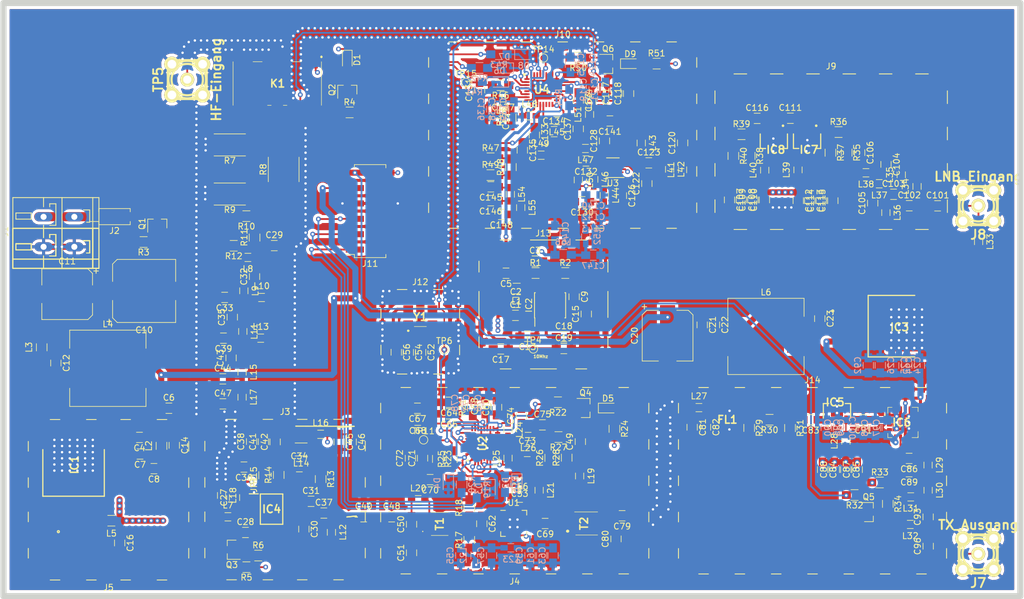
<source format=kicad_pcb>
(kicad_pcb (version 20171130) (host pcbnew "(5.0.2)-1")

  (general
    (thickness 1.6)
    (drawings 11)
    (tracks 1762)
    (zones 0)
    (modules 308)
    (nets 155)
  )

  (page A4)
  (layers
    (0 Kupfer_oben signal)
    (1 GND signal)
    (2 +5VA power)
    (31 Kupfer_unten signal)
    (34 B.Paste user)
    (35 F.Paste user)
    (36 B.SilkS user hide)
    (37 F.SilkS user)
    (38 B.Mask user)
    (39 F.Mask user)
    (44 Edge.Cuts user)
    (45 Margin user)
    (46 B.CrtYd user)
    (47 F.CrtYd user)
    (48 B.Fab user hide)
    (49 F.Fab user hide)
  )

  (setup
    (last_trace_width 0.29337)
    (trace_clearance 0.2)
    (zone_clearance 0.508)
    (zone_45_only no)
    (trace_min 0.28)
    (segment_width 0.2)
    (edge_width 0.15)
    (via_size 0.8)
    (via_drill 0.4)
    (via_min_size 0.4)
    (via_min_drill 0.3)
    (uvia_size 0.3)
    (uvia_drill 0.1)
    (uvias_allowed no)
    (uvia_min_size 0.2)
    (uvia_min_drill 0.1)
    (pcb_text_width 0.3)
    (pcb_text_size 1.5 1.5)
    (mod_edge_width 0.15)
    (mod_text_size 1 1)
    (mod_text_width 0.15)
    (pad_size 3.3 1)
    (pad_drill 0)
    (pad_to_mask_clearance 0.051)
    (solder_mask_min_width 0.25)
    (aux_axis_origin 0 0)
    (visible_elements 7FFFFFFF)
    (pcbplotparams
      (layerselection 0x010cc_ffffffff)
      (usegerberextensions false)
      (usegerberattributes false)
      (usegerberadvancedattributes false)
      (creategerberjobfile false)
      (excludeedgelayer true)
      (linewidth 0.100000)
      (plotframeref false)
      (viasonmask false)
      (mode 1)
      (useauxorigin false)
      (hpglpennumber 1)
      (hpglpenspeed 20)
      (hpglpendiameter 15.000000)
      (psnegative false)
      (psa4output false)
      (plotreference true)
      (plotvalue true)
      (plotinvisibletext false)
      (padsonsilk false)
      (subtractmaskfromsilk false)
      (outputformat 1)
      (mirror false)
      (drillshape 0)
      (scaleselection 1)
      (outputdirectory "gerber/"))
  )

  (net 0 "")
  (net 1 +5VA)
  (net 2 GND)
  (net 3 "Net-(C3-Pad1)")
  (net 4 Versorgung_LNB)
  (net 5 "Net-(C7-Pad1)")
  (net 6 "Net-(C9-Pad1)")
  (net 7 "Net-(C10-Pad1)")
  (net 8 "Net-(C12-Pad1)")
  (net 9 "Net-(C13-Pad1)")
  (net 10 "Net-(C15-Pad1)")
  (net 11 3V3_LO_Frontend)
  (net 12 "Net-(C23-Pad1)")
  (net 13 Vcc_TX)
  (net 14 "Net-(C27-Pad1)")
  (net 15 "Net-(C28-Pad1)")
  (net 16 "Net-(C29-Pad1)")
  (net 17 "Net-(C30-Pad1)")
  (net 18 "Net-(C31-Pad2)")
  (net 19 "Net-(C31-Pad1)")
  (net 20 "Net-(C32-Pad1)")
  (net 21 "Net-(C33-Pad1)")
  (net 22 "Net-(C34-Pad1)")
  (net 23 "Net-(C35-Pad1)")
  (net 24 "Net-(C37-Pad2)")
  (net 25 "Net-(C37-Pad1)")
  (net 26 "Net-(C39-Pad1)")
  (net 27 Frontend_Ausgang)
  (net 28 "Net-(C43-Pad1)")
  (net 29 "Net-(C44-Pad2)")
  (net 30 "Net-(C47-Pad2)")
  (net 31 "Net-(C48-Pad2)")
  (net 32 "Net-(C49-Pad1)")
  (net 33 "Net-(C50-Pad1)")
  (net 34 "Net-(C53-Pad1)")
  (net 35 "Net-(C57-Pad1)")
  (net 36 "Net-(C58-Pad1)")
  (net 37 "Net-(C59-Pad1)")
  (net 38 "Net-(C62-Pad2)")
  (net 39 "Net-(C62-Pad1)")
  (net 40 "Net-(C64-Pad1)")
  (net 41 "Net-(C66-Pad1)")
  (net 42 Frontend_Lokaloszillator)
  (net 43 "Net-(C67-Pad1)")
  (net 44 "Net-(C69-Pad1)")
  (net 45 "Net-(C70-Pad2)")
  (net 46 "Net-(C70-Pad1)")
  (net 47 "Net-(C71-Pad2)")
  (net 48 "Net-(C72-Pad2)")
  (net 49 "Net-(C73-Pad2)")
  (net 50 "Net-(C73-Pad1)")
  (net 51 "Net-(C74-Pad1)")
  (net 52 "Net-(C75-Pad2)")
  (net 53 "Net-(C79-Pad2)")
  (net 54 Sendezweig_Mischer_Ausgang)
  (net 55 "Net-(C80-Pad2)")
  (net 56 "Net-(C82-Pad1)")
  (net 57 "Net-(C83-Pad1)")
  (net 58 "Net-(C83-Pad2)")
  (net 59 "Net-(C86-Pad1)")
  (net 60 "Net-(C89-Pad1)")
  (net 61 "Net-(C91-Pad1)")
  (net 62 "Net-(C91-Pad2)")
  (net 63 "Net-(C93-Pad1)")
  (net 64 "Net-(C93-Pad2)")
  (net 65 "Net-(C96-Pad1)")
  (net 66 "Net-(C101-Pad1)")
  (net 67 "Net-(C101-Pad2)")
  (net 68 "Net-(C102-Pad1)")
  (net 69 "Net-(C103-Pad1)")
  (net 70 "Net-(C105-Pad2)")
  (net 71 "Net-(C106-Pad2)")
  (net 72 "Net-(C106-Pad1)")
  (net 73 "Net-(C111-Pad1)")
  (net 74 "Net-(C111-Pad2)")
  (net 75 "Net-(C116-Pad2)")
  (net 76 "Net-(C116-Pad1)")
  (net 77 "Net-(C117-Pad1)")
  (net 78 "Net-(C119-Pad1)")
  (net 79 RX-Frontend-Mischer)
  (net 80 "Net-(C120-Pad1)")
  (net 81 "Net-(C122-Pad2)")
  (net 82 "Net-(C123-Pad1)")
  (net 83 "Net-(C124-Pad1)")
  (net 84 "Net-(C126-Pad1)")
  (net 85 "Net-(C127-Pad2)")
  (net 86 "Net-(C127-Pad1)")
  (net 87 "Net-(C128-Pad1)")
  (net 88 "Net-(C129-Pad2)")
  (net 89 RX_Lokaloszillator)
  (net 90 "Net-(C130-Pad1)")
  (net 91 "Net-(C131-Pad2)")
  (net 92 "Net-(C132-Pad2)")
  (net 93 "Net-(C132-Pad1)")
  (net 94 "Net-(C133-Pad2)")
  (net 95 "Net-(C133-Pad1)")
  (net 96 "Net-(C134-Pad1)")
  (net 97 "Net-(C135-Pad2)")
  (net 98 "Net-(C137-Pad2)")
  (net 99 "Net-(C140-Pad1)")
  (net 100 "Net-(C144-Pad2)")
  (net 101 "Net-(C145-Pad1)")
  (net 102 "Net-(C146-Pad1)")
  (net 103 "Net-(C147-Pad1)")
  (net 104 "Net-(D1-Pad2)")
  (net 105 "Net-(D2-Pad1)")
  (net 106 "Net-(D3-Pad1)")
  (net 107 "Net-(D4-Pad1)")
  (net 108 "Net-(D5-Pad2)")
  (net 109 "Net-(D5-Pad1)")
  (net 110 "Net-(D6-Pad1)")
  (net 111 "Net-(D7-Pad1)")
  (net 112 "Net-(D8-Pad1)")
  (net 113 "Net-(D9-Pad1)")
  (net 114 "Net-(D9-Pad2)")
  (net 115 "Net-(FL1-Pad3)")
  (net 116 "Net-(IC1-Pad3)")
  (net 117 "Net-(IC2-Pad7)")
  (net 118 "Net-(IC4-Pad2)")
  (net 119 "Net-(IC4-Pad11)")
  (net 120 "Net-(IC4-Pad12)")
  (net 121 "Net-(IC6-Pad6)")
  (net 122 "Net-(IC7-Pad1)")
  (net 123 "Net-(J1-Pad2)")
  (net 124 "Net-(J2-Pad2)")
  (net 125 PA_enable)
  (net 126 Eingangs-Umschalter)
  (net 127 RX_CLK)
  (net 128 Sendezweig_CLK)
  (net 129 RX_DATA)
  (net 130 Sendezweig_DATA)
  (net 131 RX_LE)
  (net 132 Sendezweig_LE)
  (net 133 "Net-(K1-Pad6)")
  (net 134 "Net-(K1-Pad14)")
  (net 135 RX_Teil)
  (net 136 "Net-(L18-Pad2)")
  (net 137 "Net-(L14-Pad1)")
  (net 138 "Net-(L20-Pad2)")
  (net 139 "Net-(L44-Pad1)")
  (net 140 "Net-(Q1-Pad1)")
  (net 141 "Net-(Q2-Pad1)")
  (net 142 "Net-(Q3-Pad1)")
  (net 143 "Net-(Q4-Pad1)")
  (net 144 "Net-(Q5-Pad3)")
  (net 145 "Net-(Q5-Pad1)")
  (net 146 "Net-(Q6-Pad1)")
  (net 147 "Net-(R10-Pad1)")
  (net 148 "Net-(R21-Pad1)")
  (net 149 "Net-(R22-Pad2)")
  (net 150 "Net-(R44-Pad1)")
  (net 151 "Net-(R50-Pad2)")
  (net 152 "Net-(T2-Pad1)")
  (net 153 "Net-(T2-Pad3)")
  (net 154 TCXO)

  (net_class Default "Dies ist die voreingestellte Netzklasse."
    (clearance 0.2)
    (trace_width 0.29337)
    (via_dia 0.8)
    (via_drill 0.4)
    (uvia_dia 0.3)
    (uvia_drill 0.1)
    (add_net +5VA)
    (add_net 3V3_LO_Frontend)
    (add_net Eingangs-Umschalter)
    (add_net Frontend_Ausgang)
    (add_net Frontend_Lokaloszillator)
    (add_net GND)
    (add_net "Net-(C10-Pad1)")
    (add_net "Net-(C101-Pad1)")
    (add_net "Net-(C101-Pad2)")
    (add_net "Net-(C102-Pad1)")
    (add_net "Net-(C103-Pad1)")
    (add_net "Net-(C105-Pad2)")
    (add_net "Net-(C106-Pad1)")
    (add_net "Net-(C106-Pad2)")
    (add_net "Net-(C111-Pad1)")
    (add_net "Net-(C111-Pad2)")
    (add_net "Net-(C116-Pad1)")
    (add_net "Net-(C116-Pad2)")
    (add_net "Net-(C117-Pad1)")
    (add_net "Net-(C119-Pad1)")
    (add_net "Net-(C12-Pad1)")
    (add_net "Net-(C120-Pad1)")
    (add_net "Net-(C122-Pad2)")
    (add_net "Net-(C123-Pad1)")
    (add_net "Net-(C124-Pad1)")
    (add_net "Net-(C126-Pad1)")
    (add_net "Net-(C127-Pad1)")
    (add_net "Net-(C127-Pad2)")
    (add_net "Net-(C128-Pad1)")
    (add_net "Net-(C129-Pad2)")
    (add_net "Net-(C13-Pad1)")
    (add_net "Net-(C130-Pad1)")
    (add_net "Net-(C131-Pad2)")
    (add_net "Net-(C132-Pad1)")
    (add_net "Net-(C132-Pad2)")
    (add_net "Net-(C133-Pad1)")
    (add_net "Net-(C133-Pad2)")
    (add_net "Net-(C134-Pad1)")
    (add_net "Net-(C135-Pad2)")
    (add_net "Net-(C137-Pad2)")
    (add_net "Net-(C140-Pad1)")
    (add_net "Net-(C144-Pad2)")
    (add_net "Net-(C145-Pad1)")
    (add_net "Net-(C146-Pad1)")
    (add_net "Net-(C147-Pad1)")
    (add_net "Net-(C15-Pad1)")
    (add_net "Net-(C23-Pad1)")
    (add_net "Net-(C27-Pad1)")
    (add_net "Net-(C28-Pad1)")
    (add_net "Net-(C29-Pad1)")
    (add_net "Net-(C3-Pad1)")
    (add_net "Net-(C30-Pad1)")
    (add_net "Net-(C31-Pad1)")
    (add_net "Net-(C31-Pad2)")
    (add_net "Net-(C32-Pad1)")
    (add_net "Net-(C33-Pad1)")
    (add_net "Net-(C34-Pad1)")
    (add_net "Net-(C35-Pad1)")
    (add_net "Net-(C37-Pad1)")
    (add_net "Net-(C37-Pad2)")
    (add_net "Net-(C39-Pad1)")
    (add_net "Net-(C43-Pad1)")
    (add_net "Net-(C44-Pad2)")
    (add_net "Net-(C47-Pad2)")
    (add_net "Net-(C48-Pad2)")
    (add_net "Net-(C49-Pad1)")
    (add_net "Net-(C50-Pad1)")
    (add_net "Net-(C53-Pad1)")
    (add_net "Net-(C57-Pad1)")
    (add_net "Net-(C58-Pad1)")
    (add_net "Net-(C59-Pad1)")
    (add_net "Net-(C62-Pad1)")
    (add_net "Net-(C62-Pad2)")
    (add_net "Net-(C64-Pad1)")
    (add_net "Net-(C66-Pad1)")
    (add_net "Net-(C67-Pad1)")
    (add_net "Net-(C69-Pad1)")
    (add_net "Net-(C7-Pad1)")
    (add_net "Net-(C70-Pad1)")
    (add_net "Net-(C70-Pad2)")
    (add_net "Net-(C71-Pad2)")
    (add_net "Net-(C72-Pad2)")
    (add_net "Net-(C73-Pad1)")
    (add_net "Net-(C73-Pad2)")
    (add_net "Net-(C74-Pad1)")
    (add_net "Net-(C75-Pad2)")
    (add_net "Net-(C79-Pad2)")
    (add_net "Net-(C80-Pad2)")
    (add_net "Net-(C82-Pad1)")
    (add_net "Net-(C83-Pad1)")
    (add_net "Net-(C83-Pad2)")
    (add_net "Net-(C86-Pad1)")
    (add_net "Net-(C89-Pad1)")
    (add_net "Net-(C9-Pad1)")
    (add_net "Net-(C91-Pad1)")
    (add_net "Net-(C91-Pad2)")
    (add_net "Net-(C93-Pad1)")
    (add_net "Net-(C93-Pad2)")
    (add_net "Net-(C96-Pad1)")
    (add_net "Net-(D1-Pad2)")
    (add_net "Net-(D2-Pad1)")
    (add_net "Net-(D3-Pad1)")
    (add_net "Net-(D4-Pad1)")
    (add_net "Net-(D5-Pad1)")
    (add_net "Net-(D5-Pad2)")
    (add_net "Net-(D6-Pad1)")
    (add_net "Net-(D7-Pad1)")
    (add_net "Net-(D8-Pad1)")
    (add_net "Net-(D9-Pad1)")
    (add_net "Net-(D9-Pad2)")
    (add_net "Net-(FL1-Pad3)")
    (add_net "Net-(IC1-Pad3)")
    (add_net "Net-(IC2-Pad7)")
    (add_net "Net-(IC4-Pad11)")
    (add_net "Net-(IC4-Pad12)")
    (add_net "Net-(IC4-Pad2)")
    (add_net "Net-(IC6-Pad6)")
    (add_net "Net-(IC7-Pad1)")
    (add_net "Net-(J1-Pad2)")
    (add_net "Net-(J2-Pad2)")
    (add_net "Net-(K1-Pad14)")
    (add_net "Net-(K1-Pad6)")
    (add_net "Net-(L14-Pad1)")
    (add_net "Net-(L18-Pad2)")
    (add_net "Net-(L20-Pad2)")
    (add_net "Net-(L44-Pad1)")
    (add_net "Net-(Q1-Pad1)")
    (add_net "Net-(Q2-Pad1)")
    (add_net "Net-(Q3-Pad1)")
    (add_net "Net-(Q4-Pad1)")
    (add_net "Net-(Q5-Pad1)")
    (add_net "Net-(Q5-Pad3)")
    (add_net "Net-(Q6-Pad1)")
    (add_net "Net-(R10-Pad1)")
    (add_net "Net-(R21-Pad1)")
    (add_net "Net-(R22-Pad2)")
    (add_net "Net-(R44-Pad1)")
    (add_net "Net-(R50-Pad2)")
    (add_net "Net-(T2-Pad1)")
    (add_net "Net-(T2-Pad3)")
    (add_net PA_enable)
    (add_net RX-Frontend-Mischer)
    (add_net RX_CLK)
    (add_net RX_DATA)
    (add_net RX_LE)
    (add_net RX_Lokaloszillator)
    (add_net RX_Teil)
    (add_net Sendezweig_CLK)
    (add_net Sendezweig_DATA)
    (add_net Sendezweig_LE)
    (add_net Sendezweig_Mischer_Ausgang)
    (add_net TCXO)
    (add_net Vcc_TX)
    (add_net Versorgung_LNB)
  )

  (module Capacitors_SMD:CP_Elec_8x10.5 (layer Kupfer_oben) (tedit 58AA8BC3) (tstamp 5D5ED2CC)
    (at 89.9 96.53 180)
    (descr "SMT capacitor, aluminium electrolytic, 8x10.5")
    (path /5D5616E1/5DDF0EBC)
    (attr smd)
    (fp_text reference C11 (at 0 5.45 180) (layer F.SilkS)
      (effects (font (size 1 1) (thickness 0.15)))
    )
    (fp_text value 100uF (at 0 -5.45 180) (layer F.Fab)
      (effects (font (size 1 1) (thickness 0.15)))
    )
    (fp_line (start 5.3 4.29) (end -5.3 4.29) (layer F.CrtYd) (width 0.05))
    (fp_line (start 5.3 4.29) (end 5.3 -4.29) (layer F.CrtYd) (width 0.05))
    (fp_line (start -5.3 -4.29) (end -5.3 4.29) (layer F.CrtYd) (width 0.05))
    (fp_line (start -5.3 -4.29) (end 5.3 -4.29) (layer F.CrtYd) (width 0.05))
    (fp_line (start -3.43 -4.19) (end 4.19 -4.19) (layer F.SilkS) (width 0.12))
    (fp_line (start -4.19 -3.43) (end -3.43 -4.19) (layer F.SilkS) (width 0.12))
    (fp_line (start -3.43 4.19) (end -4.19 3.43) (layer F.SilkS) (width 0.12))
    (fp_line (start 4.19 4.19) (end -3.43 4.19) (layer F.SilkS) (width 0.12))
    (fp_line (start 4.19 -4.19) (end 4.19 -1.51) (layer F.SilkS) (width 0.12))
    (fp_line (start 4.19 4.19) (end 4.19 1.51) (layer F.SilkS) (width 0.12))
    (fp_line (start -4.19 -3.43) (end -4.19 -1.51) (layer F.SilkS) (width 0.12))
    (fp_line (start -4.19 3.43) (end -4.19 1.51) (layer F.SilkS) (width 0.12))
    (fp_line (start 4.04 -4.04) (end -3.37 -4.04) (layer F.Fab) (width 0.1))
    (fp_line (start -3.37 -4.04) (end -4.04 -3.37) (layer F.Fab) (width 0.1))
    (fp_line (start -4.04 -3.37) (end -4.04 3.37) (layer F.Fab) (width 0.1))
    (fp_line (start -4.04 3.37) (end -3.37 4.04) (layer F.Fab) (width 0.1))
    (fp_line (start -3.37 4.04) (end 4.04 4.04) (layer F.Fab) (width 0.1))
    (fp_line (start 4.04 4.04) (end 4.04 -4.04) (layer F.Fab) (width 0.1))
    (fp_text user %R (at 0 5.45 180) (layer F.Fab)
      (effects (font (size 1 1) (thickness 0.15)))
    )
    (fp_text user + (at -4.78 3.91 180) (layer F.SilkS)
      (effects (font (size 1 1) (thickness 0.15)))
    )
    (fp_text user + (at -2.27 -0.08 180) (layer F.Fab)
      (effects (font (size 1 1) (thickness 0.15)))
    )
    (fp_circle (center 0 0) (end 1.3 3.7) (layer F.Fab) (width 0.1))
    (pad 2 smd rect (at 3.05 0) (size 4 2.5) (layers Kupfer_oben F.Paste F.Mask)
      (net 2 GND))
    (pad 1 smd rect (at -3.05 0) (size 4 2.5) (layers Kupfer_oben F.Paste F.Mask)
      (net 7 "Net-(C10-Pad1)"))
    (model Capacitors_SMD.3dshapes/CP_Elec_8x10.5.wrl
      (at (xyz 0 0 0))
      (scale (xyz 1 1 1))
      (rotate (xyz 0 0 180))
    )
  )

  (module Socket_Strips:Socket_Strip_Straight_2x06_Pitch2.54mm_SMD (layer Kupfer_oben) (tedit 58CD5449) (tstamp 5D5E9D24)
    (at 139.954 82.804 180)
    (descr "surface-mounted straight socket strip, 2x06, 2.54mm pitch, double rows")
    (tags "Surface mounted socket strip SMD 2x06 2.54mm double row")
    (path /5DB8F0EB/5D5C3DFF)
    (attr smd)
    (fp_text reference J11 (at 0 -8.68 180) (layer F.SilkS)
      (effects (font (size 1 1) (thickness 0.15)))
    )
    (fp_text value Conn_02x06_Odd_Even (at 0 8.68 180) (layer F.Fab)
      (effects (font (size 1 1) (thickness 0.15)))
    )
    (fp_text user %R (at 0 -8.68 180) (layer F.Fab)
      (effects (font (size 1 1) (thickness 0.15)))
    )
    (fp_line (start 4.55 -8.15) (end -4.55 -8.15) (layer F.CrtYd) (width 0.05))
    (fp_line (start 4.55 8.15) (end 4.55 -8.15) (layer F.CrtYd) (width 0.05))
    (fp_line (start -4.55 8.15) (end 4.55 8.15) (layer F.CrtYd) (width 0.05))
    (fp_line (start -4.55 -8.15) (end -4.55 8.15) (layer F.CrtYd) (width 0.05))
    (fp_line (start 4.02 -7.15) (end 2.6 -7.15) (layer F.SilkS) (width 0.12))
    (fp_line (start 2.6 7.68) (end 2.6 7.15) (layer F.SilkS) (width 0.12))
    (fp_line (start -2.6 7.68) (end 2.6 7.68) (layer F.SilkS) (width 0.12))
    (fp_line (start -2.6 7.15) (end -2.6 7.68) (layer F.SilkS) (width 0.12))
    (fp_line (start 2.6 -7.68) (end 2.6 -7.15) (layer F.SilkS) (width 0.12))
    (fp_line (start -2.6 -7.68) (end 2.6 -7.68) (layer F.SilkS) (width 0.12))
    (fp_line (start -2.6 -7.15) (end -2.6 -7.68) (layer F.SilkS) (width 0.12))
    (fp_line (start 3.92 6.03) (end 2.54 6.03) (layer F.Fab) (width 0.1))
    (fp_line (start 3.92 6.67) (end 3.92 6.03) (layer F.Fab) (width 0.1))
    (fp_line (start 2.54 6.67) (end 3.92 6.67) (layer F.Fab) (width 0.1))
    (fp_line (start 2.54 6.03) (end 2.54 6.67) (layer F.Fab) (width 0.1))
    (fp_line (start -3.92 6.03) (end -2.54 6.03) (layer F.Fab) (width 0.1))
    (fp_line (start -3.92 6.67) (end -3.92 6.03) (layer F.Fab) (width 0.1))
    (fp_line (start -2.54 6.67) (end -3.92 6.67) (layer F.Fab) (width 0.1))
    (fp_line (start -2.54 6.03) (end -2.54 6.67) (layer F.Fab) (width 0.1))
    (fp_line (start 3.92 3.49) (end 2.54 3.49) (layer F.Fab) (width 0.1))
    (fp_line (start 3.92 4.13) (end 3.92 3.49) (layer F.Fab) (width 0.1))
    (fp_line (start 2.54 4.13) (end 3.92 4.13) (layer F.Fab) (width 0.1))
    (fp_line (start 2.54 3.49) (end 2.54 4.13) (layer F.Fab) (width 0.1))
    (fp_line (start -3.92 3.49) (end -2.54 3.49) (layer F.Fab) (width 0.1))
    (fp_line (start -3.92 4.13) (end -3.92 3.49) (layer F.Fab) (width 0.1))
    (fp_line (start -2.54 4.13) (end -3.92 4.13) (layer F.Fab) (width 0.1))
    (fp_line (start -2.54 3.49) (end -2.54 4.13) (layer F.Fab) (width 0.1))
    (fp_line (start 3.92 0.95) (end 2.54 0.95) (layer F.Fab) (width 0.1))
    (fp_line (start 3.92 1.59) (end 3.92 0.95) (layer F.Fab) (width 0.1))
    (fp_line (start 2.54 1.59) (end 3.92 1.59) (layer F.Fab) (width 0.1))
    (fp_line (start 2.54 0.95) (end 2.54 1.59) (layer F.Fab) (width 0.1))
    (fp_line (start -3.92 0.95) (end -2.54 0.95) (layer F.Fab) (width 0.1))
    (fp_line (start -3.92 1.59) (end -3.92 0.95) (layer F.Fab) (width 0.1))
    (fp_line (start -2.54 1.59) (end -3.92 1.59) (layer F.Fab) (width 0.1))
    (fp_line (start -2.54 0.95) (end -2.54 1.59) (layer F.Fab) (width 0.1))
    (fp_line (start 3.92 -1.59) (end 2.54 -1.59) (layer F.Fab) (width 0.1))
    (fp_line (start 3.92 -0.95) (end 3.92 -1.59) (layer F.Fab) (width 0.1))
    (fp_line (start 2.54 -0.95) (end 3.92 -0.95) (layer F.Fab) (width 0.1))
    (fp_line (start 2.54 -1.59) (end 2.54 -0.95) (layer F.Fab) (width 0.1))
    (fp_line (start -3.92 -1.59) (end -2.54 -1.59) (layer F.Fab) (width 0.1))
    (fp_line (start -3.92 -0.95) (end -3.92 -1.59) (layer F.Fab) (width 0.1))
    (fp_line (start -2.54 -0.95) (end -3.92 -0.95) (layer F.Fab) (width 0.1))
    (fp_line (start -2.54 -1.59) (end -2.54 -0.95) (layer F.Fab) (width 0.1))
    (fp_line (start 3.92 -4.13) (end 2.54 -4.13) (layer F.Fab) (width 0.1))
    (fp_line (start 3.92 -3.49) (end 3.92 -4.13) (layer F.Fab) (width 0.1))
    (fp_line (start 2.54 -3.49) (end 3.92 -3.49) (layer F.Fab) (width 0.1))
    (fp_line (start 2.54 -4.13) (end 2.54 -3.49) (layer F.Fab) (width 0.1))
    (fp_line (start -3.92 -4.13) (end -2.54 -4.13) (layer F.Fab) (width 0.1))
    (fp_line (start -3.92 -3.49) (end -3.92 -4.13) (layer F.Fab) (width 0.1))
    (fp_line (start -2.54 -3.49) (end -3.92 -3.49) (layer F.Fab) (width 0.1))
    (fp_line (start -2.54 -4.13) (end -2.54 -3.49) (layer F.Fab) (width 0.1))
    (fp_line (start 3.92 -6.67) (end 2.54 -6.67) (layer F.Fab) (width 0.1))
    (fp_line (start 3.92 -6.03) (end 3.92 -6.67) (layer F.Fab) (width 0.1))
    (fp_line (start 2.54 -6.03) (end 3.92 -6.03) (layer F.Fab) (width 0.1))
    (fp_line (start 2.54 -6.67) (end 2.54 -6.03) (layer F.Fab) (width 0.1))
    (fp_line (start -3.92 -6.67) (end -2.54 -6.67) (layer F.Fab) (width 0.1))
    (fp_line (start -3.92 -6.03) (end -3.92 -6.67) (layer F.Fab) (width 0.1))
    (fp_line (start -2.54 -6.03) (end -3.92 -6.03) (layer F.Fab) (width 0.1))
    (fp_line (start -2.54 -6.67) (end -2.54 -6.03) (layer F.Fab) (width 0.1))
    (fp_line (start 2.54 -7.62) (end -2.54 -7.62) (layer F.Fab) (width 0.1))
    (fp_line (start 2.54 7.62) (end 2.54 -7.62) (layer F.Fab) (width 0.1))
    (fp_line (start -2.54 7.62) (end 2.54 7.62) (layer F.Fab) (width 0.1))
    (fp_line (start -2.54 -7.62) (end -2.54 7.62) (layer F.Fab) (width 0.1))
    (pad 12 smd rect (at -2.52 6.35 180) (size 3 1) (layers Kupfer_oben F.Paste F.Mask)
      (net 1 +5VA))
    (pad 11 smd rect (at 2.52 6.35 180) (size 3 1) (layers Kupfer_oben F.Paste F.Mask)
      (net 125 PA_enable))
    (pad 10 smd rect (at -2.52 3.81 180) (size 3 1) (layers Kupfer_oben F.Paste F.Mask)
      (net 126 Eingangs-Umschalter))
    (pad 9 smd rect (at 2.52 3.81 180) (size 3 1) (layers Kupfer_oben F.Paste F.Mask)
      (net 4 Versorgung_LNB))
    (pad 8 smd rect (at -2.52 1.27 180) (size 3 1) (layers Kupfer_oben F.Paste F.Mask)
      (net 2 GND))
    (pad 7 smd rect (at 2.52 1.27 180) (size 3 1) (layers Kupfer_oben F.Paste F.Mask)
      (net 2 GND))
    (pad 6 smd rect (at -2.52 -1.27 180) (size 3 1) (layers Kupfer_oben F.Paste F.Mask)
      (net 127 RX_CLK))
    (pad 5 smd rect (at 2.52 -1.27 180) (size 3 1) (layers Kupfer_oben F.Paste F.Mask)
      (net 128 Sendezweig_CLK))
    (pad 4 smd rect (at -2.52 -3.81 180) (size 3 1) (layers Kupfer_oben F.Paste F.Mask)
      (net 129 RX_DATA))
    (pad 3 smd rect (at 2.52 -3.81 180) (size 3 1) (layers Kupfer_oben F.Paste F.Mask)
      (net 130 Sendezweig_DATA))
    (pad 2 smd rect (at -2.52 -6.35 180) (size 3 1) (layers Kupfer_oben F.Paste F.Mask)
      (net 131 RX_LE))
    (pad 1 smd rect (at 2.52 -6.35 180) (size 3 1) (layers Kupfer_oben F.Paste F.Mask)
      (net 132 Sendezweig_LE))
    (model ${KISYS3DMOD}/Socket_Strips.3dshapes/Socket_Strip_Straight_2x06_Pitch2.54mm_SMD.wrl
      (at (xyz 0 0 0))
      (scale (xyz 1 1 1))
      (rotate (xyz 0 0 0))
    )
  )

  (module Inductors_SMD:L_Wuerth_WE-PD-Typ-LS (layer Kupfer_oben) (tedit 5990349D) (tstamp 5D5EF3A4)
    (at 96.62 108.77)
    (descr "Choke, Drossel, WE-PD Typ LS, Wuerth, SMD,")
    (tags "Choke Drossel WE-PDTypLS Wuerth SMD ")
    (path /5D5616E1/5DDF1114)
    (attr smd)
    (fp_text reference L4 (at 0 -7.3) (layer F.SilkS)
      (effects (font (size 1 1) (thickness 0.15)))
    )
    (fp_text value 10uH (at 0 7.4) (layer F.Fab)
      (effects (font (size 1 1) (thickness 0.15)))
    )
    (fp_text user %R (at 0 0) (layer F.Fab)
      (effects (font (size 1 1) (thickness 0.15)))
    )
    (fp_line (start -6.2 -3.3) (end -6.2 3.4) (layer F.Fab) (width 0.1))
    (fp_line (start 6.2 3.3) (end 6.2 -3.3) (layer F.Fab) (width 0.1))
    (fp_line (start -6.3 -3.3) (end -6.3 -6.3) (layer F.SilkS) (width 0.12))
    (fp_line (start -6.3 -6.3) (end 6.3 -6.3) (layer F.SilkS) (width 0.12))
    (fp_line (start 6.3 -6.3) (end 6.3 -3.3) (layer F.SilkS) (width 0.12))
    (fp_line (start 6.3 3.3) (end 6.3 6.3) (layer F.SilkS) (width 0.12))
    (fp_line (start 6.3 6.3) (end -6.3 6.3) (layer F.SilkS) (width 0.12))
    (fp_line (start -6.3 6.3) (end -6.3 3.3) (layer F.SilkS) (width 0.12))
    (fp_line (start 6.75 6.5) (end -6.75 6.5) (layer F.CrtYd) (width 0.05))
    (fp_line (start -6.75 6.5) (end -6.75 -6.5) (layer F.CrtYd) (width 0.05))
    (fp_line (start -6.75 -6.5) (end 6.75 -6.5) (layer F.CrtYd) (width 0.05))
    (fp_line (start 6.75 -6.5) (end 6.75 6.5) (layer F.CrtYd) (width 0.05))
    (fp_line (start 4.9 3.3) (end 5 3.4) (layer F.Fab) (width 0.1))
    (fp_line (start 5 3.4) (end 5.1 3.8) (layer F.Fab) (width 0.1))
    (fp_line (start 5.1 3.8) (end 5 4.3) (layer F.Fab) (width 0.1))
    (fp_line (start 5 4.3) (end 4.8 4.6) (layer F.Fab) (width 0.1))
    (fp_line (start 4.8 4.6) (end 4.5 5) (layer F.Fab) (width 0.1))
    (fp_line (start 4.5 5) (end 4 5.1) (layer F.Fab) (width 0.1))
    (fp_line (start 4 5.1) (end 3.5 5) (layer F.Fab) (width 0.1))
    (fp_line (start 3.5 5) (end 3.1 4.7) (layer F.Fab) (width 0.1))
    (fp_line (start 3.1 4.7) (end 3 4.6) (layer F.Fab) (width 0.1))
    (fp_line (start 3 4.6) (end 2.4 5) (layer F.Fab) (width 0.1))
    (fp_line (start 2.4 5) (end 1.6 5.3) (layer F.Fab) (width 0.1))
    (fp_line (start 1.6 5.3) (end 0.6 5.5) (layer F.Fab) (width 0.1))
    (fp_line (start 0.6 5.5) (end -0.6 5.5) (layer F.Fab) (width 0.1))
    (fp_line (start -0.6 5.5) (end -1.5 5.3) (layer F.Fab) (width 0.1))
    (fp_line (start -1.5 5.3) (end -2.1 5.1) (layer F.Fab) (width 0.1))
    (fp_line (start -2.1 5.1) (end -2.6 4.9) (layer F.Fab) (width 0.1))
    (fp_line (start -2.6 4.9) (end -3 4.7) (layer F.Fab) (width 0.1))
    (fp_line (start -3 4.7) (end -3.3 4.9) (layer F.Fab) (width 0.1))
    (fp_line (start -3.3 4.9) (end -3.9 5.1) (layer F.Fab) (width 0.1))
    (fp_line (start -3.9 5.1) (end -4.3 5) (layer F.Fab) (width 0.1))
    (fp_line (start -4.3 5) (end -4.6 4.8) (layer F.Fab) (width 0.1))
    (fp_line (start -4.6 4.8) (end -4.9 4.6) (layer F.Fab) (width 0.1))
    (fp_line (start -4.9 4.6) (end -5.1 4.1) (layer F.Fab) (width 0.1))
    (fp_line (start -5.1 4.1) (end -5 3.6) (layer F.Fab) (width 0.1))
    (fp_line (start -5 3.6) (end -4.8 3.2) (layer F.Fab) (width 0.1))
    (fp_line (start 4.9 -3.3) (end 5 -3.6) (layer F.Fab) (width 0.1))
    (fp_line (start 5 -3.6) (end 5.1 -4) (layer F.Fab) (width 0.1))
    (fp_line (start 5.1 -4) (end 5 -4.3) (layer F.Fab) (width 0.1))
    (fp_line (start 5 -4.3) (end 4.8 -4.7) (layer F.Fab) (width 0.1))
    (fp_line (start 4.8 -4.7) (end 4.5 -4.9) (layer F.Fab) (width 0.1))
    (fp_line (start 4.5 -4.9) (end 4.2 -5.1) (layer F.Fab) (width 0.1))
    (fp_line (start 4.2 -5.1) (end 3.9 -5.1) (layer F.Fab) (width 0.1))
    (fp_line (start 3.9 -5.1) (end 3.6 -5) (layer F.Fab) (width 0.1))
    (fp_line (start 3.6 -5) (end 3.3 -4.9) (layer F.Fab) (width 0.1))
    (fp_line (start 3.3 -4.9) (end 3 -4.6) (layer F.Fab) (width 0.1))
    (fp_line (start 3 -4.6) (end 2.6 -4.9) (layer F.Fab) (width 0.1))
    (fp_line (start 2.6 -4.9) (end 2.2 -5.1) (layer F.Fab) (width 0.1))
    (fp_line (start 2.2 -5.1) (end 1.7 -5.3) (layer F.Fab) (width 0.1))
    (fp_line (start 1.7 -5.3) (end 0.9 -5.5) (layer F.Fab) (width 0.1))
    (fp_line (start 0.9 -5.5) (end 0 -5.6) (layer F.Fab) (width 0.1))
    (fp_line (start 0 -5.6) (end -0.8 -5.5) (layer F.Fab) (width 0.1))
    (fp_line (start -0.8 -5.5) (end -1.7 -5.3) (layer F.Fab) (width 0.1))
    (fp_line (start -1.7 -5.3) (end -2.6 -4.9) (layer F.Fab) (width 0.1))
    (fp_line (start -2.6 -4.9) (end -3 -4.7) (layer F.Fab) (width 0.1))
    (fp_line (start -3 -4.7) (end -3.3 -4.9) (layer F.Fab) (width 0.1))
    (fp_line (start -3.3 -4.9) (end -3.7 -5.1) (layer F.Fab) (width 0.1))
    (fp_line (start -3.7 -5.1) (end -4.2 -5) (layer F.Fab) (width 0.1))
    (fp_line (start -4.2 -5) (end -4.6 -4.8) (layer F.Fab) (width 0.1))
    (fp_line (start -4.6 -4.8) (end -4.9 -4.5) (layer F.Fab) (width 0.1))
    (fp_line (start -4.9 -4.5) (end -5.1 -4) (layer F.Fab) (width 0.1))
    (fp_line (start -5.1 -4) (end -5 -3.5) (layer F.Fab) (width 0.1))
    (fp_line (start -5 -3.5) (end -4.8 -3.2) (layer F.Fab) (width 0.1))
    (fp_line (start -6.2 3.3) (end -6.2 6.2) (layer F.Fab) (width 0.1))
    (fp_line (start -6.2 6.2) (end 6.2 6.2) (layer F.Fab) (width 0.1))
    (fp_line (start 6.2 6.2) (end 6.2 3.3) (layer F.Fab) (width 0.1))
    (fp_line (start 6.2 -6.2) (end -6.2 -6.2) (layer F.Fab) (width 0.1))
    (fp_line (start -6.2 -6.2) (end -6.2 -3.3) (layer F.Fab) (width 0.1))
    (fp_line (start 6.2 -6.2) (end 6.2 -3.3) (layer F.Fab) (width 0.1))
    (fp_circle (center 0 0) (end 0.9 0) (layer F.Adhes) (width 0.38))
    (fp_circle (center 0 0) (end 0.55 0) (layer F.Adhes) (width 0.38))
    (fp_circle (center 0 0) (end 0.15 0.15) (layer F.Adhes) (width 0.38))
    (fp_circle (center -2.1 3) (end -1.8 3.25) (layer F.Fab) (width 0.1))
    (pad 1 smd rect (at -4.95 0) (size 2.9 5.4) (layers Kupfer_oben F.Paste F.Mask)
      (net 8 "Net-(C12-Pad1)"))
    (pad 2 smd rect (at 4.95 0) (size 2.9 5.4) (layers Kupfer_oben F.Paste F.Mask)
      (net 4 Versorgung_LNB))
    (model ${KISYS3DMOD}/Inductors_SMD.3dshapes/L_Wuerth_WE-PD-Typ-LS.wrl
      (at (xyz 0 0 0))
      (scale (xyz 1 1 1))
      (rotate (xyz 0 0 0))
    )
  )

  (module SamacSys_Parts:HF353 (layer Kupfer_oben) (tedit 0) (tstamp 5D589864)
    (at 124.61 61.72 180)
    (descr "HF3 53-2")
    (tags "Relay or Contactor")
    (path /5D581478/5D2BD3D6)
    (attr smd)
    (fp_text reference K1 (at -0.05 0 180) (layer F.SilkS)
      (effects (font (size 1.27 1.27) (thickness 0.254)))
    )
    (fp_text value HF3-53 (at -0.05 0 180) (layer F.SilkS) hide
      (effects (font (size 1.27 1.27) (thickness 0.254)))
    )
    (fp_text user %R (at -0.05 0 180) (layer F.Fab)
      (effects (font (size 1.27 1.27) (thickness 0.254)))
    )
    (fp_line (start -7.3 -3.6) (end 7.3 -3.6) (layer F.Fab) (width 0.2))
    (fp_line (start 7.3 -3.6) (end 7.3 3.6) (layer F.Fab) (width 0.2))
    (fp_line (start 7.3 3.6) (end -7.3 3.6) (layer F.Fab) (width 0.2))
    (fp_line (start -7.3 3.6) (end -7.3 -3.6) (layer F.Fab) (width 0.2))
    (fp_line (start -7.9 -5.5) (end 7.8 -5.5) (layer F.CrtYd) (width 0.1))
    (fp_line (start 7.8 -5.5) (end 7.8 5.5) (layer F.CrtYd) (width 0.1))
    (fp_line (start 7.8 5.5) (end -7.9 5.5) (layer F.CrtYd) (width 0.1))
    (fp_line (start -7.9 5.5) (end -7.9 -5.5) (layer F.CrtYd) (width 0.1))
    (fp_line (start -7.3 4.3) (end -7.3 4.3) (layer F.SilkS) (width 0.2))
    (fp_line (start -7.3 4.5) (end -7.3 4.5) (layer F.SilkS) (width 0.2))
    (fp_line (start -7.3 -3.6) (end -7.3 3.6) (layer F.SilkS) (width 0.1))
    (fp_line (start -4 3.6) (end -2.5 3.6) (layer F.SilkS) (width 0.1))
    (fp_line (start 2.5 3.6) (end 4 3.6) (layer F.SilkS) (width 0.1))
    (fp_line (start 7.3 -3.6) (end 7.3 3.6) (layer F.SilkS) (width 0.1))
    (fp_line (start -1.6 -3.6) (end -1 -3.6) (layer F.SilkS) (width 0.1))
    (fp_line (start 1 -3.6) (end 1.6 -3.6) (layer F.SilkS) (width 0.1))
    (fp_arc (start -7.3 4.4) (end -7.3 4.3) (angle -180) (layer F.SilkS) (width 0.2))
    (fp_arc (start -7.3 4.4) (end -7.3 4.5) (angle -180) (layer F.SilkS) (width 0.2))
    (pad 1 smd rect (at -6.35 3.75 180) (size 0.7 2.5) (layers Kupfer_oben F.Paste F.Mask)
      (net 1 +5VA))
    (pad 2 smd rect (at -5.08 4 180) (size 0.9 2) (layers Kupfer_oben F.Paste F.Mask)
      (net 2 GND))
    (pad 5 smd rect (at -1.27 4 180) (size 0.7 2) (layers Kupfer_oben F.Paste F.Mask)
      (net 2 GND))
    (pad 6 smd rect (at 0 4 180) (size 0.9 2) (layers Kupfer_oben F.Paste F.Mask)
      (net 133 "Net-(K1-Pad6)"))
    (pad 7 smd rect (at 1.27 4 180) (size 0.7 2) (layers Kupfer_oben F.Paste F.Mask)
      (net 2 GND))
    (pad 10 smd rect (at 5.08 4 180) (size 0.9 2) (layers Kupfer_oben F.Paste F.Mask)
      (net 2 GND))
    (pad 11 smd rect (at 6.35 3.75 180) (size 0.7 2.5) (layers Kupfer_oben F.Paste F.Mask)
      (net 104 "Net-(D1-Pad2)"))
    (pad 12 smd rect (at 6.35 -3.75 180) (size 0.7 2.5) (layers Kupfer_oben F.Paste F.Mask)
      (net 2 GND))
    (pad 13 smd rect (at 5.08 -4 180) (size 0.7 2) (layers Kupfer_oben F.Paste F.Mask)
      (net 2 GND))
    (pad 14 smd rect (at 3.81 -4 180) (size 0.9 2) (layers Kupfer_oben F.Paste F.Mask)
      (net 134 "Net-(K1-Pad14)"))
    (pad 15 smd rect (at 2.54 -4 180) (size 0.7 2) (layers Kupfer_oben F.Paste F.Mask)
      (net 2 GND))
    (pad 17 smd rect (at 0 -4 180) (size 0.9 2) (layers Kupfer_oben F.Paste F.Mask)
      (net 2 GND))
    (pad 19 smd rect (at -2.54 -4 180) (size 0.7 2) (layers Kupfer_oben F.Paste F.Mask)
      (net 2 GND))
    (pad 20 smd rect (at -3.81 -4 180) (size 0.9 2) (layers Kupfer_oben F.Paste F.Mask)
      (net 135 RX_Teil))
    (pad 21 smd rect (at -5.08 -4 180) (size 0.7 2) (layers Kupfer_oben F.Paste F.Mask)
      (net 2 GND))
    (pad 22 smd rect (at -6.35 -3.75 180) (size 0.7 2.5) (layers Kupfer_oben F.Paste F.Mask)
      (net 2 GND))
    (model D:\Kicad\lib\SamacSys_Parts.3dshapes\HF3_53.stp
      (at (xyz 0 0 0))
      (scale (xyz 1 1 1))
      (rotate (xyz 0 0 0))
    )
  )

  (module Diodes_SMD:D_SOD-323 (layer Kupfer_unten) (tedit 58641739) (tstamp 5D5DA2C8)
    (at 161.33 61.47 180)
    (descr SOD-323)
    (tags SOD-323)
    (path /5D75FED1/5D765DC7)
    (attr smd)
    (fp_text reference D6 (at 0 1.85 180) (layer B.SilkS)
      (effects (font (size 1 1) (thickness 0.15)) (justify mirror))
    )
    (fp_text value 3,3V (at 0.1 -1.9 180) (layer B.Fab)
      (effects (font (size 1 1) (thickness 0.15)) (justify mirror))
    )
    (fp_text user %R (at 0 1.85 180) (layer B.Fab)
      (effects (font (size 1 1) (thickness 0.15)) (justify mirror))
    )
    (fp_line (start -1.5 0.85) (end -1.5 -0.85) (layer B.SilkS) (width 0.12))
    (fp_line (start 0.2 0) (end 0.45 0) (layer B.Fab) (width 0.1))
    (fp_line (start 0.2 -0.35) (end -0.3 0) (layer B.Fab) (width 0.1))
    (fp_line (start 0.2 0.35) (end 0.2 -0.35) (layer B.Fab) (width 0.1))
    (fp_line (start -0.3 0) (end 0.2 0.35) (layer B.Fab) (width 0.1))
    (fp_line (start -0.3 0) (end -0.5 0) (layer B.Fab) (width 0.1))
    (fp_line (start -0.3 0.35) (end -0.3 -0.35) (layer B.Fab) (width 0.1))
    (fp_line (start -0.9 -0.7) (end -0.9 0.7) (layer B.Fab) (width 0.1))
    (fp_line (start 0.9 -0.7) (end -0.9 -0.7) (layer B.Fab) (width 0.1))
    (fp_line (start 0.9 0.7) (end 0.9 -0.7) (layer B.Fab) (width 0.1))
    (fp_line (start -0.9 0.7) (end 0.9 0.7) (layer B.Fab) (width 0.1))
    (fp_line (start -1.6 0.95) (end 1.6 0.95) (layer B.CrtYd) (width 0.05))
    (fp_line (start 1.6 0.95) (end 1.6 -0.95) (layer B.CrtYd) (width 0.05))
    (fp_line (start -1.6 -0.95) (end 1.6 -0.95) (layer B.CrtYd) (width 0.05))
    (fp_line (start -1.6 0.95) (end -1.6 -0.95) (layer B.CrtYd) (width 0.05))
    (fp_line (start -1.5 -0.85) (end 1.05 -0.85) (layer B.SilkS) (width 0.12))
    (fp_line (start -1.5 0.85) (end 1.05 0.85) (layer B.SilkS) (width 0.12))
    (pad 1 smd rect (at -1.05 0 180) (size 0.6 0.45) (layers Kupfer_unten B.Paste B.Mask)
      (net 110 "Net-(D6-Pad1)"))
    (pad 2 smd rect (at 1.05 0 180) (size 0.6 0.45) (layers Kupfer_unten B.Paste B.Mask)
      (net 2 GND))
    (model ${KISYS3DMOD}/Diodes_SMD.3dshapes/D_SOD-323.wrl
      (at (xyz 0 0 0))
      (scale (xyz 1 1 1))
      (rotate (xyz 0 0 0))
    )
  )

  (module Diodes_SMD:D_SOD-323 (layer Kupfer_unten) (tedit 58641739) (tstamp 5D5DA2B1)
    (at 164.21 127.72 270)
    (descr SOD-323)
    (tags SOD-323)
    (path /5D6115D5/5DA38F17)
    (attr smd)
    (fp_text reference D2 (at 0 1.85 270) (layer B.SilkS)
      (effects (font (size 1 1) (thickness 0.15)) (justify mirror))
    )
    (fp_text value 3,3V (at 0.1 -1.9 270) (layer B.Fab)
      (effects (font (size 1 1) (thickness 0.15)) (justify mirror))
    )
    (fp_line (start -1.5 0.85) (end 1.05 0.85) (layer B.SilkS) (width 0.12))
    (fp_line (start -1.5 -0.85) (end 1.05 -0.85) (layer B.SilkS) (width 0.12))
    (fp_line (start -1.6 0.95) (end -1.6 -0.95) (layer B.CrtYd) (width 0.05))
    (fp_line (start -1.6 -0.95) (end 1.6 -0.95) (layer B.CrtYd) (width 0.05))
    (fp_line (start 1.6 0.95) (end 1.6 -0.95) (layer B.CrtYd) (width 0.05))
    (fp_line (start -1.6 0.95) (end 1.6 0.95) (layer B.CrtYd) (width 0.05))
    (fp_line (start -0.9 0.7) (end 0.9 0.7) (layer B.Fab) (width 0.1))
    (fp_line (start 0.9 0.7) (end 0.9 -0.7) (layer B.Fab) (width 0.1))
    (fp_line (start 0.9 -0.7) (end -0.9 -0.7) (layer B.Fab) (width 0.1))
    (fp_line (start -0.9 -0.7) (end -0.9 0.7) (layer B.Fab) (width 0.1))
    (fp_line (start -0.3 0.35) (end -0.3 -0.35) (layer B.Fab) (width 0.1))
    (fp_line (start -0.3 0) (end -0.5 0) (layer B.Fab) (width 0.1))
    (fp_line (start -0.3 0) (end 0.2 0.35) (layer B.Fab) (width 0.1))
    (fp_line (start 0.2 0.35) (end 0.2 -0.35) (layer B.Fab) (width 0.1))
    (fp_line (start 0.2 -0.35) (end -0.3 0) (layer B.Fab) (width 0.1))
    (fp_line (start 0.2 0) (end 0.45 0) (layer B.Fab) (width 0.1))
    (fp_line (start -1.5 0.85) (end -1.5 -0.85) (layer B.SilkS) (width 0.12))
    (fp_text user %R (at 0 1.85 270) (layer B.Fab)
      (effects (font (size 1 1) (thickness 0.15)) (justify mirror))
    )
    (pad 2 smd rect (at 1.05 0 270) (size 0.6 0.45) (layers Kupfer_unten B.Paste B.Mask)
      (net 2 GND))
    (pad 1 smd rect (at -1.05 0 270) (size 0.6 0.45) (layers Kupfer_unten B.Paste B.Mask)
      (net 105 "Net-(D2-Pad1)"))
    (model ${KISYS3DMOD}/Diodes_SMD.3dshapes/D_SOD-323.wrl
      (at (xyz 0 0 0))
      (scale (xyz 1 1 1))
      (rotate (xyz 0 0 0))
    )
  )

  (module Diodes_SMD:D_SOD-323 (layer Kupfer_unten) (tedit 58641739) (tstamp 5D5DA29A)
    (at 159.78 128.63 270)
    (descr SOD-323)
    (tags SOD-323)
    (path /5D6115D5/5D99313D)
    (attr smd)
    (fp_text reference D3 (at 0 1.85 270) (layer B.SilkS)
      (effects (font (size 1 1) (thickness 0.15)) (justify mirror))
    )
    (fp_text value 3,3V (at 0.1 -1.9 270) (layer B.Fab)
      (effects (font (size 1 1) (thickness 0.15)) (justify mirror))
    )
    (fp_text user %R (at 0 1.85 270) (layer B.Fab)
      (effects (font (size 1 1) (thickness 0.15)) (justify mirror))
    )
    (fp_line (start -1.5 0.85) (end -1.5 -0.85) (layer B.SilkS) (width 0.12))
    (fp_line (start 0.2 0) (end 0.45 0) (layer B.Fab) (width 0.1))
    (fp_line (start 0.2 -0.35) (end -0.3 0) (layer B.Fab) (width 0.1))
    (fp_line (start 0.2 0.35) (end 0.2 -0.35) (layer B.Fab) (width 0.1))
    (fp_line (start -0.3 0) (end 0.2 0.35) (layer B.Fab) (width 0.1))
    (fp_line (start -0.3 0) (end -0.5 0) (layer B.Fab) (width 0.1))
    (fp_line (start -0.3 0.35) (end -0.3 -0.35) (layer B.Fab) (width 0.1))
    (fp_line (start -0.9 -0.7) (end -0.9 0.7) (layer B.Fab) (width 0.1))
    (fp_line (start 0.9 -0.7) (end -0.9 -0.7) (layer B.Fab) (width 0.1))
    (fp_line (start 0.9 0.7) (end 0.9 -0.7) (layer B.Fab) (width 0.1))
    (fp_line (start -0.9 0.7) (end 0.9 0.7) (layer B.Fab) (width 0.1))
    (fp_line (start -1.6 0.95) (end 1.6 0.95) (layer B.CrtYd) (width 0.05))
    (fp_line (start 1.6 0.95) (end 1.6 -0.95) (layer B.CrtYd) (width 0.05))
    (fp_line (start -1.6 -0.95) (end 1.6 -0.95) (layer B.CrtYd) (width 0.05))
    (fp_line (start -1.6 0.95) (end -1.6 -0.95) (layer B.CrtYd) (width 0.05))
    (fp_line (start -1.5 -0.85) (end 1.05 -0.85) (layer B.SilkS) (width 0.12))
    (fp_line (start -1.5 0.85) (end 1.05 0.85) (layer B.SilkS) (width 0.12))
    (pad 1 smd rect (at -1.05 0 270) (size 0.6 0.45) (layers Kupfer_unten B.Paste B.Mask)
      (net 106 "Net-(D3-Pad1)"))
    (pad 2 smd rect (at 1.05 0 270) (size 0.6 0.45) (layers Kupfer_unten B.Paste B.Mask)
      (net 2 GND))
    (model ${KISYS3DMOD}/Diodes_SMD.3dshapes/D_SOD-323.wrl
      (at (xyz 0 0 0))
      (scale (xyz 1 1 1))
      (rotate (xyz 0 0 0))
    )
  )

  (module Diodes_SMD:D_SOD-323 (layer Kupfer_unten) (tedit 58641739) (tstamp 5D5DA283)
    (at 162.14 59.16 180)
    (descr SOD-323)
    (tags SOD-323)
    (path /5D75FED1/5D765DA1)
    (attr smd)
    (fp_text reference D7 (at 0 1.85 180) (layer B.SilkS)
      (effects (font (size 1 1) (thickness 0.15)) (justify mirror))
    )
    (fp_text value 3,3V (at 0.1 -1.9 180) (layer B.Fab)
      (effects (font (size 1 1) (thickness 0.15)) (justify mirror))
    )
    (fp_line (start -1.5 0.85) (end 1.05 0.85) (layer B.SilkS) (width 0.12))
    (fp_line (start -1.5 -0.85) (end 1.05 -0.85) (layer B.SilkS) (width 0.12))
    (fp_line (start -1.6 0.95) (end -1.6 -0.95) (layer B.CrtYd) (width 0.05))
    (fp_line (start -1.6 -0.95) (end 1.6 -0.95) (layer B.CrtYd) (width 0.05))
    (fp_line (start 1.6 0.95) (end 1.6 -0.95) (layer B.CrtYd) (width 0.05))
    (fp_line (start -1.6 0.95) (end 1.6 0.95) (layer B.CrtYd) (width 0.05))
    (fp_line (start -0.9 0.7) (end 0.9 0.7) (layer B.Fab) (width 0.1))
    (fp_line (start 0.9 0.7) (end 0.9 -0.7) (layer B.Fab) (width 0.1))
    (fp_line (start 0.9 -0.7) (end -0.9 -0.7) (layer B.Fab) (width 0.1))
    (fp_line (start -0.9 -0.7) (end -0.9 0.7) (layer B.Fab) (width 0.1))
    (fp_line (start -0.3 0.35) (end -0.3 -0.35) (layer B.Fab) (width 0.1))
    (fp_line (start -0.3 0) (end -0.5 0) (layer B.Fab) (width 0.1))
    (fp_line (start -0.3 0) (end 0.2 0.35) (layer B.Fab) (width 0.1))
    (fp_line (start 0.2 0.35) (end 0.2 -0.35) (layer B.Fab) (width 0.1))
    (fp_line (start 0.2 -0.35) (end -0.3 0) (layer B.Fab) (width 0.1))
    (fp_line (start 0.2 0) (end 0.45 0) (layer B.Fab) (width 0.1))
    (fp_line (start -1.5 0.85) (end -1.5 -0.85) (layer B.SilkS) (width 0.12))
    (fp_text user %R (at 0 1.85 180) (layer B.Fab)
      (effects (font (size 1 1) (thickness 0.15)) (justify mirror))
    )
    (pad 2 smd rect (at 1.05 0 180) (size 0.6 0.45) (layers Kupfer_unten B.Paste B.Mask)
      (net 2 GND))
    (pad 1 smd rect (at -1.05 0 180) (size 0.6 0.45) (layers Kupfer_unten B.Paste B.Mask)
      (net 111 "Net-(D7-Pad1)"))
    (model ${KISYS3DMOD}/Diodes_SMD.3dshapes/D_SOD-323.wrl
      (at (xyz 0 0 0))
      (scale (xyz 1 1 1))
      (rotate (xyz 0 0 0))
    )
  )

  (module Diodes_SMD:D_SOD-323 (layer Kupfer_unten) (tedit 58641739) (tstamp 5D5DA26C)
    (at 152.88 127.76 270)
    (descr SOD-323)
    (tags SOD-323)
    (path /5D6115D5/5D896546)
    (attr smd)
    (fp_text reference D4 (at 0 1.85 270) (layer B.SilkS)
      (effects (font (size 1 1) (thickness 0.15)) (justify mirror))
    )
    (fp_text value 3,3V (at 0.1 -1.9 270) (layer B.Fab)
      (effects (font (size 1 1) (thickness 0.15)) (justify mirror))
    )
    (fp_text user %R (at 0 1.85 270) (layer B.Fab)
      (effects (font (size 1 1) (thickness 0.15)) (justify mirror))
    )
    (fp_line (start -1.5 0.85) (end -1.5 -0.85) (layer B.SilkS) (width 0.12))
    (fp_line (start 0.2 0) (end 0.45 0) (layer B.Fab) (width 0.1))
    (fp_line (start 0.2 -0.35) (end -0.3 0) (layer B.Fab) (width 0.1))
    (fp_line (start 0.2 0.35) (end 0.2 -0.35) (layer B.Fab) (width 0.1))
    (fp_line (start -0.3 0) (end 0.2 0.35) (layer B.Fab) (width 0.1))
    (fp_line (start -0.3 0) (end -0.5 0) (layer B.Fab) (width 0.1))
    (fp_line (start -0.3 0.35) (end -0.3 -0.35) (layer B.Fab) (width 0.1))
    (fp_line (start -0.9 -0.7) (end -0.9 0.7) (layer B.Fab) (width 0.1))
    (fp_line (start 0.9 -0.7) (end -0.9 -0.7) (layer B.Fab) (width 0.1))
    (fp_line (start 0.9 0.7) (end 0.9 -0.7) (layer B.Fab) (width 0.1))
    (fp_line (start -0.9 0.7) (end 0.9 0.7) (layer B.Fab) (width 0.1))
    (fp_line (start -1.6 0.95) (end 1.6 0.95) (layer B.CrtYd) (width 0.05))
    (fp_line (start 1.6 0.95) (end 1.6 -0.95) (layer B.CrtYd) (width 0.05))
    (fp_line (start -1.6 -0.95) (end 1.6 -0.95) (layer B.CrtYd) (width 0.05))
    (fp_line (start -1.6 0.95) (end -1.6 -0.95) (layer B.CrtYd) (width 0.05))
    (fp_line (start -1.5 -0.85) (end 1.05 -0.85) (layer B.SilkS) (width 0.12))
    (fp_line (start -1.5 0.85) (end 1.05 0.85) (layer B.SilkS) (width 0.12))
    (pad 1 smd rect (at -1.05 0 270) (size 0.6 0.45) (layers Kupfer_unten B.Paste B.Mask)
      (net 107 "Net-(D4-Pad1)"))
    (pad 2 smd rect (at 1.05 0 270) (size 0.6 0.45) (layers Kupfer_unten B.Paste B.Mask)
      (net 2 GND))
    (model ${KISYS3DMOD}/Diodes_SMD.3dshapes/D_SOD-323.wrl
      (at (xyz 0 0 0))
      (scale (xyz 1 1 1))
      (rotate (xyz 0 0 0))
    )
  )

  (module Diodes_SMD:D_SOD-323 (layer Kupfer_unten) (tedit 58641739) (tstamp 5D5DA255)
    (at 165.34 56.91)
    (descr SOD-323)
    (tags SOD-323)
    (path /5D75FED1/5D765D8C)
    (attr smd)
    (fp_text reference D8 (at 0 1.85) (layer B.SilkS)
      (effects (font (size 1 1) (thickness 0.15)) (justify mirror))
    )
    (fp_text value 3,3V (at 0.1 -1.9) (layer B.Fab)
      (effects (font (size 1 1) (thickness 0.15)) (justify mirror))
    )
    (fp_line (start -1.5 0.85) (end 1.05 0.85) (layer B.SilkS) (width 0.12))
    (fp_line (start -1.5 -0.85) (end 1.05 -0.85) (layer B.SilkS) (width 0.12))
    (fp_line (start -1.6 0.95) (end -1.6 -0.95) (layer B.CrtYd) (width 0.05))
    (fp_line (start -1.6 -0.95) (end 1.6 -0.95) (layer B.CrtYd) (width 0.05))
    (fp_line (start 1.6 0.95) (end 1.6 -0.95) (layer B.CrtYd) (width 0.05))
    (fp_line (start -1.6 0.95) (end 1.6 0.95) (layer B.CrtYd) (width 0.05))
    (fp_line (start -0.9 0.7) (end 0.9 0.7) (layer B.Fab) (width 0.1))
    (fp_line (start 0.9 0.7) (end 0.9 -0.7) (layer B.Fab) (width 0.1))
    (fp_line (start 0.9 -0.7) (end -0.9 -0.7) (layer B.Fab) (width 0.1))
    (fp_line (start -0.9 -0.7) (end -0.9 0.7) (layer B.Fab) (width 0.1))
    (fp_line (start -0.3 0.35) (end -0.3 -0.35) (layer B.Fab) (width 0.1))
    (fp_line (start -0.3 0) (end -0.5 0) (layer B.Fab) (width 0.1))
    (fp_line (start -0.3 0) (end 0.2 0.35) (layer B.Fab) (width 0.1))
    (fp_line (start 0.2 0.35) (end 0.2 -0.35) (layer B.Fab) (width 0.1))
    (fp_line (start 0.2 -0.35) (end -0.3 0) (layer B.Fab) (width 0.1))
    (fp_line (start 0.2 0) (end 0.45 0) (layer B.Fab) (width 0.1))
    (fp_line (start -1.5 0.85) (end -1.5 -0.85) (layer B.SilkS) (width 0.12))
    (fp_text user %R (at 0 1.85) (layer B.Fab)
      (effects (font (size 1 1) (thickness 0.15)) (justify mirror))
    )
    (pad 2 smd rect (at 1.05 0) (size 0.6 0.45) (layers Kupfer_unten B.Paste B.Mask)
      (net 2 GND))
    (pad 1 smd rect (at -1.05 0) (size 0.6 0.45) (layers Kupfer_unten B.Paste B.Mask)
      (net 112 "Net-(D8-Pad1)"))
    (model ${KISYS3DMOD}/Diodes_SMD.3dshapes/D_SOD-323.wrl
      (at (xyz 0 0 0))
      (scale (xyz 1 1 1))
      (rotate (xyz 0 0 0))
    )
  )

  (module Shielding_Cabinets:Laird_Technologies_BMI-S-205-F_38.10x25.40mm (layer Kupfer_oben) (tedit 57501709) (tstamp 5D5AF95E)
    (at 216.13 72.98)
    (descr "Laird Technologies BMI-S-205-F Shielding Cabinet Two Piece SMD 38.10x25.40mm")
    (tags "Shielding Cabinet")
    (path /5D7258D5/5D3DF1C3)
    (attr smd)
    (fp_text reference J9 (at 0 -14.1) (layer F.SilkS)
      (effects (font (size 1 1) (thickness 0.15)))
    )
    (fp_text value SchirmahsuRX-Frontend (at 0 14.1) (layer F.Fab)
      (effects (font (size 1 1) (thickness 0.15)))
    )
    (fp_line (start 19.2 7.95) (end 19.2 10.05) (layer F.SilkS) (width 0.15))
    (fp_line (start -19.2 7.95) (end -19.2 10.05) (layer F.SilkS) (width 0.15))
    (fp_line (start 19.2 1.95) (end 19.2 4.05) (layer F.SilkS) (width 0.15))
    (fp_line (start -19.2 1.95) (end -19.2 4.05) (layer F.SilkS) (width 0.15))
    (fp_line (start 19.2 -4.05) (end 19.2 -1.95) (layer F.SilkS) (width 0.15))
    (fp_line (start -19.2 -4.05) (end -19.2 -1.95) (layer F.SilkS) (width 0.15))
    (fp_line (start 19.2 -10.05) (end 19.2 -7.95) (layer F.SilkS) (width 0.15))
    (fp_line (start -19.2 -10.05) (end -19.2 -7.95) (layer F.SilkS) (width 0.15))
    (fp_line (start 13.95 12.85) (end 16.05 12.85) (layer F.SilkS) (width 0.15))
    (fp_line (start 13.95 -12.85) (end 16.05 -12.85) (layer F.SilkS) (width 0.15))
    (fp_line (start 7.95 12.85) (end 10.05 12.85) (layer F.SilkS) (width 0.15))
    (fp_line (start 7.95 -12.85) (end 10.05 -12.85) (layer F.SilkS) (width 0.15))
    (fp_line (start 1.95 12.85) (end 4.05 12.85) (layer F.SilkS) (width 0.15))
    (fp_line (start 1.95 -12.85) (end 4.05 -12.85) (layer F.SilkS) (width 0.15))
    (fp_line (start -4.05 12.85) (end -1.95 12.85) (layer F.SilkS) (width 0.15))
    (fp_line (start -4.05 -12.85) (end -1.95 -12.85) (layer F.SilkS) (width 0.15))
    (fp_line (start -10.05 12.85) (end -7.95 12.85) (layer F.SilkS) (width 0.15))
    (fp_line (start -10.05 -12.85) (end -7.95 -12.85) (layer F.SilkS) (width 0.15))
    (fp_line (start -16.05 12.85) (end -13.95 12.85) (layer F.SilkS) (width 0.15))
    (fp_line (start -16.05 -12.85) (end -13.95 -12.85) (layer F.SilkS) (width 0.15))
    (fp_line (start 19.05 -12.7) (end -19.05 -12.7) (layer F.Fab) (width 0.15))
    (fp_line (start 19.05 12.7) (end 19.05 -12.7) (layer F.Fab) (width 0.15))
    (fp_line (start -19.05 12.7) (end 19.05 12.7) (layer F.Fab) (width 0.15))
    (fp_line (start -19.05 -12.7) (end -19.05 12.7) (layer F.Fab) (width 0.15))
    (fp_line (start 19.7 -13.35) (end -19.7 -13.35) (layer F.CrtYd) (width 0.05))
    (fp_line (start 19.7 13.35) (end 19.7 -13.35) (layer F.CrtYd) (width 0.05))
    (fp_line (start -19.7 13.35) (end 19.7 13.35) (layer F.CrtYd) (width 0.05))
    (fp_line (start -19.7 -13.35) (end -19.7 13.35) (layer F.CrtYd) (width 0.05))
    (pad 1 smd rect (at 18.95 11.225) (size 1 1.75) (layers Kupfer_oben F.Mask)
      (net 2 GND))
    (pad 1 smd rect (at -18.95 11.225) (size 1 1.75) (layers Kupfer_oben F.Mask)
      (net 2 GND))
    (pad 1 smd rect (at 18.95 6) (size 1 3.3) (layers Kupfer_oben F.Mask)
      (net 2 GND))
    (pad 1 smd rect (at -18.95 6) (size 1 3.3) (layers Kupfer_oben F.Mask)
      (net 2 GND))
    (pad 1 smd rect (at 18.95 0) (size 1 3.3) (layers Kupfer_oben F.Mask)
      (net 2 GND))
    (pad 1 smd rect (at -18.95 0) (size 1 3.3) (layers Kupfer_oben F.Mask)
      (net 2 GND))
    (pad 1 smd rect (at 18.95 -6) (size 1 3.3) (layers Kupfer_oben F.Mask)
      (net 2 GND))
    (pad 1 smd rect (at -18.95 -6) (size 1 3.3) (layers Kupfer_oben F.Mask)
      (net 2 GND))
    (pad 1 smd rect (at 18.95 -11.225) (size 1 1.75) (layers Kupfer_oben F.Mask)
      (net 2 GND))
    (pad 1 smd rect (at -18.95 -11.225) (size 1 1.75) (layers Kupfer_oben F.Mask)
      (net 2 GND))
    (pad 1 smd rect (at 17.4 12.6) (size 2.1 1) (layers Kupfer_oben F.Mask)
      (net 2 GND))
    (pad 1 smd rect (at 17.4 -12.6) (size 2.1 1) (layers Kupfer_oben F.Mask)
      (net 2 GND))
    (pad 1 smd rect (at 12 12.6) (size 3.3 1) (layers Kupfer_oben F.Mask)
      (net 2 GND))
    (pad 1 smd rect (at 12 -12.6) (size 3.3 1) (layers Kupfer_oben F.Mask)
      (net 2 GND))
    (pad 1 smd rect (at 6 12.6) (size 3.3 1) (layers Kupfer_oben F.Mask)
      (net 2 GND))
    (pad 1 smd rect (at 6 -12.6) (size 3.3 1) (layers Kupfer_oben F.Mask)
      (net 2 GND))
    (pad 1 smd rect (at 0 12.6) (size 3.3 1) (layers Kupfer_oben F.Mask)
      (net 2 GND))
    (pad 1 smd rect (at 0 -12.6) (size 3.3 1) (layers Kupfer_oben F.Mask)
      (net 2 GND))
    (pad 1 smd rect (at -6 12.6) (size 3.3 1) (layers Kupfer_oben F.Mask)
      (net 2 GND))
    (pad 1 smd rect (at -6 -12.6) (size 3.3 1) (layers Kupfer_oben F.Mask)
      (net 2 GND))
    (pad 1 smd rect (at -12 12.6) (size 3.3 1) (layers Kupfer_oben F.Mask)
      (net 2 GND))
    (pad 1 smd rect (at -12 -12.6) (size 3.3 1) (layers Kupfer_oben F.Mask)
      (net 2 GND))
    (pad 1 smd rect (at -17.4 12.6) (size 2.1 1) (layers Kupfer_oben F.Mask)
      (net 2 GND))
    (pad 1 smd rect (at -17.4 -12.6) (size 2.1 1) (layers Kupfer_oben F.Mask)
      (net 2 GND))
    (pad 1 smd rect (at -18.95 12.6) (size 1 1) (layers Kupfer_oben F.Mask)
      (net 2 GND))
    (pad 1 smd rect (at 18.95 12.6) (size 1 1) (layers Kupfer_oben F.Mask)
      (net 2 GND))
    (pad 1 smd rect (at 18.95 -12.6) (size 1 1) (layers Kupfer_oben F.Mask)
      (net 2 GND))
    (pad 1 smd rect (at -18.95 -12.6) (size 1 1) (layers Kupfer_oben F.Mask)
      (net 2 GND))
  )

  (module Shielding_Cabinets:Würth_36103205_20x20mm (layer Kupfer_oben) (tedit 57A3A4A0) (tstamp 5D5A899F)
    (at 168.59 98.22)
    (descr "WE-SHC Shielding Cabinet SMD 20x20mm")
    (tags "Shielding Cabinet")
    (path /5D5616E1/5D598DEB)
    (attr smd)
    (fp_text reference J13 (at 0 -11.75) (layer F.SilkS)
      (effects (font (size 1 1) (thickness 0.15)))
    )
    (fp_text value Schirmhaus_3.3V (at 0 11.75) (layer F.Fab)
      (effects (font (size 1 1) (thickness 0.15)))
    )
    (fp_line (start 10.65 5.35) (end 10.65 7.15) (layer F.SilkS) (width 0.15))
    (fp_line (start -10.65 5.35) (end -10.65 7.15) (layer F.SilkS) (width 0.15))
    (fp_line (start 10.65 -2.15) (end 10.65 2.15) (layer F.SilkS) (width 0.15))
    (fp_line (start -10.65 -2.15) (end -10.65 2.15) (layer F.SilkS) (width 0.15))
    (fp_line (start 10.65 -7.15) (end 10.65 -5.35) (layer F.SilkS) (width 0.15))
    (fp_line (start -10.65 -7.15) (end -10.65 -5.35) (layer F.SilkS) (width 0.15))
    (fp_line (start 5.35 10.65) (end 7.15 10.65) (layer F.SilkS) (width 0.15))
    (fp_line (start 5.35 -10.65) (end 7.15 -10.65) (layer F.SilkS) (width 0.15))
    (fp_line (start -2.15 10.65) (end 2.15 10.65) (layer F.SilkS) (width 0.15))
    (fp_line (start -2.15 -10.65) (end 2.15 -10.65) (layer F.SilkS) (width 0.15))
    (fp_line (start -7.15 10.65) (end -5.35 10.65) (layer F.SilkS) (width 0.15))
    (fp_line (start -7.15 -10.65) (end -5.35 -10.65) (layer F.SilkS) (width 0.15))
    (fp_line (start 10.5 -10.5) (end -10.5 -10.5) (layer F.Fab) (width 0.15))
    (fp_line (start 10.5 10.5) (end 10.5 -10.5) (layer F.Fab) (width 0.15))
    (fp_line (start -10.5 10.5) (end 10.5 10.5) (layer F.Fab) (width 0.15))
    (fp_line (start -10.5 -10.5) (end -10.5 10.5) (layer F.Fab) (width 0.15))
    (fp_line (start 9.5 -9.5) (end -9.5 -9.5) (layer F.CrtYd) (width 0.05))
    (fp_line (start 9.5 9.5) (end 9.5 -9.5) (layer F.CrtYd) (width 0.05))
    (fp_line (start -9.5 9.5) (end 9.5 9.5) (layer F.CrtYd) (width 0.05))
    (fp_line (start -9.5 -9.5) (end -9.5 9.5) (layer F.CrtYd) (width 0.05))
    (fp_line (start 11 -11) (end -11 -11) (layer F.CrtYd) (width 0.05))
    (fp_line (start 11 11) (end 11 -11) (layer F.CrtYd) (width 0.05))
    (fp_line (start -11 11) (end 11 11) (layer F.CrtYd) (width 0.05))
    (fp_line (start -11 -11) (end -11 11) (layer F.CrtYd) (width 0.05))
    (pad 1 smd rect (at 10.25 8.6) (size 1 2.3) (layers Kupfer_oben F.Mask)
      (net 2 GND))
    (pad 1 smd rect (at -10.25 8.6) (size 1 2.3) (layers Kupfer_oben F.Mask)
      (net 2 GND))
    (pad 1 smd rect (at 10.25 3.75) (size 1 2.6) (layers Kupfer_oben F.Mask)
      (net 2 GND))
    (pad 1 smd rect (at -10.25 3.75) (size 1 2.6) (layers Kupfer_oben F.Mask)
      (net 2 GND))
    (pad 1 smd rect (at 10.25 -3.75) (size 1 2.6) (layers Kupfer_oben F.Mask)
      (net 2 GND))
    (pad 1 smd rect (at -10.25 -3.75) (size 1 2.6) (layers Kupfer_oben F.Mask)
      (net 2 GND))
    (pad 1 smd rect (at 10.25 -8.6) (size 1 2.3) (layers Kupfer_oben F.Mask)
      (net 2 GND))
    (pad 1 smd rect (at -10.25 -8.6) (size 1 2.3) (layers Kupfer_oben F.Mask)
      (net 2 GND))
    (pad 1 smd rect (at 8.6 10.25) (size 2.3 1) (layers Kupfer_oben F.Mask)
      (net 2 GND))
    (pad 1 smd rect (at 8.6 -10.25) (size 2.3 1) (layers Kupfer_oben F.Mask)
      (net 2 GND))
    (pad 1 smd rect (at 3.75 10.25) (size 2.6 1) (layers Kupfer_oben F.Mask)
      (net 2 GND))
    (pad 1 smd rect (at 3.75 -10.25) (size 2.6 1) (layers Kupfer_oben F.Mask)
      (net 2 GND))
    (pad 1 smd rect (at -3.75 10.25) (size 2.6 1) (layers Kupfer_oben F.Mask)
      (net 2 GND))
    (pad 1 smd rect (at -3.75 -10.25) (size 2.6 1) (layers Kupfer_oben F.Mask)
      (net 2 GND))
    (pad 1 smd rect (at -8.6 10.25) (size 2.3 1) (layers Kupfer_oben F.Mask)
      (net 2 GND))
    (pad 1 smd rect (at -8.6 -10.25) (size 2.3 1) (layers Kupfer_oben F.Mask)
      (net 2 GND))
    (pad 1 smd rect (at -10.25 10.25) (size 1 1) (layers Kupfer_oben F.Mask)
      (net 2 GND))
    (pad 1 smd rect (at 10.25 10.25) (size 1 1) (layers Kupfer_oben F.Mask)
      (net 2 GND))
    (pad 1 smd rect (at 10.25 -10.25) (size 1 1) (layers Kupfer_oben F.Mask)
      (net 2 GND))
    (pad 1 smd rect (at -10.25 -10.25) (size 1 1) (layers Kupfer_oben F.Mask)
      (net 2 GND))
    (model Shielding_Cabinets.3dshapes/Würth_36103205_20x20mm.wrl
      (at (xyz 0 0 0))
      (scale (xyz 0.3937 0.3937 0.3937))
      (rotate (xyz 0 0 0))
    )
  )

  (module Inductors_SMD:L_0603_HandSoldering (layer Kupfer_oben) (tedit 58307AEF) (tstamp 5D5AE2A1)
    (at 229.2 134.57 180)
    (descr "Resistor SMD 0603, hand soldering")
    (tags "resistor 0603")
    (path /5D6CF42F/5D6F975F)
    (attr smd)
    (fp_text reference L32 (at 0 -1.9 180) (layer F.SilkS)
      (effects (font (size 1 1) (thickness 0.15)))
    )
    (fp_text value 3nH (at 0 1.9 180) (layer F.Fab)
      (effects (font (size 1 1) (thickness 0.15)))
    )
    (fp_text user %R (at 0 0 180) (layer F.Fab)
      (effects (font (size 0.4 0.4) (thickness 0.075)))
    )
    (fp_line (start -0.8 0.4) (end -0.8 -0.4) (layer F.Fab) (width 0.1))
    (fp_line (start 0.8 0.4) (end -0.8 0.4) (layer F.Fab) (width 0.1))
    (fp_line (start 0.8 -0.4) (end 0.8 0.4) (layer F.Fab) (width 0.1))
    (fp_line (start -0.8 -0.4) (end 0.8 -0.4) (layer F.Fab) (width 0.1))
    (fp_line (start -2 -0.8) (end 2 -0.8) (layer F.CrtYd) (width 0.05))
    (fp_line (start -2 0.8) (end 2 0.8) (layer F.CrtYd) (width 0.05))
    (fp_line (start -2 -0.8) (end -2 0.8) (layer F.CrtYd) (width 0.05))
    (fp_line (start 2 -0.8) (end 2 0.8) (layer F.CrtYd) (width 0.05))
    (fp_line (start 0.5 0.68) (end -0.5 0.68) (layer F.SilkS) (width 0.12))
    (fp_line (start -0.5 -0.68) (end 0.5 -0.68) (layer F.SilkS) (width 0.12))
    (pad 1 smd rect (at -1.1 0 180) (size 1.2 0.9) (layers Kupfer_oben F.Paste F.Mask)
      (net 63 "Net-(C93-Pad1)"))
    (pad 2 smd rect (at 1.1 0 180) (size 1.2 0.9) (layers Kupfer_oben F.Paste F.Mask)
      (net 2 GND))
    (model ${KISYS3DMOD}/Inductors_SMD.3dshapes/L_0603.wrl
      (at (xyz 0 0 0))
      (scale (xyz 1 1 1))
      (rotate (xyz 0 0 0))
    )
  )

  (module Inductors_SMD:L_0603_HandSoldering (layer Kupfer_oben) (tedit 58307AEF) (tstamp 5D5AE291)
    (at 229.28 130.02 180)
    (descr "Resistor SMD 0603, hand soldering")
    (tags "resistor 0603")
    (path /5D6CF42F/5D6F9514)
    (attr smd)
    (fp_text reference L31 (at 0 -1.9 180) (layer F.SilkS)
      (effects (font (size 1 1) (thickness 0.15)))
    )
    (fp_text value 6,8nH (at 0 1.9 180) (layer F.Fab)
      (effects (font (size 1 1) (thickness 0.15)))
    )
    (fp_line (start -0.5 -0.68) (end 0.5 -0.68) (layer F.SilkS) (width 0.12))
    (fp_line (start 0.5 0.68) (end -0.5 0.68) (layer F.SilkS) (width 0.12))
    (fp_line (start 2 -0.8) (end 2 0.8) (layer F.CrtYd) (width 0.05))
    (fp_line (start -2 -0.8) (end -2 0.8) (layer F.CrtYd) (width 0.05))
    (fp_line (start -2 0.8) (end 2 0.8) (layer F.CrtYd) (width 0.05))
    (fp_line (start -2 -0.8) (end 2 -0.8) (layer F.CrtYd) (width 0.05))
    (fp_line (start -0.8 -0.4) (end 0.8 -0.4) (layer F.Fab) (width 0.1))
    (fp_line (start 0.8 -0.4) (end 0.8 0.4) (layer F.Fab) (width 0.1))
    (fp_line (start 0.8 0.4) (end -0.8 0.4) (layer F.Fab) (width 0.1))
    (fp_line (start -0.8 0.4) (end -0.8 -0.4) (layer F.Fab) (width 0.1))
    (fp_text user %R (at 0 0 180) (layer F.Fab)
      (effects (font (size 0.4 0.4) (thickness 0.075)))
    )
    (pad 2 smd rect (at 1.1 0 180) (size 1.2 0.9) (layers Kupfer_oben F.Paste F.Mask)
      (net 2 GND))
    (pad 1 smd rect (at -1.1 0 180) (size 1.2 0.9) (layers Kupfer_oben F.Paste F.Mask)
      (net 64 "Net-(C93-Pad2)"))
    (model ${KISYS3DMOD}/Inductors_SMD.3dshapes/L_0603.wrl
      (at (xyz 0 0 0))
      (scale (xyz 1 1 1))
      (rotate (xyz 0 0 0))
    )
  )

  (module Inductors_SMD:L_0603_HandSoldering (layer Kupfer_oben) (tedit 58307AEF) (tstamp 5D5AE281)
    (at 232.15 128.92 270)
    (descr "Resistor SMD 0603, hand soldering")
    (tags "resistor 0603")
    (path /5D6CF42F/5D6EE1A2)
    (attr smd)
    (fp_text reference L30 (at 0 -1.9 270) (layer F.SilkS)
      (effects (font (size 1 1) (thickness 0.15)))
    )
    (fp_text value 2,4nH (at 0 1.9 270) (layer F.Fab)
      (effects (font (size 1 1) (thickness 0.15)))
    )
    (fp_text user %R (at 0 0 270) (layer F.Fab)
      (effects (font (size 0.4 0.4) (thickness 0.075)))
    )
    (fp_line (start -0.8 0.4) (end -0.8 -0.4) (layer F.Fab) (width 0.1))
    (fp_line (start 0.8 0.4) (end -0.8 0.4) (layer F.Fab) (width 0.1))
    (fp_line (start 0.8 -0.4) (end 0.8 0.4) (layer F.Fab) (width 0.1))
    (fp_line (start -0.8 -0.4) (end 0.8 -0.4) (layer F.Fab) (width 0.1))
    (fp_line (start -2 -0.8) (end 2 -0.8) (layer F.CrtYd) (width 0.05))
    (fp_line (start -2 0.8) (end 2 0.8) (layer F.CrtYd) (width 0.05))
    (fp_line (start -2 -0.8) (end -2 0.8) (layer F.CrtYd) (width 0.05))
    (fp_line (start 2 -0.8) (end 2 0.8) (layer F.CrtYd) (width 0.05))
    (fp_line (start 0.5 0.68) (end -0.5 0.68) (layer F.SilkS) (width 0.12))
    (fp_line (start -0.5 -0.68) (end 0.5 -0.68) (layer F.SilkS) (width 0.12))
    (pad 1 smd rect (at -1.1 0 270) (size 1.2 0.9) (layers Kupfer_oben F.Paste F.Mask)
      (net 60 "Net-(C89-Pad1)"))
    (pad 2 smd rect (at 1.1 0 270) (size 1.2 0.9) (layers Kupfer_oben F.Paste F.Mask)
      (net 64 "Net-(C93-Pad2)"))
    (model ${KISYS3DMOD}/Inductors_SMD.3dshapes/L_0603.wrl
      (at (xyz 0 0 0))
      (scale (xyz 1 1 1))
      (rotate (xyz 0 0 0))
    )
  )

  (module Inductors_SMD:L_0603_HandSoldering (layer Kupfer_oben) (tedit 58307AEF) (tstamp 5D5AE271)
    (at 232.14 124.76 270)
    (descr "Resistor SMD 0603, hand soldering")
    (tags "resistor 0603")
    (path /5D6CF42F/5D6EE194)
    (attr smd)
    (fp_text reference L29 (at 0 -1.9 270) (layer F.SilkS)
      (effects (font (size 1 1) (thickness 0.15)))
    )
    (fp_text value 6,2nH (at 0 1.9 270) (layer F.Fab)
      (effects (font (size 1 1) (thickness 0.15)))
    )
    (fp_line (start -0.5 -0.68) (end 0.5 -0.68) (layer F.SilkS) (width 0.12))
    (fp_line (start 0.5 0.68) (end -0.5 0.68) (layer F.SilkS) (width 0.12))
    (fp_line (start 2 -0.8) (end 2 0.8) (layer F.CrtYd) (width 0.05))
    (fp_line (start -2 -0.8) (end -2 0.8) (layer F.CrtYd) (width 0.05))
    (fp_line (start -2 0.8) (end 2 0.8) (layer F.CrtYd) (width 0.05))
    (fp_line (start -2 -0.8) (end 2 -0.8) (layer F.CrtYd) (width 0.05))
    (fp_line (start -0.8 -0.4) (end 0.8 -0.4) (layer F.Fab) (width 0.1))
    (fp_line (start 0.8 -0.4) (end 0.8 0.4) (layer F.Fab) (width 0.1))
    (fp_line (start 0.8 0.4) (end -0.8 0.4) (layer F.Fab) (width 0.1))
    (fp_line (start -0.8 0.4) (end -0.8 -0.4) (layer F.Fab) (width 0.1))
    (fp_text user %R (at 0 0 270) (layer F.Fab)
      (effects (font (size 0.4 0.4) (thickness 0.075)))
    )
    (pad 2 smd rect (at 1.1 0 270) (size 1.2 0.9) (layers Kupfer_oben F.Paste F.Mask)
      (net 60 "Net-(C89-Pad1)"))
    (pad 1 smd rect (at -1.1 0 270) (size 1.2 0.9) (layers Kupfer_oben F.Paste F.Mask)
      (net 59 "Net-(C86-Pad1)"))
    (model ${KISYS3DMOD}/Inductors_SMD.3dshapes/L_0603.wrl
      (at (xyz 0 0 0))
      (scale (xyz 1 1 1))
      (rotate (xyz 0 0 0))
    )
  )

  (module Shielding_Cabinets:Laird_Technologies_BMI-S-101_13.66x12.70mm (layer Kupfer_oben) (tedit 57501709) (tstamp 5D5A2715)
    (at 148.24 102.74)
    (descr "Laird Technologies BMI-S-101 Shielding Cabinet One Piece SMD 13.66x12.70mm")
    (tags "Shielding Cabinet")
    (path /5D6115D5/5D5D1072)
    (attr smd)
    (fp_text reference J12 (at 0 -8.23) (layer F.SilkS)
      (effects (font (size 1 1) (thickness 0.15)))
    )
    (fp_text value Schirmhaus_TCXO (at 0 8.23) (layer F.Fab)
      (effects (font (size 1 1) (thickness 0.15)))
    )
    (fp_line (start 6.5 2.2) (end 6.5 3.8) (layer F.SilkS) (width 0.15))
    (fp_line (start -6.5 2.2) (end -6.5 3.8) (layer F.SilkS) (width 0.15))
    (fp_line (start 6.5 -3.8) (end 6.5 -2.2) (layer F.SilkS) (width 0.15))
    (fp_line (start -6.5 -3.8) (end -6.5 -2.2) (layer F.SilkS) (width 0.15))
    (fp_line (start 2.2 6.98) (end 3.8 6.98) (layer F.SilkS) (width 0.15))
    (fp_line (start 2.2 -6.98) (end 3.8 -6.98) (layer F.SilkS) (width 0.15))
    (fp_line (start -3.8 6.98) (end -2.2 6.98) (layer F.SilkS) (width 0.15))
    (fp_line (start -3.8 -6.98) (end -2.2 -6.98) (layer F.SilkS) (width 0.15))
    (fp_line (start 6.35 -6.83) (end -6.35 -6.83) (layer F.Fab) (width 0.15))
    (fp_line (start 6.35 6.83) (end 6.35 -6.83) (layer F.Fab) (width 0.15))
    (fp_line (start -6.35 6.83) (end 6.35 6.83) (layer F.Fab) (width 0.15))
    (fp_line (start -6.35 -6.83) (end -6.35 6.83) (layer F.Fab) (width 0.15))
    (fp_line (start 7 -7.5) (end -7 -7.5) (layer F.CrtYd) (width 0.05))
    (fp_line (start 7 7.5) (end 7 -7.5) (layer F.CrtYd) (width 0.05))
    (fp_line (start -7 7.5) (end 7 7.5) (layer F.CrtYd) (width 0.05))
    (fp_line (start -7 -7.5) (end -7 7.5) (layer F.CrtYd) (width 0.05))
    (pad 1 smd rect (at 6.25 5.165) (size 1 2.13) (layers Kupfer_oben F.Mask)
      (net 2 GND))
    (pad 1 smd rect (at -6.25 5.165) (size 1 2.13) (layers Kupfer_oben F.Mask)
      (net 2 GND))
    (pad 1 smd rect (at 6.25 0) (size 1 3.8) (layers Kupfer_oben F.Mask)
      (net 2 GND))
    (pad 1 smd rect (at -6.25 0) (size 1 3.8) (layers Kupfer_oben F.Mask)
      (net 2 GND))
    (pad 1 smd rect (at 6.25 -5.165) (size 1 2.13) (layers Kupfer_oben F.Mask)
      (net 2 GND))
    (pad 1 smd rect (at -6.25 -5.165) (size 1 2.13) (layers Kupfer_oben F.Mask)
      (net 2 GND))
    (pad 1 smd rect (at 4.925 6.73) (size 1.65 1) (layers Kupfer_oben F.Mask)
      (net 2 GND))
    (pad 1 smd rect (at 4.925 -6.73) (size 1.65 1) (layers Kupfer_oben F.Mask)
      (net 2 GND))
    (pad 1 smd rect (at 0 6.73) (size 3.8 1) (layers Kupfer_oben F.Mask)
      (net 2 GND))
    (pad 1 smd rect (at 0 -6.73) (size 3.8 1) (layers Kupfer_oben F.Mask)
      (net 2 GND))
    (pad 1 smd rect (at -4.925 6.73) (size 1.65 1) (layers Kupfer_oben F.Mask)
      (net 2 GND))
    (pad 1 smd rect (at -4.925 -6.73) (size 1.65 1) (layers Kupfer_oben F.Mask)
      (net 2 GND))
    (pad 1 smd rect (at -6.25 6.73) (size 1 1) (layers Kupfer_oben F.Mask)
      (net 2 GND))
    (pad 1 smd rect (at 6.25 6.73) (size 1 1) (layers Kupfer_oben F.Mask)
      (net 2 GND))
    (pad 1 smd rect (at 6.25 -6.73) (size 1 1) (layers Kupfer_oben F.Mask)
      (net 2 GND))
    (pad 1 smd rect (at -6.25 -6.73) (size 1 1) (layers Kupfer_oben F.Mask)
      (net 2 GND))
  )

  (module Shielding_Cabinets:Laird_Technologies_BMI-S-203-F_26.21x26.21mm (layer Kupfer_oben) (tedit 57501709) (tstamp 5D59A013)
    (at 96.7305 130.494 180)
    (descr "Laird Technologies BMI-S-203-F Shielding Cabinet Two Piece SMD 26.21x26.21mm")
    (tags "Shielding Cabinet")
    (path /5D6115D5/5D3DD34F)
    (attr smd)
    (fp_text reference J5 (at 0 -14.505 180) (layer F.SilkS)
      (effects (font (size 1 1) (thickness 0.15)))
    )
    (fp_text value SchirmhausTX-Mischer (at 0 14.505 180) (layer F.Fab)
      (effects (font (size 1 1) (thickness 0.15)))
    )
    (fp_line (start 13.255 8.035) (end 13.255 9.635) (layer F.SilkS) (width 0.15))
    (fp_line (start -13.255 8.035) (end -13.255 9.635) (layer F.SilkS) (width 0.15))
    (fp_line (start 13.255 2.035) (end 13.255 3.635) (layer F.SilkS) (width 0.15))
    (fp_line (start -13.255 2.035) (end -13.255 3.635) (layer F.SilkS) (width 0.15))
    (fp_line (start 13.255 -3.635) (end 13.255 -2.035) (layer F.SilkS) (width 0.15))
    (fp_line (start -13.255 -3.635) (end -13.255 -2.035) (layer F.SilkS) (width 0.15))
    (fp_line (start 13.255 -9.635) (end 13.255 -8.035) (layer F.SilkS) (width 0.15))
    (fp_line (start -13.255 -9.635) (end -13.255 -8.035) (layer F.SilkS) (width 0.15))
    (fp_line (start 8.035 13.255) (end 9.635 13.255) (layer F.SilkS) (width 0.15))
    (fp_line (start 8.035 -13.255) (end 9.635 -13.255) (layer F.SilkS) (width 0.15))
    (fp_line (start 2.035 13.255) (end 3.635 13.255) (layer F.SilkS) (width 0.15))
    (fp_line (start 2.035 -13.255) (end 3.635 -13.255) (layer F.SilkS) (width 0.15))
    (fp_line (start -3.635 13.255) (end -2.035 13.255) (layer F.SilkS) (width 0.15))
    (fp_line (start -3.635 -13.255) (end -2.035 -13.255) (layer F.SilkS) (width 0.15))
    (fp_line (start -9.635 13.255) (end -8.035 13.255) (layer F.SilkS) (width 0.15))
    (fp_line (start -9.635 -13.255) (end -8.035 -13.255) (layer F.SilkS) (width 0.15))
    (fp_line (start 13.105 -13.105) (end -13.105 -13.105) (layer F.Fab) (width 0.15))
    (fp_line (start 13.105 13.105) (end 13.105 -13.105) (layer F.Fab) (width 0.15))
    (fp_line (start -13.105 13.105) (end 13.105 13.105) (layer F.Fab) (width 0.15))
    (fp_line (start -13.105 -13.105) (end -13.105 13.105) (layer F.Fab) (width 0.15))
    (fp_line (start 13.75 -13.75) (end -13.75 -13.75) (layer F.CrtYd) (width 0.05))
    (fp_line (start 13.75 13.75) (end 13.75 -13.75) (layer F.CrtYd) (width 0.05))
    (fp_line (start -13.75 13.75) (end 13.75 13.75) (layer F.CrtYd) (width 0.05))
    (fp_line (start -13.75 -13.75) (end -13.75 13.75) (layer F.CrtYd) (width 0.05))
    (pad 1 smd rect (at 13.005 11.22 180) (size 1 2.57) (layers Kupfer_oben F.Mask)
      (net 2 GND))
    (pad 1 smd rect (at -13.005 11.22 180) (size 1 2.57) (layers Kupfer_oben F.Mask)
      (net 2 GND))
    (pad 1 smd rect (at 13.005 5.835 180) (size 1 3.8) (layers Kupfer_oben F.Mask)
      (net 2 GND))
    (pad 1 smd rect (at -13.005 5.835 180) (size 1 3.8) (layers Kupfer_oben F.Mask)
      (net 2 GND))
    (pad 1 smd rect (at 13.005 0 180) (size 1 3.47) (layers Kupfer_oben F.Mask)
      (net 2 GND))
    (pad 1 smd rect (at -13.005 0 180) (size 1 3.47) (layers Kupfer_oben F.Mask)
      (net 2 GND))
    (pad 1 smd rect (at 13.005 -5.835 180) (size 1 3.8) (layers Kupfer_oben F.Mask)
      (net 2 GND))
    (pad 1 smd rect (at -13.005 -5.835 180) (size 1 3.8) (layers Kupfer_oben F.Mask)
      (net 2 GND))
    (pad 1 smd rect (at 13.005 -11.22 180) (size 1 2.57) (layers Kupfer_oben F.Mask)
      (net 2 GND))
    (pad 1 smd rect (at -13.005 -11.22 180) (size 1 2.57) (layers Kupfer_oben F.Mask)
      (net 2 GND))
    (pad 1 smd rect (at 11.22 13.005 180) (size 2.57 1) (layers Kupfer_oben F.Mask)
      (net 2 GND))
    (pad 1 smd rect (at 11.22 -13.005 180) (size 2.57 1) (layers Kupfer_oben F.Mask)
      (net 2 GND))
    (pad 1 smd rect (at 5.835 13.005 180) (size 3.8 1) (layers Kupfer_oben F.Mask)
      (net 2 GND))
    (pad 1 smd rect (at 5.835 -13.005 180) (size 3.8 1) (layers Kupfer_oben F.Mask)
      (net 2 GND))
    (pad 1 smd rect (at 0 13.005 180) (size 3.47 1) (layers Kupfer_oben F.Mask)
      (net 2 GND))
    (pad 1 smd rect (at 0 -13.005 180) (size 3.47 1) (layers Kupfer_oben F.Mask)
      (net 2 GND))
    (pad 1 smd rect (at -5.835 13.005 180) (size 3.8 1) (layers Kupfer_oben F.Mask)
      (net 2 GND))
    (pad 1 smd rect (at -5.835 -13.005 180) (size 3.8 1) (layers Kupfer_oben F.Mask)
      (net 2 GND))
    (pad 1 smd rect (at -11.22 13.005 180) (size 2.57 1) (layers Kupfer_oben F.Mask)
      (net 2 GND))
    (pad 1 smd rect (at -11.22 -13.005 180) (size 2.57 1) (layers Kupfer_oben F.Mask)
      (net 2 GND))
    (pad 1 smd rect (at -13.005 13.005 180) (size 1 1) (layers Kupfer_oben F.Mask)
      (net 2 GND))
    (pad 1 smd rect (at 13.005 13.005 180) (size 1 1) (layers Kupfer_oben F.Mask)
      (net 2 GND))
    (pad 1 smd rect (at 13.005 -13.005 180) (size 1 1) (layers Kupfer_oben F.Mask)
      (net 2 GND))
    (pad 1 smd rect (at -13.005 -13.005 180) (size 1 1) (layers Kupfer_oben F.Mask)
      (net 2 GND))
  )

  (module Capacitors_SMD:C_0805_HandSoldering (layer Kupfer_oben) (tedit 58AA84A8) (tstamp 5D588A22)
    (at 163.97 100.03)
    (descr "Capacitor SMD 0805, hand soldering")
    (tags "capacitor 0805")
    (path /5D5616E1/5DDE6CEB)
    (attr smd)
    (fp_text reference C1 (at 0 -1.75) (layer F.SilkS)
      (effects (font (size 1 1) (thickness 0.15)))
    )
    (fp_text value 1uF (at 0 1.75) (layer F.Fab)
      (effects (font (size 1 1) (thickness 0.15)))
    )
    (fp_text user %R (at 0 -1.75) (layer F.Fab)
      (effects (font (size 1 1) (thickness 0.15)))
    )
    (fp_line (start -1 0.62) (end -1 -0.62) (layer F.Fab) (width 0.1))
    (fp_line (start 1 0.62) (end -1 0.62) (layer F.Fab) (width 0.1))
    (fp_line (start 1 -0.62) (end 1 0.62) (layer F.Fab) (width 0.1))
    (fp_line (start -1 -0.62) (end 1 -0.62) (layer F.Fab) (width 0.1))
    (fp_line (start 0.5 -0.85) (end -0.5 -0.85) (layer F.SilkS) (width 0.12))
    (fp_line (start -0.5 0.85) (end 0.5 0.85) (layer F.SilkS) (width 0.12))
    (fp_line (start -2.25 -0.88) (end 2.25 -0.88) (layer F.CrtYd) (width 0.05))
    (fp_line (start -2.25 -0.88) (end -2.25 0.87) (layer F.CrtYd) (width 0.05))
    (fp_line (start 2.25 0.87) (end 2.25 -0.88) (layer F.CrtYd) (width 0.05))
    (fp_line (start 2.25 0.87) (end -2.25 0.87) (layer F.CrtYd) (width 0.05))
    (pad 1 smd rect (at -1.25 0) (size 1.5 1.25) (layers Kupfer_oben F.Paste F.Mask)
      (net 1 +5VA))
    (pad 2 smd rect (at 1.25 0) (size 1.5 1.25) (layers Kupfer_oben F.Paste F.Mask)
      (net 2 GND))
    (model Capacitors_SMD.3dshapes/C_0805.wrl
      (at (xyz 0 0 0))
      (scale (xyz 1 1 1))
      (rotate (xyz 0 0 0))
    )
  )

  (module Capacitors_SMD:C_0805_HandSoldering (layer Kupfer_oben) (tedit 58AA84A8) (tstamp 5D588A33)
    (at 164.02 97.89)
    (descr "Capacitor SMD 0805, hand soldering")
    (tags "capacitor 0805")
    (path /5D5616E1/5DDE6CE4)
    (attr smd)
    (fp_text reference C2 (at 0 -1.75) (layer F.SilkS)
      (effects (font (size 1 1) (thickness 0.15)))
    )
    (fp_text value 10uF (at 0 1.75) (layer F.Fab)
      (effects (font (size 1 1) (thickness 0.15)))
    )
    (fp_line (start 2.25 0.87) (end -2.25 0.87) (layer F.CrtYd) (width 0.05))
    (fp_line (start 2.25 0.87) (end 2.25 -0.88) (layer F.CrtYd) (width 0.05))
    (fp_line (start -2.25 -0.88) (end -2.25 0.87) (layer F.CrtYd) (width 0.05))
    (fp_line (start -2.25 -0.88) (end 2.25 -0.88) (layer F.CrtYd) (width 0.05))
    (fp_line (start -0.5 0.85) (end 0.5 0.85) (layer F.SilkS) (width 0.12))
    (fp_line (start 0.5 -0.85) (end -0.5 -0.85) (layer F.SilkS) (width 0.12))
    (fp_line (start -1 -0.62) (end 1 -0.62) (layer F.Fab) (width 0.1))
    (fp_line (start 1 -0.62) (end 1 0.62) (layer F.Fab) (width 0.1))
    (fp_line (start 1 0.62) (end -1 0.62) (layer F.Fab) (width 0.1))
    (fp_line (start -1 0.62) (end -1 -0.62) (layer F.Fab) (width 0.1))
    (fp_text user %R (at 0 -1.75) (layer F.Fab)
      (effects (font (size 1 1) (thickness 0.15)))
    )
    (pad 2 smd rect (at 1.25 0) (size 1.5 1.25) (layers Kupfer_oben F.Paste F.Mask)
      (net 2 GND))
    (pad 1 smd rect (at -1.25 0) (size 1.5 1.25) (layers Kupfer_oben F.Paste F.Mask)
      (net 1 +5VA))
    (model Capacitors_SMD.3dshapes/C_0805.wrl
      (at (xyz 0 0 0))
      (scale (xyz 1 1 1))
      (rotate (xyz 0 0 0))
    )
  )

  (module Capacitors_SMD:C_0805_HandSoldering (layer Kupfer_oben) (tedit 58AA84A8) (tstamp 5D588A44)
    (at 167.21 91.06)
    (descr "Capacitor SMD 0805, hand soldering")
    (tags "capacitor 0805")
    (path /5D5616E1/5DDE6CF9)
    (attr smd)
    (fp_text reference C3 (at 0 -1.75) (layer F.SilkS)
      (effects (font (size 1 1) (thickness 0.15)))
    )
    (fp_text value 100nF (at 0 1.75) (layer F.Fab)
      (effects (font (size 1 1) (thickness 0.15)))
    )
    (fp_line (start 2.25 0.87) (end -2.25 0.87) (layer F.CrtYd) (width 0.05))
    (fp_line (start 2.25 0.87) (end 2.25 -0.88) (layer F.CrtYd) (width 0.05))
    (fp_line (start -2.25 -0.88) (end -2.25 0.87) (layer F.CrtYd) (width 0.05))
    (fp_line (start -2.25 -0.88) (end 2.25 -0.88) (layer F.CrtYd) (width 0.05))
    (fp_line (start -0.5 0.85) (end 0.5 0.85) (layer F.SilkS) (width 0.12))
    (fp_line (start 0.5 -0.85) (end -0.5 -0.85) (layer F.SilkS) (width 0.12))
    (fp_line (start -1 -0.62) (end 1 -0.62) (layer F.Fab) (width 0.1))
    (fp_line (start 1 -0.62) (end 1 0.62) (layer F.Fab) (width 0.1))
    (fp_line (start 1 0.62) (end -1 0.62) (layer F.Fab) (width 0.1))
    (fp_line (start -1 0.62) (end -1 -0.62) (layer F.Fab) (width 0.1))
    (fp_text user %R (at 0 -1.75) (layer F.Fab)
      (effects (font (size 1 1) (thickness 0.15)))
    )
    (pad 2 smd rect (at 1.25 0) (size 1.5 1.25) (layers Kupfer_oben F.Paste F.Mask)
      (net 2 GND))
    (pad 1 smd rect (at -1.25 0) (size 1.5 1.25) (layers Kupfer_oben F.Paste F.Mask)
      (net 3 "Net-(C3-Pad1)"))
    (model Capacitors_SMD.3dshapes/C_0805.wrl
      (at (xyz 0 0 0))
      (scale (xyz 1 1 1))
      (rotate (xyz 0 0 0))
    )
  )

  (module Capacitors_SMD:C_0805_HandSoldering (layer Kupfer_oben) (tedit 58AA84A8) (tstamp 5D588A55)
    (at 101.8486 120.1928 180)
    (descr "Capacitor SMD 0805, hand soldering")
    (tags "capacitor 0805")
    (path /5D5616E1/5DE05C52)
    (attr smd)
    (fp_text reference C4 (at 0 -1.75 180) (layer F.SilkS)
      (effects (font (size 1 1) (thickness 0.15)))
    )
    (fp_text value 1uF (at 0 1.75 180) (layer F.Fab)
      (effects (font (size 1 1) (thickness 0.15)))
    )
    (fp_line (start 2.25 0.87) (end -2.25 0.87) (layer F.CrtYd) (width 0.05))
    (fp_line (start 2.25 0.87) (end 2.25 -0.88) (layer F.CrtYd) (width 0.05))
    (fp_line (start -2.25 -0.88) (end -2.25 0.87) (layer F.CrtYd) (width 0.05))
    (fp_line (start -2.25 -0.88) (end 2.25 -0.88) (layer F.CrtYd) (width 0.05))
    (fp_line (start -0.5 0.85) (end 0.5 0.85) (layer F.SilkS) (width 0.12))
    (fp_line (start 0.5 -0.85) (end -0.5 -0.85) (layer F.SilkS) (width 0.12))
    (fp_line (start -1 -0.62) (end 1 -0.62) (layer F.Fab) (width 0.1))
    (fp_line (start 1 -0.62) (end 1 0.62) (layer F.Fab) (width 0.1))
    (fp_line (start 1 0.62) (end -1 0.62) (layer F.Fab) (width 0.1))
    (fp_line (start -1 0.62) (end -1 -0.62) (layer F.Fab) (width 0.1))
    (fp_text user %R (at 0 -1.75 180) (layer F.Fab)
      (effects (font (size 1 1) (thickness 0.15)))
    )
    (pad 2 smd rect (at 1.25 0 180) (size 1.5 1.25) (layers Kupfer_oben F.Paste F.Mask)
      (net 2 GND))
    (pad 1 smd rect (at -1.25 0 180) (size 1.5 1.25) (layers Kupfer_oben F.Paste F.Mask)
      (net 4 Versorgung_LNB))
    (model Capacitors_SMD.3dshapes/C_0805.wrl
      (at (xyz 0 0 0))
      (scale (xyz 1 1 1))
      (rotate (xyz 0 0 0))
    )
  )

  (module Capacitors_SMD:C_0805_HandSoldering (layer Kupfer_oben) (tedit 58AA84A8) (tstamp 5D598748)
    (at 162.41 93.06 180)
    (descr "Capacitor SMD 0805, hand soldering")
    (tags "capacitor 0805")
    (path /5D5616E1/5DDE6D00)
    (attr smd)
    (fp_text reference C5 (at 0 -1.75 180) (layer F.SilkS)
      (effects (font (size 1 1) (thickness 0.15)))
    )
    (fp_text value 100pF (at 0 1.75 180) (layer F.Fab)
      (effects (font (size 1 1) (thickness 0.15)))
    )
    (fp_text user %R (at 0 -1.75 180) (layer F.Fab)
      (effects (font (size 1 1) (thickness 0.15)))
    )
    (fp_line (start -1 0.62) (end -1 -0.62) (layer F.Fab) (width 0.1))
    (fp_line (start 1 0.62) (end -1 0.62) (layer F.Fab) (width 0.1))
    (fp_line (start 1 -0.62) (end 1 0.62) (layer F.Fab) (width 0.1))
    (fp_line (start -1 -0.62) (end 1 -0.62) (layer F.Fab) (width 0.1))
    (fp_line (start 0.5 -0.85) (end -0.5 -0.85) (layer F.SilkS) (width 0.12))
    (fp_line (start -0.5 0.85) (end 0.5 0.85) (layer F.SilkS) (width 0.12))
    (fp_line (start -2.25 -0.88) (end 2.25 -0.88) (layer F.CrtYd) (width 0.05))
    (fp_line (start -2.25 -0.88) (end -2.25 0.87) (layer F.CrtYd) (width 0.05))
    (fp_line (start 2.25 0.87) (end 2.25 -0.88) (layer F.CrtYd) (width 0.05))
    (fp_line (start 2.25 0.87) (end -2.25 0.87) (layer F.CrtYd) (width 0.05))
    (pad 1 smd rect (at -1.25 0 180) (size 1.5 1.25) (layers Kupfer_oben F.Paste F.Mask)
      (net 3 "Net-(C3-Pad1)"))
    (pad 2 smd rect (at 1.25 0 180) (size 1.5 1.25) (layers Kupfer_oben F.Paste F.Mask)
      (net 2 GND))
    (model Capacitors_SMD.3dshapes/C_0805.wrl
      (at (xyz 0 0 0))
      (scale (xyz 1 1 1))
      (rotate (xyz 0 0 0))
    )
  )

  (module Capacitors_SMD:C_0805_HandSoldering (layer Kupfer_oben) (tedit 58AA84A8) (tstamp 5D588A77)
    (at 106.7054 115.3668)
    (descr "Capacitor SMD 0805, hand soldering")
    (tags "capacitor 0805")
    (path /5D5616E1/5DE05C4B)
    (attr smd)
    (fp_text reference C6 (at 0 -1.75) (layer F.SilkS)
      (effects (font (size 1 1) (thickness 0.15)))
    )
    (fp_text value 10uF (at 0 1.75) (layer F.Fab)
      (effects (font (size 1 1) (thickness 0.15)))
    )
    (fp_text user %R (at 0 -1.75) (layer F.Fab)
      (effects (font (size 1 1) (thickness 0.15)))
    )
    (fp_line (start -1 0.62) (end -1 -0.62) (layer F.Fab) (width 0.1))
    (fp_line (start 1 0.62) (end -1 0.62) (layer F.Fab) (width 0.1))
    (fp_line (start 1 -0.62) (end 1 0.62) (layer F.Fab) (width 0.1))
    (fp_line (start -1 -0.62) (end 1 -0.62) (layer F.Fab) (width 0.1))
    (fp_line (start 0.5 -0.85) (end -0.5 -0.85) (layer F.SilkS) (width 0.12))
    (fp_line (start -0.5 0.85) (end 0.5 0.85) (layer F.SilkS) (width 0.12))
    (fp_line (start -2.25 -0.88) (end 2.25 -0.88) (layer F.CrtYd) (width 0.05))
    (fp_line (start -2.25 -0.88) (end -2.25 0.87) (layer F.CrtYd) (width 0.05))
    (fp_line (start 2.25 0.87) (end 2.25 -0.88) (layer F.CrtYd) (width 0.05))
    (fp_line (start 2.25 0.87) (end -2.25 0.87) (layer F.CrtYd) (width 0.05))
    (pad 1 smd rect (at -1.25 0) (size 1.5 1.25) (layers Kupfer_oben F.Paste F.Mask)
      (net 4 Versorgung_LNB))
    (pad 2 smd rect (at 1.25 0) (size 1.5 1.25) (layers Kupfer_oben F.Paste F.Mask)
      (net 2 GND))
    (model Capacitors_SMD.3dshapes/C_0805.wrl
      (at (xyz 0 0 0))
      (scale (xyz 1 1 1))
      (rotate (xyz 0 0 0))
    )
  )

  (module Capacitors_SMD:C_0805_HandSoldering (layer Kupfer_oben) (tedit 58AA84A8) (tstamp 5D588A88)
    (at 101.9356 122.936 180)
    (descr "Capacitor SMD 0805, hand soldering")
    (tags "capacitor 0805")
    (path /5D5616E1/5DE05C60)
    (attr smd)
    (fp_text reference C7 (at 0 -1.75 180) (layer F.SilkS)
      (effects (font (size 1 1) (thickness 0.15)))
    )
    (fp_text value 100nF (at 0 1.75 180) (layer F.Fab)
      (effects (font (size 1 1) (thickness 0.15)))
    )
    (fp_text user %R (at 0 -1.75 180) (layer F.Fab)
      (effects (font (size 1 1) (thickness 0.15)))
    )
    (fp_line (start -1 0.62) (end -1 -0.62) (layer F.Fab) (width 0.1))
    (fp_line (start 1 0.62) (end -1 0.62) (layer F.Fab) (width 0.1))
    (fp_line (start 1 -0.62) (end 1 0.62) (layer F.Fab) (width 0.1))
    (fp_line (start -1 -0.62) (end 1 -0.62) (layer F.Fab) (width 0.1))
    (fp_line (start 0.5 -0.85) (end -0.5 -0.85) (layer F.SilkS) (width 0.12))
    (fp_line (start -0.5 0.85) (end 0.5 0.85) (layer F.SilkS) (width 0.12))
    (fp_line (start -2.25 -0.88) (end 2.25 -0.88) (layer F.CrtYd) (width 0.05))
    (fp_line (start -2.25 -0.88) (end -2.25 0.87) (layer F.CrtYd) (width 0.05))
    (fp_line (start 2.25 0.87) (end 2.25 -0.88) (layer F.CrtYd) (width 0.05))
    (fp_line (start 2.25 0.87) (end -2.25 0.87) (layer F.CrtYd) (width 0.05))
    (pad 1 smd rect (at -1.25 0 180) (size 1.5 1.25) (layers Kupfer_oben F.Paste F.Mask)
      (net 5 "Net-(C7-Pad1)"))
    (pad 2 smd rect (at 1.25 0 180) (size 1.5 1.25) (layers Kupfer_oben F.Paste F.Mask)
      (net 2 GND))
    (model Capacitors_SMD.3dshapes/C_0805.wrl
      (at (xyz 0 0 0))
      (scale (xyz 1 1 1))
      (rotate (xyz 0 0 0))
    )
  )

  (module Capacitors_SMD:C_0805_HandSoldering (layer Kupfer_oben) (tedit 58AA84A8) (tstamp 5D588A99)
    (at 104.2362 125.349 180)
    (descr "Capacitor SMD 0805, hand soldering")
    (tags "capacitor 0805")
    (path /5D5616E1/5DE05C67)
    (attr smd)
    (fp_text reference C8 (at 0 -1.75 180) (layer F.SilkS)
      (effects (font (size 1 1) (thickness 0.15)))
    )
    (fp_text value 100pF (at 0 1.75 180) (layer F.Fab)
      (effects (font (size 1 1) (thickness 0.15)))
    )
    (fp_line (start 2.25 0.87) (end -2.25 0.87) (layer F.CrtYd) (width 0.05))
    (fp_line (start 2.25 0.87) (end 2.25 -0.88) (layer F.CrtYd) (width 0.05))
    (fp_line (start -2.25 -0.88) (end -2.25 0.87) (layer F.CrtYd) (width 0.05))
    (fp_line (start -2.25 -0.88) (end 2.25 -0.88) (layer F.CrtYd) (width 0.05))
    (fp_line (start -0.5 0.85) (end 0.5 0.85) (layer F.SilkS) (width 0.12))
    (fp_line (start 0.5 -0.85) (end -0.5 -0.85) (layer F.SilkS) (width 0.12))
    (fp_line (start -1 -0.62) (end 1 -0.62) (layer F.Fab) (width 0.1))
    (fp_line (start 1 -0.62) (end 1 0.62) (layer F.Fab) (width 0.1))
    (fp_line (start 1 0.62) (end -1 0.62) (layer F.Fab) (width 0.1))
    (fp_line (start -1 0.62) (end -1 -0.62) (layer F.Fab) (width 0.1))
    (fp_text user %R (at 0 -1.75 180) (layer F.Fab)
      (effects (font (size 1 1) (thickness 0.15)))
    )
    (pad 2 smd rect (at 1.25 0 180) (size 1.5 1.25) (layers Kupfer_oben F.Paste F.Mask)
      (net 2 GND))
    (pad 1 smd rect (at -1.25 0 180) (size 1.5 1.25) (layers Kupfer_oben F.Paste F.Mask)
      (net 5 "Net-(C7-Pad1)"))
    (model Capacitors_SMD.3dshapes/C_0805.wrl
      (at (xyz 0 0 0))
      (scale (xyz 1 1 1))
      (rotate (xyz 0 0 0))
    )
  )

  (module Capacitors_SMD:C_0805_HandSoldering (layer Kupfer_oben) (tedit 58AA84A8) (tstamp 5D588AAA)
    (at 173.66 96.95 270)
    (descr "Capacitor SMD 0805, hand soldering")
    (tags "capacitor 0805")
    (path /5D5616E1/5DDE6D79)
    (attr smd)
    (fp_text reference C9 (at 0 -1.75 270) (layer F.SilkS)
      (effects (font (size 1 1) (thickness 0.15)))
    )
    (fp_text value 1uF (at 0 1.75 270) (layer F.Fab)
      (effects (font (size 1 1) (thickness 0.15)))
    )
    (fp_line (start 2.25 0.87) (end -2.25 0.87) (layer F.CrtYd) (width 0.05))
    (fp_line (start 2.25 0.87) (end 2.25 -0.88) (layer F.CrtYd) (width 0.05))
    (fp_line (start -2.25 -0.88) (end -2.25 0.87) (layer F.CrtYd) (width 0.05))
    (fp_line (start -2.25 -0.88) (end 2.25 -0.88) (layer F.CrtYd) (width 0.05))
    (fp_line (start -0.5 0.85) (end 0.5 0.85) (layer F.SilkS) (width 0.12))
    (fp_line (start 0.5 -0.85) (end -0.5 -0.85) (layer F.SilkS) (width 0.12))
    (fp_line (start -1 -0.62) (end 1 -0.62) (layer F.Fab) (width 0.1))
    (fp_line (start 1 -0.62) (end 1 0.62) (layer F.Fab) (width 0.1))
    (fp_line (start 1 0.62) (end -1 0.62) (layer F.Fab) (width 0.1))
    (fp_line (start -1 0.62) (end -1 -0.62) (layer F.Fab) (width 0.1))
    (fp_text user %R (at 0 -1.75 270) (layer F.Fab)
      (effects (font (size 1 1) (thickness 0.15)))
    )
    (pad 2 smd rect (at 1.25 0 270) (size 1.5 1.25) (layers Kupfer_oben F.Paste F.Mask)
      (net 2 GND))
    (pad 1 smd rect (at -1.25 0 270) (size 1.5 1.25) (layers Kupfer_oben F.Paste F.Mask)
      (net 6 "Net-(C9-Pad1)"))
    (model Capacitors_SMD.3dshapes/C_0805.wrl
      (at (xyz 0 0 0))
      (scale (xyz 1 1 1))
      (rotate (xyz 0 0 0))
    )
  )

  (module Capacitors_SMD:CP_Elec_10x10.5 (layer Kupfer_oben) (tedit 58AA917F) (tstamp 5D5ED27B)
    (at 102.62 95.99)
    (descr "SMT capacitor, aluminium electrolytic, 10x10.5")
    (path /5D5616E1/5DDF0DF9)
    (attr smd)
    (fp_text reference C10 (at 0 6.46) (layer F.SilkS)
      (effects (font (size 1 1) (thickness 0.15)))
    )
    (fp_text value 470uF (at 0 -6.46) (layer F.Fab)
      (effects (font (size 1 1) (thickness 0.15)))
    )
    (fp_line (start 6.25 5.3) (end -6.25 5.3) (layer F.CrtYd) (width 0.05))
    (fp_line (start 6.25 5.3) (end 6.25 -5.31) (layer F.CrtYd) (width 0.05))
    (fp_line (start -6.25 -5.31) (end -6.25 5.3) (layer F.CrtYd) (width 0.05))
    (fp_line (start -6.25 -5.31) (end 6.25 -5.31) (layer F.CrtYd) (width 0.05))
    (fp_line (start -4.45 -5.21) (end 5.21 -5.21) (layer F.SilkS) (width 0.12))
    (fp_line (start -5.21 -4.45) (end -4.45 -5.21) (layer F.SilkS) (width 0.12))
    (fp_line (start -4.45 5.21) (end -5.21 4.45) (layer F.SilkS) (width 0.12))
    (fp_line (start 5.21 5.21) (end -4.45 5.21) (layer F.SilkS) (width 0.12))
    (fp_line (start 5.05 -5.05) (end -4.38 -5.05) (layer F.Fab) (width 0.1))
    (fp_line (start -4.38 -5.05) (end -5.05 -4.38) (layer F.Fab) (width 0.1))
    (fp_line (start -5.05 -4.38) (end -5.05 4.38) (layer F.Fab) (width 0.1))
    (fp_line (start -5.05 4.38) (end -4.38 5.05) (layer F.Fab) (width 0.1))
    (fp_line (start -4.38 5.05) (end 5.05 5.05) (layer F.Fab) (width 0.1))
    (fp_line (start 5.05 5.05) (end 5.05 -5.05) (layer F.Fab) (width 0.1))
    (fp_line (start 5.21 -5.21) (end 5.21 -1.56) (layer F.SilkS) (width 0.12))
    (fp_line (start 5.21 5.21) (end 5.21 1.56) (layer F.SilkS) (width 0.12))
    (fp_line (start -5.21 4.45) (end -5.21 1.56) (layer F.SilkS) (width 0.12))
    (fp_line (start -5.21 -4.45) (end -5.21 -1.56) (layer F.SilkS) (width 0.12))
    (fp_text user %R (at 0 6.46) (layer F.Fab)
      (effects (font (size 1 1) (thickness 0.15)))
    )
    (fp_text user + (at -5.78 4.97) (layer F.SilkS)
      (effects (font (size 1 1) (thickness 0.15)))
    )
    (fp_text user + (at -2.91 -0.08) (layer F.Fab)
      (effects (font (size 1 1) (thickness 0.15)))
    )
    (fp_circle (center 0 0) (end 0 5) (layer F.Fab) (width 0.1))
    (pad 2 smd rect (at 4 0 180) (size 4 2.5) (layers Kupfer_oben F.Paste F.Mask)
      (net 2 GND))
    (pad 1 smd rect (at -4 0 180) (size 4 2.5) (layers Kupfer_oben F.Paste F.Mask)
      (net 7 "Net-(C10-Pad1)"))
    (model Capacitors_SMD.3dshapes/CP_Elec_10x10.5.wrl
      (at (xyz 0 0 0))
      (scale (xyz 1 1 1))
      (rotate (xyz 0 0 180))
    )
  )

  (module Capacitors_SMD:C_0805_HandSoldering (layer Kupfer_oben) (tedit 58AA84A8) (tstamp 5D5ED312)
    (at 88.03 107.9 270)
    (descr "Capacitor SMD 0805, hand soldering")
    (tags "capacitor 0805")
    (path /5D5616E1/5DDF106B)
    (attr smd)
    (fp_text reference C12 (at 0 -1.75 270) (layer F.SilkS)
      (effects (font (size 1 1) (thickness 0.15)))
    )
    (fp_text value 10uF (at 0 1.75 270) (layer F.Fab)
      (effects (font (size 1 1) (thickness 0.15)))
    )
    (fp_text user %R (at 0 -1.75 270) (layer F.Fab)
      (effects (font (size 1 1) (thickness 0.15)))
    )
    (fp_line (start -1 0.62) (end -1 -0.62) (layer F.Fab) (width 0.1))
    (fp_line (start 1 0.62) (end -1 0.62) (layer F.Fab) (width 0.1))
    (fp_line (start 1 -0.62) (end 1 0.62) (layer F.Fab) (width 0.1))
    (fp_line (start -1 -0.62) (end 1 -0.62) (layer F.Fab) (width 0.1))
    (fp_line (start 0.5 -0.85) (end -0.5 -0.85) (layer F.SilkS) (width 0.12))
    (fp_line (start -0.5 0.85) (end 0.5 0.85) (layer F.SilkS) (width 0.12))
    (fp_line (start -2.25 -0.88) (end 2.25 -0.88) (layer F.CrtYd) (width 0.05))
    (fp_line (start -2.25 -0.88) (end -2.25 0.87) (layer F.CrtYd) (width 0.05))
    (fp_line (start 2.25 0.87) (end 2.25 -0.88) (layer F.CrtYd) (width 0.05))
    (fp_line (start 2.25 0.87) (end -2.25 0.87) (layer F.CrtYd) (width 0.05))
    (pad 1 smd rect (at -1.25 0 270) (size 1.5 1.25) (layers Kupfer_oben F.Paste F.Mask)
      (net 8 "Net-(C12-Pad1)"))
    (pad 2 smd rect (at 1.25 0 270) (size 1.5 1.25) (layers Kupfer_oben F.Paste F.Mask)
      (net 2 GND))
    (model Capacitors_SMD.3dshapes/C_0805.wrl
      (at (xyz 0 0 0))
      (scale (xyz 1 1 1))
      (rotate (xyz 0 0 0))
    )
  )

  (module Capacitors_SMD:C_0805_HandSoldering (layer Kupfer_oben) (tedit 58AA84A8) (tstamp 5D588B04)
    (at 165.95 103.48 180)
    (descr "Capacitor SMD 0805, hand soldering")
    (tags "capacitor 0805")
    (path /5D5616E1/5DDE6D53)
    (attr smd)
    (fp_text reference C13 (at 0 -1.75 180) (layer F.SilkS)
      (effects (font (size 1 1) (thickness 0.15)))
    )
    (fp_text value 10uF (at 0 1.75 180) (layer F.Fab)
      (effects (font (size 1 1) (thickness 0.15)))
    )
    (fp_line (start 2.25 0.87) (end -2.25 0.87) (layer F.CrtYd) (width 0.05))
    (fp_line (start 2.25 0.87) (end 2.25 -0.88) (layer F.CrtYd) (width 0.05))
    (fp_line (start -2.25 -0.88) (end -2.25 0.87) (layer F.CrtYd) (width 0.05))
    (fp_line (start -2.25 -0.88) (end 2.25 -0.88) (layer F.CrtYd) (width 0.05))
    (fp_line (start -0.5 0.85) (end 0.5 0.85) (layer F.SilkS) (width 0.12))
    (fp_line (start 0.5 -0.85) (end -0.5 -0.85) (layer F.SilkS) (width 0.12))
    (fp_line (start -1 -0.62) (end 1 -0.62) (layer F.Fab) (width 0.1))
    (fp_line (start 1 -0.62) (end 1 0.62) (layer F.Fab) (width 0.1))
    (fp_line (start 1 0.62) (end -1 0.62) (layer F.Fab) (width 0.1))
    (fp_line (start -1 0.62) (end -1 -0.62) (layer F.Fab) (width 0.1))
    (fp_text user %R (at 0 -1.75 180) (layer F.Fab)
      (effects (font (size 1 1) (thickness 0.15)))
    )
    (pad 2 smd rect (at 1.25 0 180) (size 1.5 1.25) (layers Kupfer_oben F.Paste F.Mask)
      (net 2 GND))
    (pad 1 smd rect (at -1.25 0 180) (size 1.5 1.25) (layers Kupfer_oben F.Paste F.Mask)
      (net 9 "Net-(C13-Pad1)"))
    (model Capacitors_SMD.3dshapes/C_0805.wrl
      (at (xyz 0 0 0))
      (scale (xyz 1 1 1))
      (rotate (xyz 0 0 0))
    )
  )

  (module Capacitors_SMD:C_0805_HandSoldering (layer Kupfer_oben) (tedit 58AA84A8) (tstamp 5D5ED342)
    (at 107.5944 121.4936 270)
    (descr "Capacitor SMD 0805, hand soldering")
    (tags "capacitor 0805")
    (path /5D5616E1/5DDF1205)
    (attr smd)
    (fp_text reference C14 (at 0 -1.75 270) (layer F.SilkS)
      (effects (font (size 1 1) (thickness 0.15)))
    )
    (fp_text value 100nF (at 0 1.75 270) (layer F.Fab)
      (effects (font (size 1 1) (thickness 0.15)))
    )
    (fp_line (start 2.25 0.87) (end -2.25 0.87) (layer F.CrtYd) (width 0.05))
    (fp_line (start 2.25 0.87) (end 2.25 -0.88) (layer F.CrtYd) (width 0.05))
    (fp_line (start -2.25 -0.88) (end -2.25 0.87) (layer F.CrtYd) (width 0.05))
    (fp_line (start -2.25 -0.88) (end 2.25 -0.88) (layer F.CrtYd) (width 0.05))
    (fp_line (start -0.5 0.85) (end 0.5 0.85) (layer F.SilkS) (width 0.12))
    (fp_line (start 0.5 -0.85) (end -0.5 -0.85) (layer F.SilkS) (width 0.12))
    (fp_line (start -1 -0.62) (end 1 -0.62) (layer F.Fab) (width 0.1))
    (fp_line (start 1 -0.62) (end 1 0.62) (layer F.Fab) (width 0.1))
    (fp_line (start 1 0.62) (end -1 0.62) (layer F.Fab) (width 0.1))
    (fp_line (start -1 0.62) (end -1 -0.62) (layer F.Fab) (width 0.1))
    (fp_text user %R (at 0 -1.75 270) (layer F.Fab)
      (effects (font (size 1 1) (thickness 0.15)))
    )
    (pad 2 smd rect (at 1.25 0 270) (size 1.5 1.25) (layers Kupfer_oben F.Paste F.Mask)
      (net 2 GND))
    (pad 1 smd rect (at -1.25 0 270) (size 1.5 1.25) (layers Kupfer_oben F.Paste F.Mask)
      (net 4 Versorgung_LNB))
    (model Capacitors_SMD.3dshapes/C_0805.wrl
      (at (xyz 0 0 0))
      (scale (xyz 1 1 1))
      (rotate (xyz 0 0 0))
    )
  )

  (module Capacitors_SMD:C_0805_HandSoldering (layer Kupfer_oben) (tedit 58AA84A8) (tstamp 5D588B26)
    (at 175.67 99.8 90)
    (descr "Capacitor SMD 0805, hand soldering")
    (tags "capacitor 0805")
    (path /5D5616E1/5DDE6D63)
    (attr smd)
    (fp_text reference C15 (at 0 -1.75 90) (layer F.SilkS)
      (effects (font (size 1 1) (thickness 0.15)))
    )
    (fp_text value 1uF (at 0 1.75 90) (layer F.Fab)
      (effects (font (size 1 1) (thickness 0.15)))
    )
    (fp_text user %R (at 0 -1.75 90) (layer F.Fab)
      (effects (font (size 1 1) (thickness 0.15)))
    )
    (fp_line (start -1 0.62) (end -1 -0.62) (layer F.Fab) (width 0.1))
    (fp_line (start 1 0.62) (end -1 0.62) (layer F.Fab) (width 0.1))
    (fp_line (start 1 -0.62) (end 1 0.62) (layer F.Fab) (width 0.1))
    (fp_line (start -1 -0.62) (end 1 -0.62) (layer F.Fab) (width 0.1))
    (fp_line (start 0.5 -0.85) (end -0.5 -0.85) (layer F.SilkS) (width 0.12))
    (fp_line (start -0.5 0.85) (end 0.5 0.85) (layer F.SilkS) (width 0.12))
    (fp_line (start -2.25 -0.88) (end 2.25 -0.88) (layer F.CrtYd) (width 0.05))
    (fp_line (start -2.25 -0.88) (end -2.25 0.87) (layer F.CrtYd) (width 0.05))
    (fp_line (start 2.25 0.87) (end 2.25 -0.88) (layer F.CrtYd) (width 0.05))
    (fp_line (start 2.25 0.87) (end -2.25 0.87) (layer F.CrtYd) (width 0.05))
    (pad 1 smd rect (at -1.25 0 90) (size 1.5 1.25) (layers Kupfer_oben F.Paste F.Mask)
      (net 10 "Net-(C15-Pad1)"))
    (pad 2 smd rect (at 1.25 0 90) (size 1.5 1.25) (layers Kupfer_oben F.Paste F.Mask)
      (net 2 GND))
    (model Capacitors_SMD.3dshapes/C_0805.wrl
      (at (xyz 0 0 0))
      (scale (xyz 1 1 1))
      (rotate (xyz 0 0 0))
    )
  )

  (module Capacitors_SMD:C_0805_HandSoldering (layer Kupfer_oben) (tedit 58AA84A8) (tstamp 5D588B37)
    (at 98.5724 137.6312 270)
    (descr "Capacitor SMD 0805, hand soldering")
    (tags "capacitor 0805")
    (path /5D5616E1/5DE1644E)
    (attr smd)
    (fp_text reference C16 (at 0 -1.75 270) (layer F.SilkS)
      (effects (font (size 1 1) (thickness 0.15)))
    )
    (fp_text value 100nF (at 0 1.75 270) (layer F.Fab)
      (effects (font (size 1 1) (thickness 0.15)))
    )
    (fp_text user %R (at 0 -1.75 270) (layer F.Fab)
      (effects (font (size 1 1) (thickness 0.15)))
    )
    (fp_line (start -1 0.62) (end -1 -0.62) (layer F.Fab) (width 0.1))
    (fp_line (start 1 0.62) (end -1 0.62) (layer F.Fab) (width 0.1))
    (fp_line (start 1 -0.62) (end 1 0.62) (layer F.Fab) (width 0.1))
    (fp_line (start -1 -0.62) (end 1 -0.62) (layer F.Fab) (width 0.1))
    (fp_line (start 0.5 -0.85) (end -0.5 -0.85) (layer F.SilkS) (width 0.12))
    (fp_line (start -0.5 0.85) (end 0.5 0.85) (layer F.SilkS) (width 0.12))
    (fp_line (start -2.25 -0.88) (end 2.25 -0.88) (layer F.CrtYd) (width 0.05))
    (fp_line (start -2.25 -0.88) (end -2.25 0.87) (layer F.CrtYd) (width 0.05))
    (fp_line (start 2.25 0.87) (end 2.25 -0.88) (layer F.CrtYd) (width 0.05))
    (fp_line (start 2.25 0.87) (end -2.25 0.87) (layer F.CrtYd) (width 0.05))
    (pad 1 smd rect (at -1.25 0 270) (size 1.5 1.25) (layers Kupfer_oben F.Paste F.Mask)
      (net 1 +5VA))
    (pad 2 smd rect (at 1.25 0 270) (size 1.5 1.25) (layers Kupfer_oben F.Paste F.Mask)
      (net 2 GND))
    (model Capacitors_SMD.3dshapes/C_0805.wrl
      (at (xyz 0 0 0))
      (scale (xyz 1 1 1))
      (rotate (xyz 0 0 0))
    )
  )

  (module Capacitors_SMD:C_0805_HandSoldering (layer Kupfer_oben) (tedit 58AA84A8) (tstamp 5D598A8E)
    (at 161.54 105.58 180)
    (descr "Capacitor SMD 0805, hand soldering")
    (tags "capacitor 0805")
    (path /5D5616E1/5DDE6D85)
    (attr smd)
    (fp_text reference C17 (at 0 -1.75 180) (layer F.SilkS)
      (effects (font (size 1 1) (thickness 0.15)))
    )
    (fp_text value 100nF (at 0 1.75 180) (layer F.Fab)
      (effects (font (size 1 1) (thickness 0.15)))
    )
    (fp_text user %R (at 0 -1.75 180) (layer F.Fab)
      (effects (font (size 1 1) (thickness 0.15)))
    )
    (fp_line (start -1 0.62) (end -1 -0.62) (layer F.Fab) (width 0.1))
    (fp_line (start 1 0.62) (end -1 0.62) (layer F.Fab) (width 0.1))
    (fp_line (start 1 -0.62) (end 1 0.62) (layer F.Fab) (width 0.1))
    (fp_line (start -1 -0.62) (end 1 -0.62) (layer F.Fab) (width 0.1))
    (fp_line (start 0.5 -0.85) (end -0.5 -0.85) (layer F.SilkS) (width 0.12))
    (fp_line (start -0.5 0.85) (end 0.5 0.85) (layer F.SilkS) (width 0.12))
    (fp_line (start -2.25 -0.88) (end 2.25 -0.88) (layer F.CrtYd) (width 0.05))
    (fp_line (start -2.25 -0.88) (end -2.25 0.87) (layer F.CrtYd) (width 0.05))
    (fp_line (start 2.25 0.87) (end 2.25 -0.88) (layer F.CrtYd) (width 0.05))
    (fp_line (start 2.25 0.87) (end -2.25 0.87) (layer F.CrtYd) (width 0.05))
    (pad 1 smd rect (at -1.25 0 180) (size 1.5 1.25) (layers Kupfer_oben F.Paste F.Mask)
      (net 11 3V3_LO_Frontend))
    (pad 2 smd rect (at 1.25 0 180) (size 1.5 1.25) (layers Kupfer_oben F.Paste F.Mask)
      (net 2 GND))
    (model Capacitors_SMD.3dshapes/C_0805.wrl
      (at (xyz 0 0 0))
      (scale (xyz 1 1 1))
      (rotate (xyz 0 0 0))
    )
  )

  (module Capacitors_SMD:C_0805_HandSoldering (layer Kupfer_oben) (tedit 58AA84A8) (tstamp 5D598C74)
    (at 171.96 103.55)
    (descr "Capacitor SMD 0805, hand soldering")
    (tags "capacitor 0805")
    (path /5D5616E1/5DDE6D8C)
    (attr smd)
    (fp_text reference C18 (at 0 -1.75) (layer F.SilkS)
      (effects (font (size 1 1) (thickness 0.15)))
    )
    (fp_text value 10nF (at 0 1.75) (layer F.Fab)
      (effects (font (size 1 1) (thickness 0.15)))
    )
    (fp_line (start 2.25 0.87) (end -2.25 0.87) (layer F.CrtYd) (width 0.05))
    (fp_line (start 2.25 0.87) (end 2.25 -0.88) (layer F.CrtYd) (width 0.05))
    (fp_line (start -2.25 -0.88) (end -2.25 0.87) (layer F.CrtYd) (width 0.05))
    (fp_line (start -2.25 -0.88) (end 2.25 -0.88) (layer F.CrtYd) (width 0.05))
    (fp_line (start -0.5 0.85) (end 0.5 0.85) (layer F.SilkS) (width 0.12))
    (fp_line (start 0.5 -0.85) (end -0.5 -0.85) (layer F.SilkS) (width 0.12))
    (fp_line (start -1 -0.62) (end 1 -0.62) (layer F.Fab) (width 0.1))
    (fp_line (start 1 -0.62) (end 1 0.62) (layer F.Fab) (width 0.1))
    (fp_line (start 1 0.62) (end -1 0.62) (layer F.Fab) (width 0.1))
    (fp_line (start -1 0.62) (end -1 -0.62) (layer F.Fab) (width 0.1))
    (fp_text user %R (at 0 -1.75) (layer F.Fab)
      (effects (font (size 1 1) (thickness 0.15)))
    )
    (pad 2 smd rect (at 1.25 0) (size 1.5 1.25) (layers Kupfer_oben F.Paste F.Mask)
      (net 2 GND))
    (pad 1 smd rect (at -1.25 0) (size 1.5 1.25) (layers Kupfer_oben F.Paste F.Mask)
      (net 11 3V3_LO_Frontend))
    (model Capacitors_SMD.3dshapes/C_0805.wrl
      (at (xyz 0 0 0))
      (scale (xyz 1 1 1))
      (rotate (xyz 0 0 0))
    )
  )

  (module Capacitors_SMD:C_0805_HandSoldering (layer Kupfer_oben) (tedit 58AA84A8) (tstamp 5D588B6A)
    (at 171.96 105.51)
    (descr "Capacitor SMD 0805, hand soldering")
    (tags "capacitor 0805")
    (path /5D5616E1/5DDE6D93)
    (attr smd)
    (fp_text reference C19 (at 0 -1.75) (layer F.SilkS)
      (effects (font (size 1 1) (thickness 0.15)))
    )
    (fp_text value 1nF (at 0 1.75) (layer F.Fab)
      (effects (font (size 1 1) (thickness 0.15)))
    )
    (fp_text user %R (at 0 -1.75) (layer F.Fab)
      (effects (font (size 1 1) (thickness 0.15)))
    )
    (fp_line (start -1 0.62) (end -1 -0.62) (layer F.Fab) (width 0.1))
    (fp_line (start 1 0.62) (end -1 0.62) (layer F.Fab) (width 0.1))
    (fp_line (start 1 -0.62) (end 1 0.62) (layer F.Fab) (width 0.1))
    (fp_line (start -1 -0.62) (end 1 -0.62) (layer F.Fab) (width 0.1))
    (fp_line (start 0.5 -0.85) (end -0.5 -0.85) (layer F.SilkS) (width 0.12))
    (fp_line (start -0.5 0.85) (end 0.5 0.85) (layer F.SilkS) (width 0.12))
    (fp_line (start -2.25 -0.88) (end 2.25 -0.88) (layer F.CrtYd) (width 0.05))
    (fp_line (start -2.25 -0.88) (end -2.25 0.87) (layer F.CrtYd) (width 0.05))
    (fp_line (start 2.25 0.87) (end 2.25 -0.88) (layer F.CrtYd) (width 0.05))
    (fp_line (start 2.25 0.87) (end -2.25 0.87) (layer F.CrtYd) (width 0.05))
    (pad 1 smd rect (at -1.25 0) (size 1.5 1.25) (layers Kupfer_oben F.Paste F.Mask)
      (net 11 3V3_LO_Frontend))
    (pad 2 smd rect (at 1.25 0) (size 1.5 1.25) (layers Kupfer_oben F.Paste F.Mask)
      (net 2 GND))
    (model Capacitors_SMD.3dshapes/C_0805.wrl
      (at (xyz 0 0 0))
      (scale (xyz 1 1 1))
      (rotate (xyz 0 0 0))
    )
  )

  (module Capacitors_SMD:CP_Elec_8x10.5 (layer Kupfer_oben) (tedit 58AA8BC3) (tstamp 5D588B86)
    (at 189.103 103.38 270)
    (descr "SMT capacitor, aluminium electrolytic, 8x10.5")
    (path /5D5616E1/5DE58042)
    (attr smd)
    (fp_text reference C20 (at 0 5.45 270) (layer F.SilkS)
      (effects (font (size 1 1) (thickness 0.15)))
    )
    (fp_text value 100uF (at 0 -5.45 270) (layer F.Fab)
      (effects (font (size 1 1) (thickness 0.15)))
    )
    (fp_circle (center 0 0) (end 1.3 3.7) (layer F.Fab) (width 0.1))
    (fp_text user + (at -2.27 -0.08 270) (layer F.Fab)
      (effects (font (size 1 1) (thickness 0.15)))
    )
    (fp_text user + (at -4.78 3.91 270) (layer F.SilkS)
      (effects (font (size 1 1) (thickness 0.15)))
    )
    (fp_text user %R (at 0 5.45 270) (layer F.Fab)
      (effects (font (size 1 1) (thickness 0.15)))
    )
    (fp_line (start 4.04 4.04) (end 4.04 -4.04) (layer F.Fab) (width 0.1))
    (fp_line (start -3.37 4.04) (end 4.04 4.04) (layer F.Fab) (width 0.1))
    (fp_line (start -4.04 3.37) (end -3.37 4.04) (layer F.Fab) (width 0.1))
    (fp_line (start -4.04 -3.37) (end -4.04 3.37) (layer F.Fab) (width 0.1))
    (fp_line (start -3.37 -4.04) (end -4.04 -3.37) (layer F.Fab) (width 0.1))
    (fp_line (start 4.04 -4.04) (end -3.37 -4.04) (layer F.Fab) (width 0.1))
    (fp_line (start -4.19 3.43) (end -4.19 1.51) (layer F.SilkS) (width 0.12))
    (fp_line (start -4.19 -3.43) (end -4.19 -1.51) (layer F.SilkS) (width 0.12))
    (fp_line (start 4.19 4.19) (end 4.19 1.51) (layer F.SilkS) (width 0.12))
    (fp_line (start 4.19 -4.19) (end 4.19 -1.51) (layer F.SilkS) (width 0.12))
    (fp_line (start 4.19 4.19) (end -3.43 4.19) (layer F.SilkS) (width 0.12))
    (fp_line (start -3.43 4.19) (end -4.19 3.43) (layer F.SilkS) (width 0.12))
    (fp_line (start -4.19 -3.43) (end -3.43 -4.19) (layer F.SilkS) (width 0.12))
    (fp_line (start -3.43 -4.19) (end 4.19 -4.19) (layer F.SilkS) (width 0.12))
    (fp_line (start -5.3 -4.29) (end 5.3 -4.29) (layer F.CrtYd) (width 0.05))
    (fp_line (start -5.3 -4.29) (end -5.3 4.29) (layer F.CrtYd) (width 0.05))
    (fp_line (start 5.3 4.29) (end 5.3 -4.29) (layer F.CrtYd) (width 0.05))
    (fp_line (start 5.3 4.29) (end -5.3 4.29) (layer F.CrtYd) (width 0.05))
    (pad 1 smd rect (at -3.05 0 90) (size 4 2.5) (layers Kupfer_oben F.Paste F.Mask)
      (net 4 Versorgung_LNB))
    (pad 2 smd rect (at 3.05 0 90) (size 4 2.5) (layers Kupfer_oben F.Paste F.Mask)
      (net 2 GND))
    (model Capacitors_SMD.3dshapes/CP_Elec_8x10.5.wrl
      (at (xyz 0 0 0))
      (scale (xyz 1 1 1))
      (rotate (xyz 0 0 180))
    )
  )

  (module Capacitors_SMD:C_0805_HandSoldering (layer Kupfer_oben) (tedit 58AA84A8) (tstamp 5D588B97)
    (at 194.818 101.6 270)
    (descr "Capacitor SMD 0805, hand soldering")
    (tags "capacitor 0805")
    (path /5D5616E1/5DE5803B)
    (attr smd)
    (fp_text reference C21 (at 0 -1.75 270) (layer F.SilkS)
      (effects (font (size 1 1) (thickness 0.15)))
    )
    (fp_text value 10uF (at 0 1.75 270) (layer F.Fab)
      (effects (font (size 1 1) (thickness 0.15)))
    )
    (fp_text user %R (at 0 -1.75 270) (layer F.Fab)
      (effects (font (size 1 1) (thickness 0.15)))
    )
    (fp_line (start -1 0.62) (end -1 -0.62) (layer F.Fab) (width 0.1))
    (fp_line (start 1 0.62) (end -1 0.62) (layer F.Fab) (width 0.1))
    (fp_line (start 1 -0.62) (end 1 0.62) (layer F.Fab) (width 0.1))
    (fp_line (start -1 -0.62) (end 1 -0.62) (layer F.Fab) (width 0.1))
    (fp_line (start 0.5 -0.85) (end -0.5 -0.85) (layer F.SilkS) (width 0.12))
    (fp_line (start -0.5 0.85) (end 0.5 0.85) (layer F.SilkS) (width 0.12))
    (fp_line (start -2.25 -0.88) (end 2.25 -0.88) (layer F.CrtYd) (width 0.05))
    (fp_line (start -2.25 -0.88) (end -2.25 0.87) (layer F.CrtYd) (width 0.05))
    (fp_line (start 2.25 0.87) (end 2.25 -0.88) (layer F.CrtYd) (width 0.05))
    (fp_line (start 2.25 0.87) (end -2.25 0.87) (layer F.CrtYd) (width 0.05))
    (pad 1 smd rect (at -1.25 0 270) (size 1.5 1.25) (layers Kupfer_oben F.Paste F.Mask)
      (net 4 Versorgung_LNB))
    (pad 2 smd rect (at 1.25 0 270) (size 1.5 1.25) (layers Kupfer_oben F.Paste F.Mask)
      (net 2 GND))
    (model Capacitors_SMD.3dshapes/C_0805.wrl
      (at (xyz 0 0 0))
      (scale (xyz 1 1 1))
      (rotate (xyz 0 0 0))
    )
  )

  (module Capacitors_SMD:C_0805_HandSoldering (layer Kupfer_oben) (tedit 58AA84A8) (tstamp 5D5B6013)
    (at 196.85 101.6 270)
    (descr "Capacitor SMD 0805, hand soldering")
    (tags "capacitor 0805")
    (path /5D5616E1/5DE58034)
    (attr smd)
    (fp_text reference C22 (at 0 -1.75 270) (layer F.SilkS)
      (effects (font (size 1 1) (thickness 0.15)))
    )
    (fp_text value 100nF (at 0 1.75 270) (layer F.Fab)
      (effects (font (size 1 1) (thickness 0.15)))
    )
    (fp_line (start 2.25 0.87) (end -2.25 0.87) (layer F.CrtYd) (width 0.05))
    (fp_line (start 2.25 0.87) (end 2.25 -0.88) (layer F.CrtYd) (width 0.05))
    (fp_line (start -2.25 -0.88) (end -2.25 0.87) (layer F.CrtYd) (width 0.05))
    (fp_line (start -2.25 -0.88) (end 2.25 -0.88) (layer F.CrtYd) (width 0.05))
    (fp_line (start -0.5 0.85) (end 0.5 0.85) (layer F.SilkS) (width 0.12))
    (fp_line (start 0.5 -0.85) (end -0.5 -0.85) (layer F.SilkS) (width 0.12))
    (fp_line (start -1 -0.62) (end 1 -0.62) (layer F.Fab) (width 0.1))
    (fp_line (start 1 -0.62) (end 1 0.62) (layer F.Fab) (width 0.1))
    (fp_line (start 1 0.62) (end -1 0.62) (layer F.Fab) (width 0.1))
    (fp_line (start -1 0.62) (end -1 -0.62) (layer F.Fab) (width 0.1))
    (fp_text user %R (at 0 -1.75 270) (layer F.Fab)
      (effects (font (size 1 1) (thickness 0.15)))
    )
    (pad 2 smd rect (at 1.25 0 270) (size 1.5 1.25) (layers Kupfer_oben F.Paste F.Mask)
      (net 2 GND))
    (pad 1 smd rect (at -1.25 0 270) (size 1.5 1.25) (layers Kupfer_oben F.Paste F.Mask)
      (net 4 Versorgung_LNB))
    (model Capacitors_SMD.3dshapes/C_0805.wrl
      (at (xyz 0 0 0))
      (scale (xyz 1 1 1))
      (rotate (xyz 0 0 0))
    )
  )

  (module Capacitors_SMD:C_0805_HandSoldering (layer Kupfer_oben) (tedit 58AA84A8) (tstamp 5D588BB9)
    (at 214.249 100.564 270)
    (descr "Capacitor SMD 0805, hand soldering")
    (tags "capacitor 0805")
    (path /5D5616E1/5DE5805E)
    (attr smd)
    (fp_text reference C23 (at 0 -1.75 270) (layer F.SilkS)
      (effects (font (size 1 1) (thickness 0.15)))
    )
    (fp_text value 100nF (at 0 1.75 270) (layer F.Fab)
      (effects (font (size 1 1) (thickness 0.15)))
    )
    (fp_line (start 2.25 0.87) (end -2.25 0.87) (layer F.CrtYd) (width 0.05))
    (fp_line (start 2.25 0.87) (end 2.25 -0.88) (layer F.CrtYd) (width 0.05))
    (fp_line (start -2.25 -0.88) (end -2.25 0.87) (layer F.CrtYd) (width 0.05))
    (fp_line (start -2.25 -0.88) (end 2.25 -0.88) (layer F.CrtYd) (width 0.05))
    (fp_line (start -0.5 0.85) (end 0.5 0.85) (layer F.SilkS) (width 0.12))
    (fp_line (start 0.5 -0.85) (end -0.5 -0.85) (layer F.SilkS) (width 0.12))
    (fp_line (start -1 -0.62) (end 1 -0.62) (layer F.Fab) (width 0.1))
    (fp_line (start 1 -0.62) (end 1 0.62) (layer F.Fab) (width 0.1))
    (fp_line (start 1 0.62) (end -1 0.62) (layer F.Fab) (width 0.1))
    (fp_line (start -1 0.62) (end -1 -0.62) (layer F.Fab) (width 0.1))
    (fp_text user %R (at 0 -1.75 270) (layer F.Fab)
      (effects (font (size 1 1) (thickness 0.15)))
    )
    (pad 2 smd rect (at 1.25 0 270) (size 1.5 1.25) (layers Kupfer_oben F.Paste F.Mask)
      (net 2 GND))
    (pad 1 smd rect (at -1.25 0 270) (size 1.5 1.25) (layers Kupfer_oben F.Paste F.Mask)
      (net 12 "Net-(C23-Pad1)"))
    (model Capacitors_SMD.3dshapes/C_0805.wrl
      (at (xyz 0 0 0))
      (scale (xyz 1 1 1))
      (rotate (xyz 0 0 0))
    )
  )

  (module Capacitors_SMD:C_0805_HandSoldering (layer Kupfer_unten) (tedit 58AA84A8) (tstamp 5D588BCA)
    (at 228.62 108.29 90)
    (descr "Capacitor SMD 0805, hand soldering")
    (tags "capacitor 0805")
    (path /5D5616E1/5DE58078)
    (attr smd)
    (fp_text reference C24 (at 0 1.75 90) (layer B.SilkS)
      (effects (font (size 1 1) (thickness 0.15)) (justify mirror))
    )
    (fp_text value 10uF (at 0 -1.75 90) (layer B.Fab)
      (effects (font (size 1 1) (thickness 0.15)) (justify mirror))
    )
    (fp_text user %R (at 0 1.75 90) (layer B.Fab)
      (effects (font (size 1 1) (thickness 0.15)) (justify mirror))
    )
    (fp_line (start -1 -0.62) (end -1 0.62) (layer B.Fab) (width 0.1))
    (fp_line (start 1 -0.62) (end -1 -0.62) (layer B.Fab) (width 0.1))
    (fp_line (start 1 0.62) (end 1 -0.62) (layer B.Fab) (width 0.1))
    (fp_line (start -1 0.62) (end 1 0.62) (layer B.Fab) (width 0.1))
    (fp_line (start 0.5 0.85) (end -0.5 0.85) (layer B.SilkS) (width 0.12))
    (fp_line (start -0.5 -0.85) (end 0.5 -0.85) (layer B.SilkS) (width 0.12))
    (fp_line (start -2.25 0.88) (end 2.25 0.88) (layer B.CrtYd) (width 0.05))
    (fp_line (start -2.25 0.88) (end -2.25 -0.87) (layer B.CrtYd) (width 0.05))
    (fp_line (start 2.25 -0.87) (end 2.25 0.88) (layer B.CrtYd) (width 0.05))
    (fp_line (start 2.25 -0.87) (end -2.25 -0.87) (layer B.CrtYd) (width 0.05))
    (pad 1 smd rect (at -1.25 0 90) (size 1.5 1.25) (layers Kupfer_unten B.Paste B.Mask)
      (net 13 Vcc_TX))
    (pad 2 smd rect (at 1.25 0 90) (size 1.5 1.25) (layers Kupfer_unten B.Paste B.Mask)
      (net 2 GND))
    (model Capacitors_SMD.3dshapes/C_0805.wrl
      (at (xyz 0 0 0))
      (scale (xyz 1 1 1))
      (rotate (xyz 0 0 0))
    )
  )

  (module Capacitors_SMD:C_0805_HandSoldering (layer Kupfer_unten) (tedit 58AA84A8) (tstamp 5D588BDB)
    (at 226.46 108.31 90)
    (descr "Capacitor SMD 0805, hand soldering")
    (tags "capacitor 0805")
    (path /5D5616E1/5DE5807F)
    (attr smd)
    (fp_text reference C25 (at 0 1.75 90) (layer B.SilkS)
      (effects (font (size 1 1) (thickness 0.15)) (justify mirror))
    )
    (fp_text value 1uF (at 0 -1.75 90) (layer B.Fab)
      (effects (font (size 1 1) (thickness 0.15)) (justify mirror))
    )
    (fp_line (start 2.25 -0.87) (end -2.25 -0.87) (layer B.CrtYd) (width 0.05))
    (fp_line (start 2.25 -0.87) (end 2.25 0.88) (layer B.CrtYd) (width 0.05))
    (fp_line (start -2.25 0.88) (end -2.25 -0.87) (layer B.CrtYd) (width 0.05))
    (fp_line (start -2.25 0.88) (end 2.25 0.88) (layer B.CrtYd) (width 0.05))
    (fp_line (start -0.5 -0.85) (end 0.5 -0.85) (layer B.SilkS) (width 0.12))
    (fp_line (start 0.5 0.85) (end -0.5 0.85) (layer B.SilkS) (width 0.12))
    (fp_line (start -1 0.62) (end 1 0.62) (layer B.Fab) (width 0.1))
    (fp_line (start 1 0.62) (end 1 -0.62) (layer B.Fab) (width 0.1))
    (fp_line (start 1 -0.62) (end -1 -0.62) (layer B.Fab) (width 0.1))
    (fp_line (start -1 -0.62) (end -1 0.62) (layer B.Fab) (width 0.1))
    (fp_text user %R (at 0 1.75 90) (layer B.Fab)
      (effects (font (size 1 1) (thickness 0.15)) (justify mirror))
    )
    (pad 2 smd rect (at 1.25 0 90) (size 1.5 1.25) (layers Kupfer_unten B.Paste B.Mask)
      (net 2 GND))
    (pad 1 smd rect (at -1.25 0 90) (size 1.5 1.25) (layers Kupfer_unten B.Paste B.Mask)
      (net 13 Vcc_TX))
    (model Capacitors_SMD.3dshapes/C_0805.wrl
      (at (xyz 0 0 0))
      (scale (xyz 1 1 1))
      (rotate (xyz 0 0 0))
    )
  )

  (module Capacitors_SMD:C_0805_HandSoldering (layer Kupfer_unten) (tedit 58AA84A8) (tstamp 5D588BEC)
    (at 224.25 108.28 90)
    (descr "Capacitor SMD 0805, hand soldering")
    (tags "capacitor 0805")
    (path /5D5616E1/5DE58086)
    (attr smd)
    (fp_text reference C26 (at 0 1.75 90) (layer B.SilkS)
      (effects (font (size 1 1) (thickness 0.15)) (justify mirror))
    )
    (fp_text value 100nF (at 0 -1.75 90) (layer B.Fab)
      (effects (font (size 1 1) (thickness 0.15)) (justify mirror))
    )
    (fp_text user %R (at 0 1.75 90) (layer B.Fab)
      (effects (font (size 1 1) (thickness 0.15)) (justify mirror))
    )
    (fp_line (start -1 -0.62) (end -1 0.62) (layer B.Fab) (width 0.1))
    (fp_line (start 1 -0.62) (end -1 -0.62) (layer B.Fab) (width 0.1))
    (fp_line (start 1 0.62) (end 1 -0.62) (layer B.Fab) (width 0.1))
    (fp_line (start -1 0.62) (end 1 0.62) (layer B.Fab) (width 0.1))
    (fp_line (start 0.5 0.85) (end -0.5 0.85) (layer B.SilkS) (width 0.12))
    (fp_line (start -0.5 -0.85) (end 0.5 -0.85) (layer B.SilkS) (width 0.12))
    (fp_line (start -2.25 0.88) (end 2.25 0.88) (layer B.CrtYd) (width 0.05))
    (fp_line (start -2.25 0.88) (end -2.25 -0.87) (layer B.CrtYd) (width 0.05))
    (fp_line (start 2.25 -0.87) (end 2.25 0.88) (layer B.CrtYd) (width 0.05))
    (fp_line (start 2.25 -0.87) (end -2.25 -0.87) (layer B.CrtYd) (width 0.05))
    (pad 1 smd rect (at -1.25 0 90) (size 1.5 1.25) (layers Kupfer_unten B.Paste B.Mask)
      (net 13 Vcc_TX))
    (pad 2 smd rect (at 1.25 0 90) (size 1.5 1.25) (layers Kupfer_unten B.Paste B.Mask)
      (net 2 GND))
    (model Capacitors_SMD.3dshapes/C_0805.wrl
      (at (xyz 0 0 0))
      (scale (xyz 1 1 1))
      (rotate (xyz 0 0 0))
    )
  )

  (module Capacitors_SMD:C_0805_HandSoldering (layer Kupfer_oben) (tedit 58AA84A8) (tstamp 5D597B49)
    (at 117.55 130.13 90)
    (descr "Capacitor SMD 0805, hand soldering")
    (tags "capacitor 0805")
    (path /5D581478/5D2E76ED)
    (attr smd)
    (fp_text reference C27 (at 0 -1.75 90) (layer F.SilkS)
      (effects (font (size 1 1) (thickness 0.15)))
    )
    (fp_text value 8,2pF (at 0 1.75 90) (layer F.Fab)
      (effects (font (size 1 1) (thickness 0.15)))
    )
    (fp_text user %R (at 0 -1.75 90) (layer F.Fab)
      (effects (font (size 1 1) (thickness 0.15)))
    )
    (fp_line (start -1 0.62) (end -1 -0.62) (layer F.Fab) (width 0.1))
    (fp_line (start 1 0.62) (end -1 0.62) (layer F.Fab) (width 0.1))
    (fp_line (start 1 -0.62) (end 1 0.62) (layer F.Fab) (width 0.1))
    (fp_line (start -1 -0.62) (end 1 -0.62) (layer F.Fab) (width 0.1))
    (fp_line (start 0.5 -0.85) (end -0.5 -0.85) (layer F.SilkS) (width 0.12))
    (fp_line (start -0.5 0.85) (end 0.5 0.85) (layer F.SilkS) (width 0.12))
    (fp_line (start -2.25 -0.88) (end 2.25 -0.88) (layer F.CrtYd) (width 0.05))
    (fp_line (start -2.25 -0.88) (end -2.25 0.87) (layer F.CrtYd) (width 0.05))
    (fp_line (start 2.25 0.87) (end 2.25 -0.88) (layer F.CrtYd) (width 0.05))
    (fp_line (start 2.25 0.87) (end -2.25 0.87) (layer F.CrtYd) (width 0.05))
    (pad 1 smd rect (at -1.25 0 90) (size 1.5 1.25) (layers Kupfer_oben F.Paste F.Mask)
      (net 14 "Net-(C27-Pad1)"))
    (pad 2 smd rect (at 1.25 0 90) (size 1.5 1.25) (layers Kupfer_oben F.Paste F.Mask)
      (net 2 GND))
    (model Capacitors_SMD.3dshapes/C_0805.wrl
      (at (xyz 0 0 0))
      (scale (xyz 1 1 1))
      (rotate (xyz 0 0 0))
    )
  )

  (module Capacitors_SMD:C_0805_HandSoldering (layer Kupfer_oben) (tedit 58AA84A8) (tstamp 5D588C0E)
    (at 119.36 135.9)
    (descr "Capacitor SMD 0805, hand soldering")
    (tags "capacitor 0805")
    (path /5D581478/5D2EFAD0)
    (attr smd)
    (fp_text reference C28 (at 0 -1.75) (layer F.SilkS)
      (effects (font (size 1 1) (thickness 0.15)))
    )
    (fp_text value 0,1uF (at 0 1.75) (layer F.Fab)
      (effects (font (size 1 1) (thickness 0.15)))
    )
    (fp_line (start 2.25 0.87) (end -2.25 0.87) (layer F.CrtYd) (width 0.05))
    (fp_line (start 2.25 0.87) (end 2.25 -0.88) (layer F.CrtYd) (width 0.05))
    (fp_line (start -2.25 -0.88) (end -2.25 0.87) (layer F.CrtYd) (width 0.05))
    (fp_line (start -2.25 -0.88) (end 2.25 -0.88) (layer F.CrtYd) (width 0.05))
    (fp_line (start -0.5 0.85) (end 0.5 0.85) (layer F.SilkS) (width 0.12))
    (fp_line (start 0.5 -0.85) (end -0.5 -0.85) (layer F.SilkS) (width 0.12))
    (fp_line (start -1 -0.62) (end 1 -0.62) (layer F.Fab) (width 0.1))
    (fp_line (start 1 -0.62) (end 1 0.62) (layer F.Fab) (width 0.1))
    (fp_line (start 1 0.62) (end -1 0.62) (layer F.Fab) (width 0.1))
    (fp_line (start -1 0.62) (end -1 -0.62) (layer F.Fab) (width 0.1))
    (fp_text user %R (at 0 -1.75) (layer F.Fab)
      (effects (font (size 1 1) (thickness 0.15)))
    )
    (pad 2 smd rect (at 1.25 0) (size 1.5 1.25) (layers Kupfer_oben F.Paste F.Mask)
      (net 2 GND))
    (pad 1 smd rect (at -1.25 0) (size 1.5 1.25) (layers Kupfer_oben F.Paste F.Mask)
      (net 15 "Net-(C28-Pad1)"))
    (model Capacitors_SMD.3dshapes/C_0805.wrl
      (at (xyz 0 0 0))
      (scale (xyz 1 1 1))
      (rotate (xyz 0 0 0))
    )
  )

  (module Capacitors_SMD:C_0805_HandSoldering (layer Kupfer_oben) (tedit 58AA84A8) (tstamp 5D58D630)
    (at 124.12 88.5)
    (descr "Capacitor SMD 0805, hand soldering")
    (tags "capacitor 0805")
    (path /5D581478/5D11447D)
    (attr smd)
    (fp_text reference C29 (at 0 -1.75) (layer F.SilkS)
      (effects (font (size 1 1) (thickness 0.15)))
    )
    (fp_text value 150pF (at 0 1.75) (layer F.Fab)
      (effects (font (size 1 1) (thickness 0.15)))
    )
    (fp_line (start 2.25 0.87) (end -2.25 0.87) (layer F.CrtYd) (width 0.05))
    (fp_line (start 2.25 0.87) (end 2.25 -0.88) (layer F.CrtYd) (width 0.05))
    (fp_line (start -2.25 -0.88) (end -2.25 0.87) (layer F.CrtYd) (width 0.05))
    (fp_line (start -2.25 -0.88) (end 2.25 -0.88) (layer F.CrtYd) (width 0.05))
    (fp_line (start -0.5 0.85) (end 0.5 0.85) (layer F.SilkS) (width 0.12))
    (fp_line (start 0.5 -0.85) (end -0.5 -0.85) (layer F.SilkS) (width 0.12))
    (fp_line (start -1 -0.62) (end 1 -0.62) (layer F.Fab) (width 0.1))
    (fp_line (start 1 -0.62) (end 1 0.62) (layer F.Fab) (width 0.1))
    (fp_line (start 1 0.62) (end -1 0.62) (layer F.Fab) (width 0.1))
    (fp_line (start -1 0.62) (end -1 -0.62) (layer F.Fab) (width 0.1))
    (fp_text user %R (at 0 -1.75) (layer F.Fab)
      (effects (font (size 1 1) (thickness 0.15)))
    )
    (pad 2 smd rect (at 1.25 0) (size 1.5 1.25) (layers Kupfer_oben F.Paste F.Mask)
      (net 2 GND))
    (pad 1 smd rect (at -1.25 0) (size 1.5 1.25) (layers Kupfer_oben F.Paste F.Mask)
      (net 16 "Net-(C29-Pad1)"))
    (model Capacitors_SMD.3dshapes/C_0805.wrl
      (at (xyz 0 0 0))
      (scale (xyz 1 1 1))
      (rotate (xyz 0 0 0))
    )
  )

  (module Capacitors_SMD:C_0805_HandSoldering (layer Kupfer_oben) (tedit 58AA84A8) (tstamp 5D588C30)
    (at 129.01 135.34 270)
    (descr "Capacitor SMD 0805, hand soldering")
    (tags "capacitor 0805")
    (path /5D581478/5D30B80C)
    (attr smd)
    (fp_text reference C30 (at 0 -1.75 270) (layer F.SilkS)
      (effects (font (size 1 1) (thickness 0.15)))
    )
    (fp_text value 10nF (at 0 1.75 270) (layer F.Fab)
      (effects (font (size 1 1) (thickness 0.15)))
    )
    (fp_text user %R (at 0 -1.75 270) (layer F.Fab)
      (effects (font (size 1 1) (thickness 0.15)))
    )
    (fp_line (start -1 0.62) (end -1 -0.62) (layer F.Fab) (width 0.1))
    (fp_line (start 1 0.62) (end -1 0.62) (layer F.Fab) (width 0.1))
    (fp_line (start 1 -0.62) (end 1 0.62) (layer F.Fab) (width 0.1))
    (fp_line (start -1 -0.62) (end 1 -0.62) (layer F.Fab) (width 0.1))
    (fp_line (start 0.5 -0.85) (end -0.5 -0.85) (layer F.SilkS) (width 0.12))
    (fp_line (start -0.5 0.85) (end 0.5 0.85) (layer F.SilkS) (width 0.12))
    (fp_line (start -2.25 -0.88) (end 2.25 -0.88) (layer F.CrtYd) (width 0.05))
    (fp_line (start -2.25 -0.88) (end -2.25 0.87) (layer F.CrtYd) (width 0.05))
    (fp_line (start 2.25 0.87) (end 2.25 -0.88) (layer F.CrtYd) (width 0.05))
    (fp_line (start 2.25 0.87) (end -2.25 0.87) (layer F.CrtYd) (width 0.05))
    (pad 1 smd rect (at -1.25 0 270) (size 1.5 1.25) (layers Kupfer_oben F.Paste F.Mask)
      (net 17 "Net-(C30-Pad1)"))
    (pad 2 smd rect (at 1.25 0 270) (size 1.5 1.25) (layers Kupfer_oben F.Paste F.Mask)
      (net 2 GND))
    (model Capacitors_SMD.3dshapes/C_0805.wrl
      (at (xyz 0 0 0))
      (scale (xyz 1 1 1))
      (rotate (xyz 0 0 0))
    )
  )

  (module Capacitors_SMD:C_0805_HandSoldering (layer Kupfer_oben) (tedit 58AA84A8) (tstamp 5D588C41)
    (at 130.2 130.75)
    (descr "Capacitor SMD 0805, hand soldering")
    (tags "capacitor 0805")
    (path /5D581478/5D322ACA)
    (attr smd)
    (fp_text reference C31 (at 0 -1.75) (layer F.SilkS)
      (effects (font (size 1 1) (thickness 0.15)))
    )
    (fp_text value 10nF (at 0 1.75) (layer F.Fab)
      (effects (font (size 1 1) (thickness 0.15)))
    )
    (fp_line (start 2.25 0.87) (end -2.25 0.87) (layer F.CrtYd) (width 0.05))
    (fp_line (start 2.25 0.87) (end 2.25 -0.88) (layer F.CrtYd) (width 0.05))
    (fp_line (start -2.25 -0.88) (end -2.25 0.87) (layer F.CrtYd) (width 0.05))
    (fp_line (start -2.25 -0.88) (end 2.25 -0.88) (layer F.CrtYd) (width 0.05))
    (fp_line (start -0.5 0.85) (end 0.5 0.85) (layer F.SilkS) (width 0.12))
    (fp_line (start 0.5 -0.85) (end -0.5 -0.85) (layer F.SilkS) (width 0.12))
    (fp_line (start -1 -0.62) (end 1 -0.62) (layer F.Fab) (width 0.1))
    (fp_line (start 1 -0.62) (end 1 0.62) (layer F.Fab) (width 0.1))
    (fp_line (start 1 0.62) (end -1 0.62) (layer F.Fab) (width 0.1))
    (fp_line (start -1 0.62) (end -1 -0.62) (layer F.Fab) (width 0.1))
    (fp_text user %R (at 0 -1.75) (layer F.Fab)
      (effects (font (size 1 1) (thickness 0.15)))
    )
    (pad 2 smd rect (at 1.25 0) (size 1.5 1.25) (layers Kupfer_oben F.Paste F.Mask)
      (net 18 "Net-(C31-Pad2)"))
    (pad 1 smd rect (at -1.25 0) (size 1.5 1.25) (layers Kupfer_oben F.Paste F.Mask)
      (net 19 "Net-(C31-Pad1)"))
    (model Capacitors_SMD.3dshapes/C_0805.wrl
      (at (xyz 0 0 0))
      (scale (xyz 1 1 1))
      (rotate (xyz 0 0 0))
    )
  )

  (module Capacitors_SMD:C_0805_HandSoldering (layer Kupfer_oben) (tedit 58AA84A8) (tstamp 5D588C52)
    (at 120.86 93.62 90)
    (descr "Capacitor SMD 0805, hand soldering")
    (tags "capacitor 0805")
    (path /5D581478/5D114508)
    (attr smd)
    (fp_text reference C32 (at 0 -1.75 90) (layer F.SilkS)
      (effects (font (size 1 1) (thickness 0.15)))
    )
    (fp_text value 1,1pF (at 0 1.75 90) (layer F.Fab)
      (effects (font (size 1 1) (thickness 0.15)))
    )
    (fp_text user %R (at 0 -1.75 90) (layer F.Fab)
      (effects (font (size 1 1) (thickness 0.15)))
    )
    (fp_line (start -1 0.62) (end -1 -0.62) (layer F.Fab) (width 0.1))
    (fp_line (start 1 0.62) (end -1 0.62) (layer F.Fab) (width 0.1))
    (fp_line (start 1 -0.62) (end 1 0.62) (layer F.Fab) (width 0.1))
    (fp_line (start -1 -0.62) (end 1 -0.62) (layer F.Fab) (width 0.1))
    (fp_line (start 0.5 -0.85) (end -0.5 -0.85) (layer F.SilkS) (width 0.12))
    (fp_line (start -0.5 0.85) (end 0.5 0.85) (layer F.SilkS) (width 0.12))
    (fp_line (start -2.25 -0.88) (end 2.25 -0.88) (layer F.CrtYd) (width 0.05))
    (fp_line (start -2.25 -0.88) (end -2.25 0.87) (layer F.CrtYd) (width 0.05))
    (fp_line (start 2.25 0.87) (end 2.25 -0.88) (layer F.CrtYd) (width 0.05))
    (fp_line (start 2.25 0.87) (end -2.25 0.87) (layer F.CrtYd) (width 0.05))
    (pad 1 smd rect (at -1.25 0 90) (size 1.5 1.25) (layers Kupfer_oben F.Paste F.Mask)
      (net 20 "Net-(C32-Pad1)"))
    (pad 2 smd rect (at 1.25 0 90) (size 1.5 1.25) (layers Kupfer_oben F.Paste F.Mask)
      (net 16 "Net-(C29-Pad1)"))
    (model Capacitors_SMD.3dshapes/C_0805.wrl
      (at (xyz 0 0 0))
      (scale (xyz 1 1 1))
      (rotate (xyz 0 0 0))
    )
  )

  (module Capacitors_SMD:C_0805_HandSoldering (layer Kupfer_oben) (tedit 58AA84A8) (tstamp 5D588C63)
    (at 115.92 97.06 180)
    (descr "Capacitor SMD 0805, hand soldering")
    (tags "capacitor 0805")
    (path /5D581478/5D1146F4)
    (attr smd)
    (fp_text reference C33 (at 0 -1.75 180) (layer F.SilkS)
      (effects (font (size 1 1) (thickness 0.15)))
    )
    (fp_text value 620pF (at 0 1.75 180) (layer F.Fab)
      (effects (font (size 1 1) (thickness 0.15)))
    )
    (fp_line (start 2.25 0.87) (end -2.25 0.87) (layer F.CrtYd) (width 0.05))
    (fp_line (start 2.25 0.87) (end 2.25 -0.88) (layer F.CrtYd) (width 0.05))
    (fp_line (start -2.25 -0.88) (end -2.25 0.87) (layer F.CrtYd) (width 0.05))
    (fp_line (start -2.25 -0.88) (end 2.25 -0.88) (layer F.CrtYd) (width 0.05))
    (fp_line (start -0.5 0.85) (end 0.5 0.85) (layer F.SilkS) (width 0.12))
    (fp_line (start 0.5 -0.85) (end -0.5 -0.85) (layer F.SilkS) (width 0.12))
    (fp_line (start -1 -0.62) (end 1 -0.62) (layer F.Fab) (width 0.1))
    (fp_line (start 1 -0.62) (end 1 0.62) (layer F.Fab) (width 0.1))
    (fp_line (start 1 0.62) (end -1 0.62) (layer F.Fab) (width 0.1))
    (fp_line (start -1 0.62) (end -1 -0.62) (layer F.Fab) (width 0.1))
    (fp_text user %R (at 0 -1.75 180) (layer F.Fab)
      (effects (font (size 1 1) (thickness 0.15)))
    )
    (pad 2 smd rect (at 1.25 0 180) (size 1.5 1.25) (layers Kupfer_oben F.Paste F.Mask)
      (net 2 GND))
    (pad 1 smd rect (at -1.25 0 180) (size 1.5 1.25) (layers Kupfer_oben F.Paste F.Mask)
      (net 21 "Net-(C33-Pad1)"))
    (model Capacitors_SMD.3dshapes/C_0805.wrl
      (at (xyz 0 0 0))
      (scale (xyz 1 1 1))
      (rotate (xyz 0 0 0))
    )
  )

  (module Capacitors_SMD:C_0805_HandSoldering (layer Kupfer_oben) (tedit 58AA84A8) (tstamp 5D588C74)
    (at 128.26 125.03)
    (descr "Capacitor SMD 0805, hand soldering")
    (tags "capacitor 0805")
    (path /5D581478/5D34FCAB)
    (attr smd)
    (fp_text reference C34 (at 0 -1.75) (layer F.SilkS)
      (effects (font (size 1 1) (thickness 0.15)))
    )
    (fp_text value 0,1uF (at 0 1.75) (layer F.Fab)
      (effects (font (size 1 1) (thickness 0.15)))
    )
    (fp_line (start 2.25 0.87) (end -2.25 0.87) (layer F.CrtYd) (width 0.05))
    (fp_line (start 2.25 0.87) (end 2.25 -0.88) (layer F.CrtYd) (width 0.05))
    (fp_line (start -2.25 -0.88) (end -2.25 0.87) (layer F.CrtYd) (width 0.05))
    (fp_line (start -2.25 -0.88) (end 2.25 -0.88) (layer F.CrtYd) (width 0.05))
    (fp_line (start -0.5 0.85) (end 0.5 0.85) (layer F.SilkS) (width 0.12))
    (fp_line (start 0.5 -0.85) (end -0.5 -0.85) (layer F.SilkS) (width 0.12))
    (fp_line (start -1 -0.62) (end 1 -0.62) (layer F.Fab) (width 0.1))
    (fp_line (start 1 -0.62) (end 1 0.62) (layer F.Fab) (width 0.1))
    (fp_line (start 1 0.62) (end -1 0.62) (layer F.Fab) (width 0.1))
    (fp_line (start -1 0.62) (end -1 -0.62) (layer F.Fab) (width 0.1))
    (fp_text user %R (at 0 -1.75) (layer F.Fab)
      (effects (font (size 1 1) (thickness 0.15)))
    )
    (pad 2 smd rect (at 1.25 0) (size 1.5 1.25) (layers Kupfer_oben F.Paste F.Mask)
      (net 2 GND))
    (pad 1 smd rect (at -1.25 0) (size 1.5 1.25) (layers Kupfer_oben F.Paste F.Mask)
      (net 22 "Net-(C34-Pad1)"))
    (model Capacitors_SMD.3dshapes/C_0805.wrl
      (at (xyz 0 0 0))
      (scale (xyz 1 1 1))
      (rotate (xyz 0 0 0))
    )
  )

  (module Capacitors_SMD:C_0805_HandSoldering (layer Kupfer_oben) (tedit 58AA84A8) (tstamp 5D588C85)
    (at 117.18 100.32 90)
    (descr "Capacitor SMD 0805, hand soldering")
    (tags "capacitor 0805")
    (path /5D581478/5D114828)
    (attr smd)
    (fp_text reference C35 (at 0 -1.75 90) (layer F.SilkS)
      (effects (font (size 1 1) (thickness 0.15)))
    )
    (fp_text value 0,8pF (at 0 1.75 90) (layer F.Fab)
      (effects (font (size 1 1) (thickness 0.15)))
    )
    (fp_text user %R (at 0 -1.75 90) (layer F.Fab)
      (effects (font (size 1 1) (thickness 0.15)))
    )
    (fp_line (start -1 0.62) (end -1 -0.62) (layer F.Fab) (width 0.1))
    (fp_line (start 1 0.62) (end -1 0.62) (layer F.Fab) (width 0.1))
    (fp_line (start 1 -0.62) (end 1 0.62) (layer F.Fab) (width 0.1))
    (fp_line (start -1 -0.62) (end 1 -0.62) (layer F.Fab) (width 0.1))
    (fp_line (start 0.5 -0.85) (end -0.5 -0.85) (layer F.SilkS) (width 0.12))
    (fp_line (start -0.5 0.85) (end 0.5 0.85) (layer F.SilkS) (width 0.12))
    (fp_line (start -2.25 -0.88) (end 2.25 -0.88) (layer F.CrtYd) (width 0.05))
    (fp_line (start -2.25 -0.88) (end -2.25 0.87) (layer F.CrtYd) (width 0.05))
    (fp_line (start 2.25 0.87) (end 2.25 -0.88) (layer F.CrtYd) (width 0.05))
    (fp_line (start 2.25 0.87) (end -2.25 0.87) (layer F.CrtYd) (width 0.05))
    (pad 1 smd rect (at -1.25 0 90) (size 1.5 1.25) (layers Kupfer_oben F.Paste F.Mask)
      (net 23 "Net-(C35-Pad1)"))
    (pad 2 smd rect (at 1.25 0 90) (size 1.5 1.25) (layers Kupfer_oben F.Paste F.Mask)
      (net 21 "Net-(C33-Pad1)"))
    (model Capacitors_SMD.3dshapes/C_0805.wrl
      (at (xyz 0 0 0))
      (scale (xyz 1 1 1))
      (rotate (xyz 0 0 0))
    )
  )

  (module Capacitors_SMD:C_0805_HandSoldering (layer Kupfer_oben) (tedit 58AA84A8) (tstamp 5D588C96)
    (at 119.11 125.09 180)
    (descr "Capacitor SMD 0805, hand soldering")
    (tags "capacitor 0805")
    (path /5D581478/5D33D15E)
    (attr smd)
    (fp_text reference C36 (at 0 -1.75 180) (layer F.SilkS)
      (effects (font (size 1 1) (thickness 0.15)))
    )
    (fp_text value 0,1uF (at 0 1.75 180) (layer F.Fab)
      (effects (font (size 1 1) (thickness 0.15)))
    )
    (fp_text user %R (at 0 -1.75 180) (layer F.Fab)
      (effects (font (size 1 1) (thickness 0.15)))
    )
    (fp_line (start -1 0.62) (end -1 -0.62) (layer F.Fab) (width 0.1))
    (fp_line (start 1 0.62) (end -1 0.62) (layer F.Fab) (width 0.1))
    (fp_line (start 1 -0.62) (end 1 0.62) (layer F.Fab) (width 0.1))
    (fp_line (start -1 -0.62) (end 1 -0.62) (layer F.Fab) (width 0.1))
    (fp_line (start 0.5 -0.85) (end -0.5 -0.85) (layer F.SilkS) (width 0.12))
    (fp_line (start -0.5 0.85) (end 0.5 0.85) (layer F.SilkS) (width 0.12))
    (fp_line (start -2.25 -0.88) (end 2.25 -0.88) (layer F.CrtYd) (width 0.05))
    (fp_line (start -2.25 -0.88) (end -2.25 0.87) (layer F.CrtYd) (width 0.05))
    (fp_line (start 2.25 0.87) (end 2.25 -0.88) (layer F.CrtYd) (width 0.05))
    (fp_line (start 2.25 0.87) (end -2.25 0.87) (layer F.CrtYd) (width 0.05))
    (pad 1 smd rect (at -1.25 0 180) (size 1.5 1.25) (layers Kupfer_oben F.Paste F.Mask)
      (net 22 "Net-(C34-Pad1)"))
    (pad 2 smd rect (at 1.25 0 180) (size 1.5 1.25) (layers Kupfer_oben F.Paste F.Mask)
      (net 2 GND))
    (model Capacitors_SMD.3dshapes/C_0805.wrl
      (at (xyz 0 0 0))
      (scale (xyz 1 1 1))
      (rotate (xyz 0 0 0))
    )
  )

  (module Capacitors_SMD:C_0805_HandSoldering (layer Kupfer_oben) (tedit 58AA84A8) (tstamp 5D588CA7)
    (at 132.31 132.69)
    (descr "Capacitor SMD 0805, hand soldering")
    (tags "capacitor 0805")
    (path /5D581478/5D317265)
    (attr smd)
    (fp_text reference C37 (at 0 -1.75) (layer F.SilkS)
      (effects (font (size 1 1) (thickness 0.15)))
    )
    (fp_text value 0,1uF (at 0 1.75) (layer F.Fab)
      (effects (font (size 1 1) (thickness 0.15)))
    )
    (fp_line (start 2.25 0.87) (end -2.25 0.87) (layer F.CrtYd) (width 0.05))
    (fp_line (start 2.25 0.87) (end 2.25 -0.88) (layer F.CrtYd) (width 0.05))
    (fp_line (start -2.25 -0.88) (end -2.25 0.87) (layer F.CrtYd) (width 0.05))
    (fp_line (start -2.25 -0.88) (end 2.25 -0.88) (layer F.CrtYd) (width 0.05))
    (fp_line (start -0.5 0.85) (end 0.5 0.85) (layer F.SilkS) (width 0.12))
    (fp_line (start 0.5 -0.85) (end -0.5 -0.85) (layer F.SilkS) (width 0.12))
    (fp_line (start -1 -0.62) (end 1 -0.62) (layer F.Fab) (width 0.1))
    (fp_line (start 1 -0.62) (end 1 0.62) (layer F.Fab) (width 0.1))
    (fp_line (start 1 0.62) (end -1 0.62) (layer F.Fab) (width 0.1))
    (fp_line (start -1 0.62) (end -1 -0.62) (layer F.Fab) (width 0.1))
    (fp_text user %R (at 0 -1.75) (layer F.Fab)
      (effects (font (size 1 1) (thickness 0.15)))
    )
    (pad 2 smd rect (at 1.25 0) (size 1.5 1.25) (layers Kupfer_oben F.Paste F.Mask)
      (net 24 "Net-(C37-Pad2)"))
    (pad 1 smd rect (at -1.25 0) (size 1.5 1.25) (layers Kupfer_oben F.Paste F.Mask)
      (net 25 "Net-(C37-Pad1)"))
    (model Capacitors_SMD.3dshapes/C_0805.wrl
      (at (xyz 0 0 0))
      (scale (xyz 1 1 1))
      (rotate (xyz 0 0 0))
    )
  )

  (module Capacitors_SMD:C_0805_HandSoldering (layer Kupfer_oben) (tedit 58AA84A8) (tstamp 5D588CB8)
    (at 120.37 120.88 90)
    (descr "Capacitor SMD 0805, hand soldering")
    (tags "capacitor 0805")
    (path /5D581478/5D3600F4)
    (attr smd)
    (fp_text reference C38 (at 0 -1.75 90) (layer F.SilkS)
      (effects (font (size 1 1) (thickness 0.15)))
    )
    (fp_text value 100nF (at 0 1.75 90) (layer F.Fab)
      (effects (font (size 1 1) (thickness 0.15)))
    )
    (fp_text user %R (at 0 -1.75 90) (layer F.Fab)
      (effects (font (size 1 1) (thickness 0.15)))
    )
    (fp_line (start -1 0.62) (end -1 -0.62) (layer F.Fab) (width 0.1))
    (fp_line (start 1 0.62) (end -1 0.62) (layer F.Fab) (width 0.1))
    (fp_line (start 1 -0.62) (end 1 0.62) (layer F.Fab) (width 0.1))
    (fp_line (start -1 -0.62) (end 1 -0.62) (layer F.Fab) (width 0.1))
    (fp_line (start 0.5 -0.85) (end -0.5 -0.85) (layer F.SilkS) (width 0.12))
    (fp_line (start -0.5 0.85) (end 0.5 0.85) (layer F.SilkS) (width 0.12))
    (fp_line (start -2.25 -0.88) (end 2.25 -0.88) (layer F.CrtYd) (width 0.05))
    (fp_line (start -2.25 -0.88) (end -2.25 0.87) (layer F.CrtYd) (width 0.05))
    (fp_line (start 2.25 0.87) (end 2.25 -0.88) (layer F.CrtYd) (width 0.05))
    (fp_line (start 2.25 0.87) (end -2.25 0.87) (layer F.CrtYd) (width 0.05))
    (pad 1 smd rect (at -1.25 0 90) (size 1.5 1.25) (layers Kupfer_oben F.Paste F.Mask)
      (net 22 "Net-(C34-Pad1)"))
    (pad 2 smd rect (at 1.25 0 90) (size 1.5 1.25) (layers Kupfer_oben F.Paste F.Mask)
      (net 2 GND))
    (model Capacitors_SMD.3dshapes/C_0805.wrl
      (at (xyz 0 0 0))
      (scale (xyz 1 1 1))
      (rotate (xyz 0 0 0))
    )
  )

  (module Capacitors_SMD:C_0805_HandSoldering (layer Kupfer_oben) (tedit 58AA84A8) (tstamp 5D588CC9)
    (at 115.72 103.79 180)
    (descr "Capacitor SMD 0805, hand soldering")
    (tags "capacitor 0805")
    (path /5D581478/5D114941)
    (attr smd)
    (fp_text reference C39 (at 0 -1.75 180) (layer F.SilkS)
      (effects (font (size 1 1) (thickness 0.15)))
    )
    (fp_text value 470pF (at 0 1.75 180) (layer F.Fab)
      (effects (font (size 1 1) (thickness 0.15)))
    )
    (fp_line (start 2.25 0.87) (end -2.25 0.87) (layer F.CrtYd) (width 0.05))
    (fp_line (start 2.25 0.87) (end 2.25 -0.88) (layer F.CrtYd) (width 0.05))
    (fp_line (start -2.25 -0.88) (end -2.25 0.87) (layer F.CrtYd) (width 0.05))
    (fp_line (start -2.25 -0.88) (end 2.25 -0.88) (layer F.CrtYd) (width 0.05))
    (fp_line (start -0.5 0.85) (end 0.5 0.85) (layer F.SilkS) (width 0.12))
    (fp_line (start 0.5 -0.85) (end -0.5 -0.85) (layer F.SilkS) (width 0.12))
    (fp_line (start -1 -0.62) (end 1 -0.62) (layer F.Fab) (width 0.1))
    (fp_line (start 1 -0.62) (end 1 0.62) (layer F.Fab) (width 0.1))
    (fp_line (start 1 0.62) (end -1 0.62) (layer F.Fab) (width 0.1))
    (fp_line (start -1 0.62) (end -1 -0.62) (layer F.Fab) (width 0.1))
    (fp_text user %R (at 0 -1.75 180) (layer F.Fab)
      (effects (font (size 1 1) (thickness 0.15)))
    )
    (pad 2 smd rect (at 1.25 0 180) (size 1.5 1.25) (layers Kupfer_oben F.Paste F.Mask)
      (net 2 GND))
    (pad 1 smd rect (at -1.25 0 180) (size 1.5 1.25) (layers Kupfer_oben F.Paste F.Mask)
      (net 26 "Net-(C39-Pad1)"))
    (model Capacitors_SMD.3dshapes/C_0805.wrl
      (at (xyz 0 0 0))
      (scale (xyz 1 1 1))
      (rotate (xyz 0 0 0))
    )
  )

  (module Capacitors_SMD:C_0805_HandSoldering (layer Kupfer_oben) (tedit 58AA84A8) (tstamp 5D588CDA)
    (at 138.89 133.3)
    (descr "Capacitor SMD 0805, hand soldering")
    (tags "capacitor 0805")
    (path /5D581478/5D31909D)
    (attr smd)
    (fp_text reference C40 (at 0 -1.75) (layer F.SilkS)
      (effects (font (size 1 1) (thickness 0.15)))
    )
    (fp_text value 0,1uF (at 0 1.75) (layer F.Fab)
      (effects (font (size 1 1) (thickness 0.15)))
    )
    (fp_text user %R (at 0 -1.75) (layer F.Fab)
      (effects (font (size 1 1) (thickness 0.15)))
    )
    (fp_line (start -1 0.62) (end -1 -0.62) (layer F.Fab) (width 0.1))
    (fp_line (start 1 0.62) (end -1 0.62) (layer F.Fab) (width 0.1))
    (fp_line (start 1 -0.62) (end 1 0.62) (layer F.Fab) (width 0.1))
    (fp_line (start -1 -0.62) (end 1 -0.62) (layer F.Fab) (width 0.1))
    (fp_line (start 0.5 -0.85) (end -0.5 -0.85) (layer F.SilkS) (width 0.12))
    (fp_line (start -0.5 0.85) (end 0.5 0.85) (layer F.SilkS) (width 0.12))
    (fp_line (start -2.25 -0.88) (end 2.25 -0.88) (layer F.CrtYd) (width 0.05))
    (fp_line (start -2.25 -0.88) (end -2.25 0.87) (layer F.CrtYd) (width 0.05))
    (fp_line (start 2.25 0.87) (end 2.25 -0.88) (layer F.CrtYd) (width 0.05))
    (fp_line (start 2.25 0.87) (end -2.25 0.87) (layer F.CrtYd) (width 0.05))
    (pad 1 smd rect (at -1.25 0) (size 1.5 1.25) (layers Kupfer_oben F.Paste F.Mask)
      (net 24 "Net-(C37-Pad2)"))
    (pad 2 smd rect (at 1.25 0) (size 1.5 1.25) (layers Kupfer_oben F.Paste F.Mask)
      (net 27 Frontend_Ausgang))
    (model Capacitors_SMD.3dshapes/C_0805.wrl
      (at (xyz 0 0 0))
      (scale (xyz 1 1 1))
      (rotate (xyz 0 0 0))
    )
  )

  (module Capacitors_SMD:C_0805_HandSoldering (layer Kupfer_oben) (tedit 58AA84A8) (tstamp 5D588CEB)
    (at 122.33 120.9 90)
    (descr "Capacitor SMD 0805, hand soldering")
    (tags "capacitor 0805")
    (path /5D581478/5D3601BB)
    (attr smd)
    (fp_text reference C41 (at 0 -1.75 90) (layer F.SilkS)
      (effects (font (size 1 1) (thickness 0.15)))
    )
    (fp_text value 100pF (at 0 1.75 90) (layer F.Fab)
      (effects (font (size 1 1) (thickness 0.15)))
    )
    (fp_line (start 2.25 0.87) (end -2.25 0.87) (layer F.CrtYd) (width 0.05))
    (fp_line (start 2.25 0.87) (end 2.25 -0.88) (layer F.CrtYd) (width 0.05))
    (fp_line (start -2.25 -0.88) (end -2.25 0.87) (layer F.CrtYd) (width 0.05))
    (fp_line (start -2.25 -0.88) (end 2.25 -0.88) (layer F.CrtYd) (width 0.05))
    (fp_line (start -0.5 0.85) (end 0.5 0.85) (layer F.SilkS) (width 0.12))
    (fp_line (start 0.5 -0.85) (end -0.5 -0.85) (layer F.SilkS) (width 0.12))
    (fp_line (start -1 -0.62) (end 1 -0.62) (layer F.Fab) (width 0.1))
    (fp_line (start 1 -0.62) (end 1 0.62) (layer F.Fab) (width 0.1))
    (fp_line (start 1 0.62) (end -1 0.62) (layer F.Fab) (width 0.1))
    (fp_line (start -1 0.62) (end -1 -0.62) (layer F.Fab) (width 0.1))
    (fp_text user %R (at 0 -1.75 90) (layer F.Fab)
      (effects (font (size 1 1) (thickness 0.15)))
    )
    (pad 2 smd rect (at 1.25 0 90) (size 1.5 1.25) (layers Kupfer_oben F.Paste F.Mask)
      (net 2 GND))
    (pad 1 smd rect (at -1.25 0 90) (size 1.5 1.25) (layers Kupfer_oben F.Paste F.Mask)
      (net 22 "Net-(C34-Pad1)"))
    (model Capacitors_SMD.3dshapes/C_0805.wrl
      (at (xyz 0 0 0))
      (scale (xyz 1 1 1))
      (rotate (xyz 0 0 0))
    )
  )

  (module Capacitors_SMD:C_0805_HandSoldering (layer Kupfer_oben) (tedit 58AA84A8) (tstamp 5D588CFC)
    (at 124.26 120.93 90)
    (descr "Capacitor SMD 0805, hand soldering")
    (tags "capacitor 0805")
    (path /5D581478/5D360237)
    (attr smd)
    (fp_text reference C42 (at 0 -1.75 90) (layer F.SilkS)
      (effects (font (size 1 1) (thickness 0.15)))
    )
    (fp_text value 10uF (at 0 1.75 90) (layer F.Fab)
      (effects (font (size 1 1) (thickness 0.15)))
    )
    (fp_text user %R (at 0 -1.75 90) (layer F.Fab)
      (effects (font (size 1 1) (thickness 0.15)))
    )
    (fp_line (start -1 0.62) (end -1 -0.62) (layer F.Fab) (width 0.1))
    (fp_line (start 1 0.62) (end -1 0.62) (layer F.Fab) (width 0.1))
    (fp_line (start 1 -0.62) (end 1 0.62) (layer F.Fab) (width 0.1))
    (fp_line (start -1 -0.62) (end 1 -0.62) (layer F.Fab) (width 0.1))
    (fp_line (start 0.5 -0.85) (end -0.5 -0.85) (layer F.SilkS) (width 0.12))
    (fp_line (start -0.5 0.85) (end 0.5 0.85) (layer F.SilkS) (width 0.12))
    (fp_line (start -2.25 -0.88) (end 2.25 -0.88) (layer F.CrtYd) (width 0.05))
    (fp_line (start -2.25 -0.88) (end -2.25 0.87) (layer F.CrtYd) (width 0.05))
    (fp_line (start 2.25 0.87) (end 2.25 -0.88) (layer F.CrtYd) (width 0.05))
    (fp_line (start 2.25 0.87) (end -2.25 0.87) (layer F.CrtYd) (width 0.05))
    (pad 1 smd rect (at -1.25 0 90) (size 1.5 1.25) (layers Kupfer_oben F.Paste F.Mask)
      (net 22 "Net-(C34-Pad1)"))
    (pad 2 smd rect (at 1.25 0 90) (size 1.5 1.25) (layers Kupfer_oben F.Paste F.Mask)
      (net 2 GND))
    (model Capacitors_SMD.3dshapes/C_0805.wrl
      (at (xyz 0 0 0))
      (scale (xyz 1 1 1))
      (rotate (xyz 0 0 0))
    )
  )

  (module Capacitors_SMD:C_0805_HandSoldering (layer Kupfer_oben) (tedit 58AA84A8) (tstamp 5D588D0D)
    (at 116.98 107.05 90)
    (descr "Capacitor SMD 0805, hand soldering")
    (tags "capacitor 0805")
    (path /5D581478/5D114A20)
    (attr smd)
    (fp_text reference C43 (at 0 -1.75 90) (layer F.SilkS)
      (effects (font (size 1 1) (thickness 0.15)))
    )
    (fp_text value 2,9pF (at 0 1.75 90) (layer F.Fab)
      (effects (font (size 1 1) (thickness 0.15)))
    )
    (fp_text user %R (at 0 -1.75 90) (layer F.Fab)
      (effects (font (size 1 1) (thickness 0.15)))
    )
    (fp_line (start -1 0.62) (end -1 -0.62) (layer F.Fab) (width 0.1))
    (fp_line (start 1 0.62) (end -1 0.62) (layer F.Fab) (width 0.1))
    (fp_line (start 1 -0.62) (end 1 0.62) (layer F.Fab) (width 0.1))
    (fp_line (start -1 -0.62) (end 1 -0.62) (layer F.Fab) (width 0.1))
    (fp_line (start 0.5 -0.85) (end -0.5 -0.85) (layer F.SilkS) (width 0.12))
    (fp_line (start -0.5 0.85) (end 0.5 0.85) (layer F.SilkS) (width 0.12))
    (fp_line (start -2.25 -0.88) (end 2.25 -0.88) (layer F.CrtYd) (width 0.05))
    (fp_line (start -2.25 -0.88) (end -2.25 0.87) (layer F.CrtYd) (width 0.05))
    (fp_line (start 2.25 0.87) (end 2.25 -0.88) (layer F.CrtYd) (width 0.05))
    (fp_line (start 2.25 0.87) (end -2.25 0.87) (layer F.CrtYd) (width 0.05))
    (pad 1 smd rect (at -1.25 0 90) (size 1.5 1.25) (layers Kupfer_oben F.Paste F.Mask)
      (net 28 "Net-(C43-Pad1)"))
    (pad 2 smd rect (at 1.25 0 90) (size 1.5 1.25) (layers Kupfer_oben F.Paste F.Mask)
      (net 26 "Net-(C39-Pad1)"))
    (model Capacitors_SMD.3dshapes/C_0805.wrl
      (at (xyz 0 0 0))
      (scale (xyz 1 1 1))
      (rotate (xyz 0 0 0))
    )
  )

  (module Capacitors_SMD:C_0805_HandSoldering (layer Kupfer_oben) (tedit 58AA84A8) (tstamp 5D588D1E)
    (at 115.62 110.52)
    (descr "Capacitor SMD 0805, hand soldering")
    (tags "capacitor 0805")
    (path /5D581478/5D116586)
    (attr smd)
    (fp_text reference C44 (at 0 -1.75) (layer F.SilkS)
      (effects (font (size 1 1) (thickness 0.15)))
    )
    (fp_text value 15pF (at 0 1.75) (layer F.Fab)
      (effects (font (size 1 1) (thickness 0.15)))
    )
    (fp_line (start 2.25 0.87) (end -2.25 0.87) (layer F.CrtYd) (width 0.05))
    (fp_line (start 2.25 0.87) (end 2.25 -0.88) (layer F.CrtYd) (width 0.05))
    (fp_line (start -2.25 -0.88) (end -2.25 0.87) (layer F.CrtYd) (width 0.05))
    (fp_line (start -2.25 -0.88) (end 2.25 -0.88) (layer F.CrtYd) (width 0.05))
    (fp_line (start -0.5 0.85) (end 0.5 0.85) (layer F.SilkS) (width 0.12))
    (fp_line (start 0.5 -0.85) (end -0.5 -0.85) (layer F.SilkS) (width 0.12))
    (fp_line (start -1 -0.62) (end 1 -0.62) (layer F.Fab) (width 0.1))
    (fp_line (start 1 -0.62) (end 1 0.62) (layer F.Fab) (width 0.1))
    (fp_line (start 1 0.62) (end -1 0.62) (layer F.Fab) (width 0.1))
    (fp_line (start -1 0.62) (end -1 -0.62) (layer F.Fab) (width 0.1))
    (fp_text user %R (at 0 -1.75) (layer F.Fab)
      (effects (font (size 1 1) (thickness 0.15)))
    )
    (pad 2 smd rect (at 1.25 0) (size 1.5 1.25) (layers Kupfer_oben F.Paste F.Mask)
      (net 29 "Net-(C44-Pad2)"))
    (pad 1 smd rect (at -1.25 0) (size 1.5 1.25) (layers Kupfer_oben F.Paste F.Mask)
      (net 2 GND))
    (model Capacitors_SMD.3dshapes/C_0805.wrl
      (at (xyz 0 0 0))
      (scale (xyz 1 1 1))
      (rotate (xyz 0 0 0))
    )
  )

  (module Capacitors_SMD:C_0805_HandSoldering (layer Kupfer_oben) (tedit 58AA84A8) (tstamp 5D588D2F)
    (at 134.84 120.93 270)
    (descr "Capacitor SMD 0805, hand soldering")
    (tags "capacitor 0805")
    (path /5D581478/5D38E037)
    (attr smd)
    (fp_text reference C45 (at 0 -1.75 270) (layer F.SilkS)
      (effects (font (size 1 1) (thickness 0.15)))
    )
    (fp_text value 100nF (at 0 1.75 270) (layer F.Fab)
      (effects (font (size 1 1) (thickness 0.15)))
    )
    (fp_line (start 2.25 0.87) (end -2.25 0.87) (layer F.CrtYd) (width 0.05))
    (fp_line (start 2.25 0.87) (end 2.25 -0.88) (layer F.CrtYd) (width 0.05))
    (fp_line (start -2.25 -0.88) (end -2.25 0.87) (layer F.CrtYd) (width 0.05))
    (fp_line (start -2.25 -0.88) (end 2.25 -0.88) (layer F.CrtYd) (width 0.05))
    (fp_line (start -0.5 0.85) (end 0.5 0.85) (layer F.SilkS) (width 0.12))
    (fp_line (start 0.5 -0.85) (end -0.5 -0.85) (layer F.SilkS) (width 0.12))
    (fp_line (start -1 -0.62) (end 1 -0.62) (layer F.Fab) (width 0.1))
    (fp_line (start 1 -0.62) (end 1 0.62) (layer F.Fab) (width 0.1))
    (fp_line (start 1 0.62) (end -1 0.62) (layer F.Fab) (width 0.1))
    (fp_line (start -1 0.62) (end -1 -0.62) (layer F.Fab) (width 0.1))
    (fp_text user %R (at 0 -1.75 270) (layer F.Fab)
      (effects (font (size 1 1) (thickness 0.15)))
    )
    (pad 2 smd rect (at 1.25 0 270) (size 1.5 1.25) (layers Kupfer_oben F.Paste F.Mask)
      (net 2 GND))
    (pad 1 smd rect (at -1.25 0 270) (size 1.5 1.25) (layers Kupfer_oben F.Paste F.Mask)
      (net 1 +5VA))
    (model Capacitors_SMD.3dshapes/C_0805.wrl
      (at (xyz 0 0 0))
      (scale (xyz 1 1 1))
      (rotate (xyz 0 0 0))
    )
  )

  (module Capacitors_SMD:C_0805_HandSoldering (layer Kupfer_oben) (tedit 58AA84A8) (tstamp 5D588D40)
    (at 136.82 120.94 270)
    (descr "Capacitor SMD 0805, hand soldering")
    (tags "capacitor 0805")
    (path /5D581478/5D38E0C3)
    (attr smd)
    (fp_text reference C46 (at 0 -1.75 270) (layer F.SilkS)
      (effects (font (size 1 1) (thickness 0.15)))
    )
    (fp_text value 10nF (at 0 1.75 270) (layer F.Fab)
      (effects (font (size 1 1) (thickness 0.15)))
    )
    (fp_line (start 2.25 0.87) (end -2.25 0.87) (layer F.CrtYd) (width 0.05))
    (fp_line (start 2.25 0.87) (end 2.25 -0.88) (layer F.CrtYd) (width 0.05))
    (fp_line (start -2.25 -0.88) (end -2.25 0.87) (layer F.CrtYd) (width 0.05))
    (fp_line (start -2.25 -0.88) (end 2.25 -0.88) (layer F.CrtYd) (width 0.05))
    (fp_line (start -0.5 0.85) (end 0.5 0.85) (layer F.SilkS) (width 0.12))
    (fp_line (start 0.5 -0.85) (end -0.5 -0.85) (layer F.SilkS) (width 0.12))
    (fp_line (start -1 -0.62) (end 1 -0.62) (layer F.Fab) (width 0.1))
    (fp_line (start 1 -0.62) (end 1 0.62) (layer F.Fab) (width 0.1))
    (fp_line (start 1 0.62) (end -1 0.62) (layer F.Fab) (width 0.1))
    (fp_line (start -1 0.62) (end -1 -0.62) (layer F.Fab) (width 0.1))
    (fp_text user %R (at 0 -1.75 270) (layer F.Fab)
      (effects (font (size 1 1) (thickness 0.15)))
    )
    (pad 2 smd rect (at 1.25 0 270) (size 1.5 1.25) (layers Kupfer_oben F.Paste F.Mask)
      (net 2 GND))
    (pad 1 smd rect (at -1.25 0 270) (size 1.5 1.25) (layers Kupfer_oben F.Paste F.Mask)
      (net 1 +5VA))
    (model Capacitors_SMD.3dshapes/C_0805.wrl
      (at (xyz 0 0 0))
      (scale (xyz 1 1 1))
      (rotate (xyz 0 0 0))
    )
  )

  (module Capacitors_SMD:C_0805_HandSoldering (layer Kupfer_oben) (tedit 58AA84A8) (tstamp 5D588D51)
    (at 115.63 114.65)
    (descr "Capacitor SMD 0805, hand soldering")
    (tags "capacitor 0805")
    (path /5D581478/5D116893)
    (attr smd)
    (fp_text reference C47 (at 0 -1.75) (layer F.SilkS)
      (effects (font (size 1 1) (thickness 0.15)))
    )
    (fp_text value 39pF (at 0 1.75) (layer F.Fab)
      (effects (font (size 1 1) (thickness 0.15)))
    )
    (fp_text user %R (at 0 -1.75) (layer F.Fab)
      (effects (font (size 1 1) (thickness 0.15)))
    )
    (fp_line (start -1 0.62) (end -1 -0.62) (layer F.Fab) (width 0.1))
    (fp_line (start 1 0.62) (end -1 0.62) (layer F.Fab) (width 0.1))
    (fp_line (start 1 -0.62) (end 1 0.62) (layer F.Fab) (width 0.1))
    (fp_line (start -1 -0.62) (end 1 -0.62) (layer F.Fab) (width 0.1))
    (fp_line (start 0.5 -0.85) (end -0.5 -0.85) (layer F.SilkS) (width 0.12))
    (fp_line (start -0.5 0.85) (end 0.5 0.85) (layer F.SilkS) (width 0.12))
    (fp_line (start -2.25 -0.88) (end 2.25 -0.88) (layer F.CrtYd) (width 0.05))
    (fp_line (start -2.25 -0.88) (end -2.25 0.87) (layer F.CrtYd) (width 0.05))
    (fp_line (start 2.25 0.87) (end 2.25 -0.88) (layer F.CrtYd) (width 0.05))
    (fp_line (start 2.25 0.87) (end -2.25 0.87) (layer F.CrtYd) (width 0.05))
    (pad 1 smd rect (at -1.25 0) (size 1.5 1.25) (layers Kupfer_oben F.Paste F.Mask)
      (net 2 GND))
    (pad 2 smd rect (at 1.25 0) (size 1.5 1.25) (layers Kupfer_oben F.Paste F.Mask)
      (net 30 "Net-(C47-Pad2)"))
    (model Capacitors_SMD.3dshapes/C_0805.wrl
      (at (xyz 0 0 0))
      (scale (xyz 1 1 1))
      (rotate (xyz 0 0 0))
    )
  )

  (module Capacitors_SMD:C_0805_HandSoldering (layer Kupfer_oben) (tedit 58AA84A8) (tstamp 5D588D62)
    (at 143.51 133.3)
    (descr "Capacitor SMD 0805, hand soldering")
    (tags "capacitor 0805")
    (path /5D6115D5/5D53CF10)
    (attr smd)
    (fp_text reference C48 (at 0 -1.75) (layer F.SilkS)
      (effects (font (size 1 1) (thickness 0.15)))
    )
    (fp_text value 330pF (at 0 1.75) (layer F.Fab)
      (effects (font (size 1 1) (thickness 0.15)))
    )
    (fp_line (start 2.25 0.87) (end -2.25 0.87) (layer F.CrtYd) (width 0.05))
    (fp_line (start 2.25 0.87) (end 2.25 -0.88) (layer F.CrtYd) (width 0.05))
    (fp_line (start -2.25 -0.88) (end -2.25 0.87) (layer F.CrtYd) (width 0.05))
    (fp_line (start -2.25 -0.88) (end 2.25 -0.88) (layer F.CrtYd) (width 0.05))
    (fp_line (start -0.5 0.85) (end 0.5 0.85) (layer F.SilkS) (width 0.12))
    (fp_line (start 0.5 -0.85) (end -0.5 -0.85) (layer F.SilkS) (width 0.12))
    (fp_line (start -1 -0.62) (end 1 -0.62) (layer F.Fab) (width 0.1))
    (fp_line (start 1 -0.62) (end 1 0.62) (layer F.Fab) (width 0.1))
    (fp_line (start 1 0.62) (end -1 0.62) (layer F.Fab) (width 0.1))
    (fp_line (start -1 0.62) (end -1 -0.62) (layer F.Fab) (width 0.1))
    (fp_text user %R (at 0 -1.75) (layer F.Fab)
      (effects (font (size 1 1) (thickness 0.15)))
    )
    (pad 2 smd rect (at 1.25 0) (size 1.5 1.25) (layers Kupfer_oben F.Paste F.Mask)
      (net 31 "Net-(C48-Pad2)"))
    (pad 1 smd rect (at -1.25 0) (size 1.5 1.25) (layers Kupfer_oben F.Paste F.Mask)
      (net 27 Frontend_Ausgang))
    (model Capacitors_SMD.3dshapes/C_0805.wrl
      (at (xyz 0 0 0))
      (scale (xyz 1 1 1))
      (rotate (xyz 0 0 0))
    )
  )

  (module Capacitors_SMD:C_0805_HandSoldering (layer Kupfer_oben) (tedit 58AA84A8) (tstamp 5D588D73)
    (at 174.69 120.89 90)
    (descr "Capacitor SMD 0805, hand soldering")
    (tags "capacitor 0805")
    (path /5D6115D5/5D655F01)
    (attr smd)
    (fp_text reference C49 (at 0 -1.75 90) (layer F.SilkS)
      (effects (font (size 1 1) (thickness 0.15)))
    )
    (fp_text value 1,1pF (at 0 1.75 90) (layer F.Fab)
      (effects (font (size 1 1) (thickness 0.15)))
    )
    (fp_text user %R (at 0 -1.75 90) (layer F.Fab)
      (effects (font (size 1 1) (thickness 0.15)))
    )
    (fp_line (start -1 0.62) (end -1 -0.62) (layer F.Fab) (width 0.1))
    (fp_line (start 1 0.62) (end -1 0.62) (layer F.Fab) (width 0.1))
    (fp_line (start 1 -0.62) (end 1 0.62) (layer F.Fab) (width 0.1))
    (fp_line (start -1 -0.62) (end 1 -0.62) (layer F.Fab) (width 0.1))
    (fp_line (start 0.5 -0.85) (end -0.5 -0.85) (layer F.SilkS) (width 0.12))
    (fp_line (start -0.5 0.85) (end 0.5 0.85) (layer F.SilkS) (width 0.12))
    (fp_line (start -2.25 -0.88) (end 2.25 -0.88) (layer F.CrtYd) (width 0.05))
    (fp_line (start -2.25 -0.88) (end -2.25 0.87) (layer F.CrtYd) (width 0.05))
    (fp_line (start 2.25 0.87) (end 2.25 -0.88) (layer F.CrtYd) (width 0.05))
    (fp_line (start 2.25 0.87) (end -2.25 0.87) (layer F.CrtYd) (width 0.05))
    (pad 1 smd rect (at -1.25 0 90) (size 1.5 1.25) (layers Kupfer_oben F.Paste F.Mask)
      (net 32 "Net-(C49-Pad1)"))
    (pad 2 smd rect (at 1.25 0 90) (size 1.5 1.25) (layers Kupfer_oben F.Paste F.Mask)
      (net 2 GND))
    (model Capacitors_SMD.3dshapes/C_0805.wrl
      (at (xyz 0 0 0))
      (scale (xyz 1 1 1))
      (rotate (xyz 0 0 0))
    )
  )

  (module Capacitors_SMD:C_0805_HandSoldering (layer Kupfer_oben) (tedit 58AA84A8) (tstamp 5D588D84)
    (at 146.8 134.54 90)
    (descr "Capacitor SMD 0805, hand soldering")
    (tags "capacitor 0805")
    (path /5D6115D5/5D53CE4B)
    (attr smd)
    (fp_text reference C50 (at 0 -1.75 90) (layer F.SilkS)
      (effects (font (size 1 1) (thickness 0.15)))
    )
    (fp_text value 22pF (at 0 1.75 90) (layer F.Fab)
      (effects (font (size 1 1) (thickness 0.15)))
    )
    (fp_text user %R (at 0 -1.75 90) (layer F.Fab)
      (effects (font (size 1 1) (thickness 0.15)))
    )
    (fp_line (start -1 0.62) (end -1 -0.62) (layer F.Fab) (width 0.1))
    (fp_line (start 1 0.62) (end -1 0.62) (layer F.Fab) (width 0.1))
    (fp_line (start 1 -0.62) (end 1 0.62) (layer F.Fab) (width 0.1))
    (fp_line (start -1 -0.62) (end 1 -0.62) (layer F.Fab) (width 0.1))
    (fp_line (start 0.5 -0.85) (end -0.5 -0.85) (layer F.SilkS) (width 0.12))
    (fp_line (start -0.5 0.85) (end 0.5 0.85) (layer F.SilkS) (width 0.12))
    (fp_line (start -2.25 -0.88) (end 2.25 -0.88) (layer F.CrtYd) (width 0.05))
    (fp_line (start -2.25 -0.88) (end -2.25 0.87) (layer F.CrtYd) (width 0.05))
    (fp_line (start 2.25 0.87) (end 2.25 -0.88) (layer F.CrtYd) (width 0.05))
    (fp_line (start 2.25 0.87) (end -2.25 0.87) (layer F.CrtYd) (width 0.05))
    (pad 1 smd rect (at -1.25 0 90) (size 1.5 1.25) (layers Kupfer_oben F.Paste F.Mask)
      (net 33 "Net-(C50-Pad1)"))
    (pad 2 smd rect (at 1.25 0 90) (size 1.5 1.25) (layers Kupfer_oben F.Paste F.Mask)
      (net 31 "Net-(C48-Pad2)"))
    (model Capacitors_SMD.3dshapes/C_0805.wrl
      (at (xyz 0 0 0))
      (scale (xyz 1 1 1))
      (rotate (xyz 0 0 0))
    )
  )

  (module Capacitors_SMD:C_0805_HandSoldering (layer Kupfer_oben) (tedit 58AA84A8) (tstamp 5D588D95)
    (at 146.8 139.25 90)
    (descr "Capacitor SMD 0805, hand soldering")
    (tags "capacitor 0805")
    (path /5D6115D5/5D547479)
    (attr smd)
    (fp_text reference C51 (at 0 -1.75 90) (layer F.SilkS)
      (effects (font (size 1 1) (thickness 0.15)))
    )
    (fp_text value 1nF (at 0 1.75 90) (layer F.Fab)
      (effects (font (size 1 1) (thickness 0.15)))
    )
    (fp_text user %R (at 0 -1.75 90) (layer F.Fab)
      (effects (font (size 1 1) (thickness 0.15)))
    )
    (fp_line (start -1 0.62) (end -1 -0.62) (layer F.Fab) (width 0.1))
    (fp_line (start 1 0.62) (end -1 0.62) (layer F.Fab) (width 0.1))
    (fp_line (start 1 -0.62) (end 1 0.62) (layer F.Fab) (width 0.1))
    (fp_line (start -1 -0.62) (end 1 -0.62) (layer F.Fab) (width 0.1))
    (fp_line (start 0.5 -0.85) (end -0.5 -0.85) (layer F.SilkS) (width 0.12))
    (fp_line (start -0.5 0.85) (end 0.5 0.85) (layer F.SilkS) (width 0.12))
    (fp_line (start -2.25 -0.88) (end 2.25 -0.88) (layer F.CrtYd) (width 0.05))
    (fp_line (start -2.25 -0.88) (end -2.25 0.87) (layer F.CrtYd) (width 0.05))
    (fp_line (start 2.25 0.87) (end 2.25 -0.88) (layer F.CrtYd) (width 0.05))
    (fp_line (start 2.25 0.87) (end -2.25 0.87) (layer F.CrtYd) (width 0.05))
    (pad 1 smd rect (at -1.25 0 90) (size 1.5 1.25) (layers Kupfer_oben F.Paste F.Mask)
      (net 2 GND))
    (pad 2 smd rect (at 1.25 0 90) (size 1.5 1.25) (layers Kupfer_oben F.Paste F.Mask)
      (net 33 "Net-(C50-Pad1)"))
    (model Capacitors_SMD.3dshapes/C_0805.wrl
      (at (xyz 0 0 0))
      (scale (xyz 1 1 1))
      (rotate (xyz 0 0 0))
    )
  )

  (module Capacitors_SMD:C_0805_HandSoldering (layer Kupfer_oben) (tedit 58AA84A8) (tstamp 5D588DA6)
    (at 148.3 106.14 270)
    (descr "Capacitor SMD 0805, hand soldering")
    (tags "capacitor 0805")
    (path /5D6115D5/5D5CDF1A)
    (attr smd)
    (fp_text reference C52 (at 0 -1.75 270) (layer F.SilkS)
      (effects (font (size 1 1) (thickness 0.15)))
    )
    (fp_text value 100pF (at 0 1.75 270) (layer F.Fab)
      (effects (font (size 1 1) (thickness 0.15)))
    )
    (fp_text user %R (at 0 -1.75 270) (layer F.Fab)
      (effects (font (size 1 1) (thickness 0.15)))
    )
    (fp_line (start -1 0.62) (end -1 -0.62) (layer F.Fab) (width 0.1))
    (fp_line (start 1 0.62) (end -1 0.62) (layer F.Fab) (width 0.1))
    (fp_line (start 1 -0.62) (end 1 0.62) (layer F.Fab) (width 0.1))
    (fp_line (start -1 -0.62) (end 1 -0.62) (layer F.Fab) (width 0.1))
    (fp_line (start 0.5 -0.85) (end -0.5 -0.85) (layer F.SilkS) (width 0.12))
    (fp_line (start -0.5 0.85) (end 0.5 0.85) (layer F.SilkS) (width 0.12))
    (fp_line (start -2.25 -0.88) (end 2.25 -0.88) (layer F.CrtYd) (width 0.05))
    (fp_line (start -2.25 -0.88) (end -2.25 0.87) (layer F.CrtYd) (width 0.05))
    (fp_line (start 2.25 0.87) (end 2.25 -0.88) (layer F.CrtYd) (width 0.05))
    (fp_line (start 2.25 0.87) (end -2.25 0.87) (layer F.CrtYd) (width 0.05))
    (pad 1 smd rect (at -1.25 0 270) (size 1.5 1.25) (layers Kupfer_oben F.Paste F.Mask)
      (net 11 3V3_LO_Frontend))
    (pad 2 smd rect (at 1.25 0 270) (size 1.5 1.25) (layers Kupfer_oben F.Paste F.Mask)
      (net 2 GND))
    (model Capacitors_SMD.3dshapes/C_0805.wrl
      (at (xyz 0 0 0))
      (scale (xyz 1 1 1))
      (rotate (xyz 0 0 0))
    )
  )

  (module Capacitors_SMD:C_0805_HandSoldering (layer Kupfer_oben) (tedit 58AA84A8) (tstamp 5D588DB7)
    (at 164.65 127.74 180)
    (descr "Capacitor SMD 0805, hand soldering")
    (tags "capacitor 0805")
    (path /5D6115D5/5D65623B)
    (attr smd)
    (fp_text reference C53 (at 0 -1.75 180) (layer F.SilkS)
      (effects (font (size 1 1) (thickness 0.15)))
    )
    (fp_text value 2,6pF (at 0 1.75 180) (layer F.Fab)
      (effects (font (size 1 1) (thickness 0.15)))
    )
    (fp_line (start 2.25 0.87) (end -2.25 0.87) (layer F.CrtYd) (width 0.05))
    (fp_line (start 2.25 0.87) (end 2.25 -0.88) (layer F.CrtYd) (width 0.05))
    (fp_line (start -2.25 -0.88) (end -2.25 0.87) (layer F.CrtYd) (width 0.05))
    (fp_line (start -2.25 -0.88) (end 2.25 -0.88) (layer F.CrtYd) (width 0.05))
    (fp_line (start -0.5 0.85) (end 0.5 0.85) (layer F.SilkS) (width 0.12))
    (fp_line (start 0.5 -0.85) (end -0.5 -0.85) (layer F.SilkS) (width 0.12))
    (fp_line (start -1 -0.62) (end 1 -0.62) (layer F.Fab) (width 0.1))
    (fp_line (start 1 -0.62) (end 1 0.62) (layer F.Fab) (width 0.1))
    (fp_line (start 1 0.62) (end -1 0.62) (layer F.Fab) (width 0.1))
    (fp_line (start -1 0.62) (end -1 -0.62) (layer F.Fab) (width 0.1))
    (fp_text user %R (at 0 -1.75 180) (layer F.Fab)
      (effects (font (size 1 1) (thickness 0.15)))
    )
    (pad 2 smd rect (at 1.25 0 180) (size 1.5 1.25) (layers Kupfer_oben F.Paste F.Mask)
      (net 2 GND))
    (pad 1 smd rect (at -1.25 0 180) (size 1.5 1.25) (layers Kupfer_oben F.Paste F.Mask)
      (net 34 "Net-(C53-Pad1)"))
    (model Capacitors_SMD.3dshapes/C_0805.wrl
      (at (xyz 0 0 0))
      (scale (xyz 1 1 1))
      (rotate (xyz 0 0 0))
    )
  )

  (module Capacitors_SMD:C_0805_HandSoldering (layer Kupfer_oben) (tedit 58AA84A8) (tstamp 5D588DC8)
    (at 146.26 106.14 270)
    (descr "Capacitor SMD 0805, hand soldering")
    (tags "capacitor 0805")
    (path /5D6115D5/5D5CE0C8)
    (attr smd)
    (fp_text reference C54 (at 0 -1.75 270) (layer F.SilkS)
      (effects (font (size 1 1) (thickness 0.15)))
    )
    (fp_text value 10pF (at 0 1.75 270) (layer F.Fab)
      (effects (font (size 1 1) (thickness 0.15)))
    )
    (fp_line (start 2.25 0.87) (end -2.25 0.87) (layer F.CrtYd) (width 0.05))
    (fp_line (start 2.25 0.87) (end 2.25 -0.88) (layer F.CrtYd) (width 0.05))
    (fp_line (start -2.25 -0.88) (end -2.25 0.87) (layer F.CrtYd) (width 0.05))
    (fp_line (start -2.25 -0.88) (end 2.25 -0.88) (layer F.CrtYd) (width 0.05))
    (fp_line (start -0.5 0.85) (end 0.5 0.85) (layer F.SilkS) (width 0.12))
    (fp_line (start 0.5 -0.85) (end -0.5 -0.85) (layer F.SilkS) (width 0.12))
    (fp_line (start -1 -0.62) (end 1 -0.62) (layer F.Fab) (width 0.1))
    (fp_line (start 1 -0.62) (end 1 0.62) (layer F.Fab) (width 0.1))
    (fp_line (start 1 0.62) (end -1 0.62) (layer F.Fab) (width 0.1))
    (fp_line (start -1 0.62) (end -1 -0.62) (layer F.Fab) (width 0.1))
    (fp_text user %R (at 0 -1.75 270) (layer F.Fab)
      (effects (font (size 1 1) (thickness 0.15)))
    )
    (pad 2 smd rect (at 1.25 0 270) (size 1.5 1.25) (layers Kupfer_oben F.Paste F.Mask)
      (net 2 GND))
    (pad 1 smd rect (at -1.25 0 270) (size 1.5 1.25) (layers Kupfer_oben F.Paste F.Mask)
      (net 11 3V3_LO_Frontend))
    (model Capacitors_SMD.3dshapes/C_0805.wrl
      (at (xyz 0 0 0))
      (scale (xyz 1 1 1))
      (rotate (xyz 0 0 0))
    )
  )

  (module Capacitors_SMD:C_0805_HandSoldering (layer Kupfer_unten) (tedit 58AA84A8) (tstamp 5D588DD9)
    (at 154.94 139.7 270)
    (descr "Capacitor SMD 0805, hand soldering")
    (tags "capacitor 0805")
    (path /5D6115D5/5D50A33C)
    (attr smd)
    (fp_text reference C55 (at 0 1.75 270) (layer B.SilkS)
      (effects (font (size 1 1) (thickness 0.15)) (justify mirror))
    )
    (fp_text value 100pF (at 0 -1.75 270) (layer B.Fab)
      (effects (font (size 1 1) (thickness 0.15)) (justify mirror))
    )
    (fp_line (start 2.25 -0.87) (end -2.25 -0.87) (layer B.CrtYd) (width 0.05))
    (fp_line (start 2.25 -0.87) (end 2.25 0.88) (layer B.CrtYd) (width 0.05))
    (fp_line (start -2.25 0.88) (end -2.25 -0.87) (layer B.CrtYd) (width 0.05))
    (fp_line (start -2.25 0.88) (end 2.25 0.88) (layer B.CrtYd) (width 0.05))
    (fp_line (start -0.5 -0.85) (end 0.5 -0.85) (layer B.SilkS) (width 0.12))
    (fp_line (start 0.5 0.85) (end -0.5 0.85) (layer B.SilkS) (width 0.12))
    (fp_line (start -1 0.62) (end 1 0.62) (layer B.Fab) (width 0.1))
    (fp_line (start 1 0.62) (end 1 -0.62) (layer B.Fab) (width 0.1))
    (fp_line (start 1 -0.62) (end -1 -0.62) (layer B.Fab) (width 0.1))
    (fp_line (start -1 -0.62) (end -1 0.62) (layer B.Fab) (width 0.1))
    (fp_text user %R (at 0 1.75 270) (layer B.Fab)
      (effects (font (size 1 1) (thickness 0.15)) (justify mirror))
    )
    (pad 2 smd rect (at 1.25 0 270) (size 1.5 1.25) (layers Kupfer_unten B.Paste B.Mask)
      (net 2 GND))
    (pad 1 smd rect (at -1.25 0 270) (size 1.5 1.25) (layers Kupfer_unten B.Paste B.Mask)
      (net 1 +5VA))
    (model Capacitors_SMD.3dshapes/C_0805.wrl
      (at (xyz 0 0 0))
      (scale (xyz 1 1 1))
      (rotate (xyz 0 0 0))
    )
  )

  (module Capacitors_SMD:C_0805_HandSoldering (layer Kupfer_oben) (tedit 58AA84A8) (tstamp 5D588DEA)
    (at 144.27 106.12 270)
    (descr "Capacitor SMD 0805, hand soldering")
    (tags "capacitor 0805")
    (path /5D6115D5/5D5CED21)
    (attr smd)
    (fp_text reference C56 (at 0 -1.75 270) (layer F.SilkS)
      (effects (font (size 1 1) (thickness 0.15)))
    )
    (fp_text value 100nF (at 0 1.75 270) (layer F.Fab)
      (effects (font (size 1 1) (thickness 0.15)))
    )
    (fp_text user %R (at 0 -1.75 270) (layer F.Fab)
      (effects (font (size 1 1) (thickness 0.15)))
    )
    (fp_line (start -1 0.62) (end -1 -0.62) (layer F.Fab) (width 0.1))
    (fp_line (start 1 0.62) (end -1 0.62) (layer F.Fab) (width 0.1))
    (fp_line (start 1 -0.62) (end 1 0.62) (layer F.Fab) (width 0.1))
    (fp_line (start -1 -0.62) (end 1 -0.62) (layer F.Fab) (width 0.1))
    (fp_line (start 0.5 -0.85) (end -0.5 -0.85) (layer F.SilkS) (width 0.12))
    (fp_line (start -0.5 0.85) (end 0.5 0.85) (layer F.SilkS) (width 0.12))
    (fp_line (start -2.25 -0.88) (end 2.25 -0.88) (layer F.CrtYd) (width 0.05))
    (fp_line (start -2.25 -0.88) (end -2.25 0.87) (layer F.CrtYd) (width 0.05))
    (fp_line (start 2.25 0.87) (end 2.25 -0.88) (layer F.CrtYd) (width 0.05))
    (fp_line (start 2.25 0.87) (end -2.25 0.87) (layer F.CrtYd) (width 0.05))
    (pad 1 smd rect (at -1.25 0 270) (size 1.5 1.25) (layers Kupfer_oben F.Paste F.Mask)
      (net 11 3V3_LO_Frontend))
    (pad 2 smd rect (at 1.25 0 270) (size 1.5 1.25) (layers Kupfer_oben F.Paste F.Mask)
      (net 2 GND))
    (model Capacitors_SMD.3dshapes/C_0805.wrl
      (at (xyz 0 0 0))
      (scale (xyz 1 1 1))
      (rotate (xyz 0 0 0))
    )
  )

  (module Capacitors_SMD:C_0805_HandSoldering (layer Kupfer_unten) (tedit 58AA84A8) (tstamp 5D588DFB)
    (at 160.02 139.7 270)
    (descr "Capacitor SMD 0805, hand soldering")
    (tags "capacitor 0805")
    (path /5D6115D5/5D50A27E)
    (attr smd)
    (fp_text reference C57 (at 0 1.75 270) (layer B.SilkS)
      (effects (font (size 1 1) (thickness 0.15)) (justify mirror))
    )
    (fp_text value 100nF (at 0 -1.75 270) (layer B.Fab)
      (effects (font (size 1 1) (thickness 0.15)) (justify mirror))
    )
    (fp_text user %R (at 0 1.75 270) (layer B.Fab)
      (effects (font (size 1 1) (thickness 0.15)) (justify mirror))
    )
    (fp_line (start -1 -0.62) (end -1 0.62) (layer B.Fab) (width 0.1))
    (fp_line (start 1 -0.62) (end -1 -0.62) (layer B.Fab) (width 0.1))
    (fp_line (start 1 0.62) (end 1 -0.62) (layer B.Fab) (width 0.1))
    (fp_line (start -1 0.62) (end 1 0.62) (layer B.Fab) (width 0.1))
    (fp_line (start 0.5 0.85) (end -0.5 0.85) (layer B.SilkS) (width 0.12))
    (fp_line (start -0.5 -0.85) (end 0.5 -0.85) (layer B.SilkS) (width 0.12))
    (fp_line (start -2.25 0.88) (end 2.25 0.88) (layer B.CrtYd) (width 0.05))
    (fp_line (start -2.25 0.88) (end -2.25 -0.87) (layer B.CrtYd) (width 0.05))
    (fp_line (start 2.25 -0.87) (end 2.25 0.88) (layer B.CrtYd) (width 0.05))
    (fp_line (start 2.25 -0.87) (end -2.25 -0.87) (layer B.CrtYd) (width 0.05))
    (pad 1 smd rect (at -1.25 0 270) (size 1.5 1.25) (layers Kupfer_unten B.Paste B.Mask)
      (net 35 "Net-(C57-Pad1)"))
    (pad 2 smd rect (at 1.25 0 270) (size 1.5 1.25) (layers Kupfer_unten B.Paste B.Mask)
      (net 2 GND))
    (model Capacitors_SMD.3dshapes/C_0805.wrl
      (at (xyz 0 0 0))
      (scale (xyz 1 1 1))
      (rotate (xyz 0 0 0))
    )
  )

  (module Capacitors_SMD:C_0805_HandSoldering (layer Kupfer_oben) (tedit 58AA84A8) (tstamp 5D588E0C)
    (at 158.97 115.04 90)
    (descr "Capacitor SMD 0805, hand soldering")
    (tags "capacitor 0805")
    (path /5D6115D5/5D68F247)
    (attr smd)
    (fp_text reference C58 (at 0 -1.75 90) (layer F.SilkS)
      (effects (font (size 1 1) (thickness 0.15)))
    )
    (fp_text value 10pF (at 0 1.75 90) (layer F.Fab)
      (effects (font (size 1 1) (thickness 0.15)))
    )
    (fp_text user %R (at 0 -1.75 90) (layer F.Fab)
      (effects (font (size 1 1) (thickness 0.15)))
    )
    (fp_line (start -1 0.62) (end -1 -0.62) (layer F.Fab) (width 0.1))
    (fp_line (start 1 0.62) (end -1 0.62) (layer F.Fab) (width 0.1))
    (fp_line (start 1 -0.62) (end 1 0.62) (layer F.Fab) (width 0.1))
    (fp_line (start -1 -0.62) (end 1 -0.62) (layer F.Fab) (width 0.1))
    (fp_line (start 0.5 -0.85) (end -0.5 -0.85) (layer F.SilkS) (width 0.12))
    (fp_line (start -0.5 0.85) (end 0.5 0.85) (layer F.SilkS) (width 0.12))
    (fp_line (start -2.25 -0.88) (end 2.25 -0.88) (layer F.CrtYd) (width 0.05))
    (fp_line (start -2.25 -0.88) (end -2.25 0.87) (layer F.CrtYd) (width 0.05))
    (fp_line (start 2.25 0.87) (end 2.25 -0.88) (layer F.CrtYd) (width 0.05))
    (fp_line (start 2.25 0.87) (end -2.25 0.87) (layer F.CrtYd) (width 0.05))
    (pad 1 smd rect (at -1.25 0 90) (size 1.5 1.25) (layers Kupfer_oben F.Paste F.Mask)
      (net 36 "Net-(C58-Pad1)"))
    (pad 2 smd rect (at 1.25 0 90) (size 1.5 1.25) (layers Kupfer_oben F.Paste F.Mask)
      (net 2 GND))
    (model Capacitors_SMD.3dshapes/C_0805.wrl
      (at (xyz 0 0 0))
      (scale (xyz 1 1 1))
      (rotate (xyz 0 0 0))
    )
  )

  (module Capacitors_SMD:C_0805_HandSoldering (layer Kupfer_unten) (tedit 58AA84A8) (tstamp 5D588E1D)
    (at 166.37 139.7 270)
    (descr "Capacitor SMD 0805, hand soldering")
    (tags "capacitor 0805")
    (path /5D6115D5/5D50A11A)
    (attr smd)
    (fp_text reference C59 (at 0 1.75 270) (layer B.SilkS)
      (effects (font (size 1 1) (thickness 0.15)) (justify mirror))
    )
    (fp_text value 100nF (at 0 -1.75 270) (layer B.Fab)
      (effects (font (size 1 1) (thickness 0.15)) (justify mirror))
    )
    (fp_line (start 2.25 -0.87) (end -2.25 -0.87) (layer B.CrtYd) (width 0.05))
    (fp_line (start 2.25 -0.87) (end 2.25 0.88) (layer B.CrtYd) (width 0.05))
    (fp_line (start -2.25 0.88) (end -2.25 -0.87) (layer B.CrtYd) (width 0.05))
    (fp_line (start -2.25 0.88) (end 2.25 0.88) (layer B.CrtYd) (width 0.05))
    (fp_line (start -0.5 -0.85) (end 0.5 -0.85) (layer B.SilkS) (width 0.12))
    (fp_line (start 0.5 0.85) (end -0.5 0.85) (layer B.SilkS) (width 0.12))
    (fp_line (start -1 0.62) (end 1 0.62) (layer B.Fab) (width 0.1))
    (fp_line (start 1 0.62) (end 1 -0.62) (layer B.Fab) (width 0.1))
    (fp_line (start 1 -0.62) (end -1 -0.62) (layer B.Fab) (width 0.1))
    (fp_line (start -1 -0.62) (end -1 0.62) (layer B.Fab) (width 0.1))
    (fp_text user %R (at 0 1.75 270) (layer B.Fab)
      (effects (font (size 1 1) (thickness 0.15)) (justify mirror))
    )
    (pad 2 smd rect (at 1.25 0 270) (size 1.5 1.25) (layers Kupfer_unten B.Paste B.Mask)
      (net 2 GND))
    (pad 1 smd rect (at -1.25 0 270) (size 1.5 1.25) (layers Kupfer_unten B.Paste B.Mask)
      (net 37 "Net-(C59-Pad1)"))
    (model Capacitors_SMD.3dshapes/C_0805.wrl
      (at (xyz 0 0 0))
      (scale (xyz 1 1 1))
      (rotate (xyz 0 0 0))
    )
  )

  (module Capacitors_SMD:C_0805_HandSoldering (layer Kupfer_oben) (tedit 58AA84A8) (tstamp 5D588E2E)
    (at 160.85 115.21 90)
    (descr "Capacitor SMD 0805, hand soldering")
    (tags "capacitor 0805")
    (path /5D6115D5/5D68F0D6)
    (attr smd)
    (fp_text reference C60 (at 0 -1.75 90) (layer F.SilkS)
      (effects (font (size 1 1) (thickness 0.15)))
    )
    (fp_text value 0,1uF (at 0 1.75 90) (layer F.Fab)
      (effects (font (size 1 1) (thickness 0.15)))
    )
    (fp_line (start 2.25 0.87) (end -2.25 0.87) (layer F.CrtYd) (width 0.05))
    (fp_line (start 2.25 0.87) (end 2.25 -0.88) (layer F.CrtYd) (width 0.05))
    (fp_line (start -2.25 -0.88) (end -2.25 0.87) (layer F.CrtYd) (width 0.05))
    (fp_line (start -2.25 -0.88) (end 2.25 -0.88) (layer F.CrtYd) (width 0.05))
    (fp_line (start -0.5 0.85) (end 0.5 0.85) (layer F.SilkS) (width 0.12))
    (fp_line (start 0.5 -0.85) (end -0.5 -0.85) (layer F.SilkS) (width 0.12))
    (fp_line (start -1 -0.62) (end 1 -0.62) (layer F.Fab) (width 0.1))
    (fp_line (start 1 -0.62) (end 1 0.62) (layer F.Fab) (width 0.1))
    (fp_line (start 1 0.62) (end -1 0.62) (layer F.Fab) (width 0.1))
    (fp_line (start -1 0.62) (end -1 -0.62) (layer F.Fab) (width 0.1))
    (fp_text user %R (at 0 -1.75 90) (layer F.Fab)
      (effects (font (size 1 1) (thickness 0.15)))
    )
    (pad 2 smd rect (at 1.25 0 90) (size 1.5 1.25) (layers Kupfer_oben F.Paste F.Mask)
      (net 2 GND))
    (pad 1 smd rect (at -1.25 0 90) (size 1.5 1.25) (layers Kupfer_oben F.Paste F.Mask)
      (net 36 "Net-(C58-Pad1)"))
    (model Capacitors_SMD.3dshapes/C_0805.wrl
      (at (xyz 0 0 0))
      (scale (xyz 1 1 1))
      (rotate (xyz 0 0 0))
    )
  )

  (module Capacitors_SMD:C_0805_HandSoldering (layer Kupfer_unten) (tedit 58AA84A8) (tstamp 5D588E3F)
    (at 168.275 139.7 270)
    (descr "Capacitor SMD 0805, hand soldering")
    (tags "capacitor 0805")
    (path /5D6115D5/5D50A0EE)
    (attr smd)
    (fp_text reference C61 (at 0 1.75 270) (layer B.SilkS)
      (effects (font (size 1 1) (thickness 0.15)) (justify mirror))
    )
    (fp_text value 10uF (at 0 -1.75 270) (layer B.Fab)
      (effects (font (size 1 1) (thickness 0.15)) (justify mirror))
    )
    (fp_text user %R (at 0 1.75 270) (layer B.Fab)
      (effects (font (size 1 1) (thickness 0.15)) (justify mirror))
    )
    (fp_line (start -1 -0.62) (end -1 0.62) (layer B.Fab) (width 0.1))
    (fp_line (start 1 -0.62) (end -1 -0.62) (layer B.Fab) (width 0.1))
    (fp_line (start 1 0.62) (end 1 -0.62) (layer B.Fab) (width 0.1))
    (fp_line (start -1 0.62) (end 1 0.62) (layer B.Fab) (width 0.1))
    (fp_line (start 0.5 0.85) (end -0.5 0.85) (layer B.SilkS) (width 0.12))
    (fp_line (start -0.5 -0.85) (end 0.5 -0.85) (layer B.SilkS) (width 0.12))
    (fp_line (start -2.25 0.88) (end 2.25 0.88) (layer B.CrtYd) (width 0.05))
    (fp_line (start -2.25 0.88) (end -2.25 -0.87) (layer B.CrtYd) (width 0.05))
    (fp_line (start 2.25 -0.87) (end 2.25 0.88) (layer B.CrtYd) (width 0.05))
    (fp_line (start 2.25 -0.87) (end -2.25 -0.87) (layer B.CrtYd) (width 0.05))
    (pad 1 smd rect (at -1.25 0 270) (size 1.5 1.25) (layers Kupfer_unten B.Paste B.Mask)
      (net 37 "Net-(C59-Pad1)"))
    (pad 2 smd rect (at 1.25 0 270) (size 1.5 1.25) (layers Kupfer_unten B.Paste B.Mask)
      (net 2 GND))
    (model Capacitors_SMD.3dshapes/C_0805.wrl
      (at (xyz 0 0 0))
      (scale (xyz 1 1 1))
      (rotate (xyz 0 0 0))
    )
  )

  (module Capacitors_SMD:C_0805_HandSoldering (layer Kupfer_oben) (tedit 58AA84A8) (tstamp 5D588E50)
    (at 158.41 134.46 270)
    (descr "Capacitor SMD 0805, hand soldering")
    (tags "capacitor 0805")
    (path /5D6115D5/5D524F44)
    (attr smd)
    (fp_text reference C62 (at 0 -1.75 270) (layer F.SilkS)
      (effects (font (size 1 1) (thickness 0.15)))
    )
    (fp_text value optional (at 0 1.75 270) (layer F.Fab)
      (effects (font (size 1 1) (thickness 0.15)))
    )
    (fp_line (start 2.25 0.87) (end -2.25 0.87) (layer F.CrtYd) (width 0.05))
    (fp_line (start 2.25 0.87) (end 2.25 -0.88) (layer F.CrtYd) (width 0.05))
    (fp_line (start -2.25 -0.88) (end -2.25 0.87) (layer F.CrtYd) (width 0.05))
    (fp_line (start -2.25 -0.88) (end 2.25 -0.88) (layer F.CrtYd) (width 0.05))
    (fp_line (start -0.5 0.85) (end 0.5 0.85) (layer F.SilkS) (width 0.12))
    (fp_line (start 0.5 -0.85) (end -0.5 -0.85) (layer F.SilkS) (width 0.12))
    (fp_line (start -1 -0.62) (end 1 -0.62) (layer F.Fab) (width 0.1))
    (fp_line (start 1 -0.62) (end 1 0.62) (layer F.Fab) (width 0.1))
    (fp_line (start 1 0.62) (end -1 0.62) (layer F.Fab) (width 0.1))
    (fp_line (start -1 0.62) (end -1 -0.62) (layer F.Fab) (width 0.1))
    (fp_text user %R (at 0 -1.75 270) (layer F.Fab)
      (effects (font (size 1 1) (thickness 0.15)))
    )
    (pad 2 smd rect (at 1.25 0 270) (size 1.5 1.25) (layers Kupfer_oben F.Paste F.Mask)
      (net 38 "Net-(C62-Pad2)"))
    (pad 1 smd rect (at -1.25 0 270) (size 1.5 1.25) (layers Kupfer_oben F.Paste F.Mask)
      (net 39 "Net-(C62-Pad1)"))
    (model Capacitors_SMD.3dshapes/C_0805.wrl
      (at (xyz 0 0 0))
      (scale (xyz 1 1 1))
      (rotate (xyz 0 0 0))
    )
  )

  (module Capacitors_SMD:C_0805_HandSoldering (layer Kupfer_unten) (tedit 58AA84A8) (tstamp 5D588E61)
    (at 170.18 139.7 270)
    (descr "Capacitor SMD 0805, hand soldering")
    (tags "capacitor 0805")
    (path /5D6115D5/5D509968)
    (attr smd)
    (fp_text reference C63 (at 0 1.75 270) (layer B.SilkS)
      (effects (font (size 1 1) (thickness 0.15)) (justify mirror))
    )
    (fp_text value 1uF (at 0 -1.75 270) (layer B.Fab)
      (effects (font (size 1 1) (thickness 0.15)) (justify mirror))
    )
    (fp_line (start 2.25 -0.87) (end -2.25 -0.87) (layer B.CrtYd) (width 0.05))
    (fp_line (start 2.25 -0.87) (end 2.25 0.88) (layer B.CrtYd) (width 0.05))
    (fp_line (start -2.25 0.88) (end -2.25 -0.87) (layer B.CrtYd) (width 0.05))
    (fp_line (start -2.25 0.88) (end 2.25 0.88) (layer B.CrtYd) (width 0.05))
    (fp_line (start -0.5 -0.85) (end 0.5 -0.85) (layer B.SilkS) (width 0.12))
    (fp_line (start 0.5 0.85) (end -0.5 0.85) (layer B.SilkS) (width 0.12))
    (fp_line (start -1 0.62) (end 1 0.62) (layer B.Fab) (width 0.1))
    (fp_line (start 1 0.62) (end 1 -0.62) (layer B.Fab) (width 0.1))
    (fp_line (start 1 -0.62) (end -1 -0.62) (layer B.Fab) (width 0.1))
    (fp_line (start -1 -0.62) (end -1 0.62) (layer B.Fab) (width 0.1))
    (fp_text user %R (at 0 1.75 270) (layer B.Fab)
      (effects (font (size 1 1) (thickness 0.15)) (justify mirror))
    )
    (pad 2 smd rect (at 1.25 0 270) (size 1.5 1.25) (layers Kupfer_unten B.Paste B.Mask)
      (net 2 GND))
    (pad 1 smd rect (at -1.25 0 270) (size 1.5 1.25) (layers Kupfer_unten B.Paste B.Mask)
      (net 37 "Net-(C59-Pad1)"))
    (model Capacitors_SMD.3dshapes/C_0805.wrl
      (at (xyz 0 0 0))
      (scale (xyz 1 1 1))
      (rotate (xyz 0 0 0))
    )
  )

  (module Capacitors_SMD:C_0805_HandSoldering (layer Kupfer_oben) (tedit 58AA84A8) (tstamp 5D588E72)
    (at 153 114.39 180)
    (descr "Capacitor SMD 0805, hand soldering")
    (tags "capacitor 0805")
    (path /5D6115D5/5D6C869A)
    (attr smd)
    (fp_text reference C64 (at 0 -1.75 180) (layer F.SilkS)
      (effects (font (size 1 1) (thickness 0.15)))
    )
    (fp_text value 10pF (at 0 1.75 180) (layer F.Fab)
      (effects (font (size 1 1) (thickness 0.15)))
    )
    (fp_text user %R (at 0 -1.75 180) (layer F.Fab)
      (effects (font (size 1 1) (thickness 0.15)))
    )
    (fp_line (start -1 0.62) (end -1 -0.62) (layer F.Fab) (width 0.1))
    (fp_line (start 1 0.62) (end -1 0.62) (layer F.Fab) (width 0.1))
    (fp_line (start 1 -0.62) (end 1 0.62) (layer F.Fab) (width 0.1))
    (fp_line (start -1 -0.62) (end 1 -0.62) (layer F.Fab) (width 0.1))
    (fp_line (start 0.5 -0.85) (end -0.5 -0.85) (layer F.SilkS) (width 0.12))
    (fp_line (start -0.5 0.85) (end 0.5 0.85) (layer F.SilkS) (width 0.12))
    (fp_line (start -2.25 -0.88) (end 2.25 -0.88) (layer F.CrtYd) (width 0.05))
    (fp_line (start -2.25 -0.88) (end -2.25 0.87) (layer F.CrtYd) (width 0.05))
    (fp_line (start 2.25 0.87) (end 2.25 -0.88) (layer F.CrtYd) (width 0.05))
    (fp_line (start 2.25 0.87) (end -2.25 0.87) (layer F.CrtYd) (width 0.05))
    (pad 1 smd rect (at -1.25 0 180) (size 1.5 1.25) (layers Kupfer_oben F.Paste F.Mask)
      (net 40 "Net-(C64-Pad1)"))
    (pad 2 smd rect (at 1.25 0 180) (size 1.5 1.25) (layers Kupfer_oben F.Paste F.Mask)
      (net 2 GND))
    (model Capacitors_SMD.3dshapes/C_0805.wrl
      (at (xyz 0 0 0))
      (scale (xyz 1 1 1))
      (rotate (xyz 0 0 0))
    )
  )

  (module Capacitors_SMD:C_0805_HandSoldering (layer Kupfer_oben) (tedit 58AA84A8) (tstamp 5D588E83)
    (at 153 116.29 180)
    (descr "Capacitor SMD 0805, hand soldering")
    (tags "capacitor 0805")
    (path /5D6115D5/5D6C8694)
    (attr smd)
    (fp_text reference C65 (at 0 -1.75 180) (layer F.SilkS)
      (effects (font (size 1 1) (thickness 0.15)))
    )
    (fp_text value 0,1uF (at 0 1.75 180) (layer F.Fab)
      (effects (font (size 1 1) (thickness 0.15)))
    )
    (fp_line (start 2.25 0.87) (end -2.25 0.87) (layer F.CrtYd) (width 0.05))
    (fp_line (start 2.25 0.87) (end 2.25 -0.88) (layer F.CrtYd) (width 0.05))
    (fp_line (start -2.25 -0.88) (end -2.25 0.87) (layer F.CrtYd) (width 0.05))
    (fp_line (start -2.25 -0.88) (end 2.25 -0.88) (layer F.CrtYd) (width 0.05))
    (fp_line (start -0.5 0.85) (end 0.5 0.85) (layer F.SilkS) (width 0.12))
    (fp_line (start 0.5 -0.85) (end -0.5 -0.85) (layer F.SilkS) (width 0.12))
    (fp_line (start -1 -0.62) (end 1 -0.62) (layer F.Fab) (width 0.1))
    (fp_line (start 1 -0.62) (end 1 0.62) (layer F.Fab) (width 0.1))
    (fp_line (start 1 0.62) (end -1 0.62) (layer F.Fab) (width 0.1))
    (fp_line (start -1 0.62) (end -1 -0.62) (layer F.Fab) (width 0.1))
    (fp_text user %R (at 0 -1.75 180) (layer F.Fab)
      (effects (font (size 1 1) (thickness 0.15)))
    )
    (pad 2 smd rect (at 1.25 0 180) (size 1.5 1.25) (layers Kupfer_oben F.Paste F.Mask)
      (net 2 GND))
    (pad 1 smd rect (at -1.25 0 180) (size 1.5 1.25) (layers Kupfer_oben F.Paste F.Mask)
      (net 40 "Net-(C64-Pad1)"))
    (model Capacitors_SMD.3dshapes/C_0805.wrl
      (at (xyz 0 0 0))
      (scale (xyz 1 1 1))
      (rotate (xyz 0 0 0))
    )
  )

  (module Capacitors_SMD:C_0805_HandSoldering (layer Kupfer_oben) (tedit 58AA84A8) (tstamp 5D595620)
    (at 164.65 130.06)
    (descr "Capacitor SMD 0805, hand soldering")
    (tags "capacitor 0805")
    (path /5D6115D5/5D516420)
    (attr smd)
    (fp_text reference C66 (at 0 -1.75) (layer F.SilkS)
      (effects (font (size 1 1) (thickness 0.15)))
    )
    (fp_text value 10pF (at 0 1.75) (layer F.Fab)
      (effects (font (size 1 1) (thickness 0.15)))
    )
    (fp_text user %R (at 0 -1.75) (layer F.Fab)
      (effects (font (size 1 1) (thickness 0.15)))
    )
    (fp_line (start -1 0.62) (end -1 -0.62) (layer F.Fab) (width 0.1))
    (fp_line (start 1 0.62) (end -1 0.62) (layer F.Fab) (width 0.1))
    (fp_line (start 1 -0.62) (end 1 0.62) (layer F.Fab) (width 0.1))
    (fp_line (start -1 -0.62) (end 1 -0.62) (layer F.Fab) (width 0.1))
    (fp_line (start 0.5 -0.85) (end -0.5 -0.85) (layer F.SilkS) (width 0.12))
    (fp_line (start -0.5 0.85) (end 0.5 0.85) (layer F.SilkS) (width 0.12))
    (fp_line (start -2.25 -0.88) (end 2.25 -0.88) (layer F.CrtYd) (width 0.05))
    (fp_line (start -2.25 -0.88) (end -2.25 0.87) (layer F.CrtYd) (width 0.05))
    (fp_line (start 2.25 0.87) (end 2.25 -0.88) (layer F.CrtYd) (width 0.05))
    (fp_line (start 2.25 0.87) (end -2.25 0.87) (layer F.CrtYd) (width 0.05))
    (pad 1 smd rect (at -1.25 0) (size 1.5 1.25) (layers Kupfer_oben F.Paste F.Mask)
      (net 41 "Net-(C66-Pad1)"))
    (pad 2 smd rect (at 1.25 0) (size 1.5 1.25) (layers Kupfer_oben F.Paste F.Mask)
      (net 42 Frontend_Lokaloszillator))
    (model Capacitors_SMD.3dshapes/C_0805.wrl
      (at (xyz 0 0 0))
      (scale (xyz 1 1 1))
      (rotate (xyz 0 0 0))
    )
  )

  (module Capacitors_SMD:C_0805_HandSoldering (layer Kupfer_oben) (tedit 58AA84A8) (tstamp 5D588EA5)
    (at 147.77 115.37 180)
    (descr "Capacitor SMD 0805, hand soldering")
    (tags "capacitor 0805")
    (path /5D6115D5/5D6D7893)
    (attr smd)
    (fp_text reference C67 (at 0 -1.75 180) (layer F.SilkS)
      (effects (font (size 1 1) (thickness 0.15)))
    )
    (fp_text value 10pF (at 0 1.75 180) (layer F.Fab)
      (effects (font (size 1 1) (thickness 0.15)))
    )
    (fp_text user %R (at 0 -1.75 180) (layer F.Fab)
      (effects (font (size 1 1) (thickness 0.15)))
    )
    (fp_line (start -1 0.62) (end -1 -0.62) (layer F.Fab) (width 0.1))
    (fp_line (start 1 0.62) (end -1 0.62) (layer F.Fab) (width 0.1))
    (fp_line (start 1 -0.62) (end 1 0.62) (layer F.Fab) (width 0.1))
    (fp_line (start -1 -0.62) (end 1 -0.62) (layer F.Fab) (width 0.1))
    (fp_line (start 0.5 -0.85) (end -0.5 -0.85) (layer F.SilkS) (width 0.12))
    (fp_line (start -0.5 0.85) (end 0.5 0.85) (layer F.SilkS) (width 0.12))
    (fp_line (start -2.25 -0.88) (end 2.25 -0.88) (layer F.CrtYd) (width 0.05))
    (fp_line (start -2.25 -0.88) (end -2.25 0.87) (layer F.CrtYd) (width 0.05))
    (fp_line (start 2.25 0.87) (end 2.25 -0.88) (layer F.CrtYd) (width 0.05))
    (fp_line (start 2.25 0.87) (end -2.25 0.87) (layer F.CrtYd) (width 0.05))
    (pad 1 smd rect (at -1.25 0 180) (size 1.5 1.25) (layers Kupfer_oben F.Paste F.Mask)
      (net 43 "Net-(C67-Pad1)"))
    (pad 2 smd rect (at 1.25 0 180) (size 1.5 1.25) (layers Kupfer_oben F.Paste F.Mask)
      (net 2 GND))
    (model Capacitors_SMD.3dshapes/C_0805.wrl
      (at (xyz 0 0 0))
      (scale (xyz 1 1 1))
      (rotate (xyz 0 0 0))
    )
  )

  (module Capacitors_SMD:C_0805_HandSoldering (layer Kupfer_oben) (tedit 58AA84A8) (tstamp 5D588EB6)
    (at 147.82 117.34 180)
    (descr "Capacitor SMD 0805, hand soldering")
    (tags "capacitor 0805")
    (path /5D6115D5/5D6D788D)
    (attr smd)
    (fp_text reference C68 (at 0 -1.75 180) (layer F.SilkS)
      (effects (font (size 1 1) (thickness 0.15)))
    )
    (fp_text value 0,1uF (at 0 1.75 180) (layer F.Fab)
      (effects (font (size 1 1) (thickness 0.15)))
    )
    (fp_line (start 2.25 0.87) (end -2.25 0.87) (layer F.CrtYd) (width 0.05))
    (fp_line (start 2.25 0.87) (end 2.25 -0.88) (layer F.CrtYd) (width 0.05))
    (fp_line (start -2.25 -0.88) (end -2.25 0.87) (layer F.CrtYd) (width 0.05))
    (fp_line (start -2.25 -0.88) (end 2.25 -0.88) (layer F.CrtYd) (width 0.05))
    (fp_line (start -0.5 0.85) (end 0.5 0.85) (layer F.SilkS) (width 0.12))
    (fp_line (start 0.5 -0.85) (end -0.5 -0.85) (layer F.SilkS) (width 0.12))
    (fp_line (start -1 -0.62) (end 1 -0.62) (layer F.Fab) (width 0.1))
    (fp_line (start 1 -0.62) (end 1 0.62) (layer F.Fab) (width 0.1))
    (fp_line (start 1 0.62) (end -1 0.62) (layer F.Fab) (width 0.1))
    (fp_line (start -1 0.62) (end -1 -0.62) (layer F.Fab) (width 0.1))
    (fp_text user %R (at 0 -1.75 180) (layer F.Fab)
      (effects (font (size 1 1) (thickness 0.15)))
    )
    (pad 2 smd rect (at 1.25 0 180) (size 1.5 1.25) (layers Kupfer_oben F.Paste F.Mask)
      (net 2 GND))
    (pad 1 smd rect (at -1.25 0 180) (size 1.5 1.25) (layers Kupfer_oben F.Paste F.Mask)
      (net 43 "Net-(C67-Pad1)"))
    (model Capacitors_SMD.3dshapes/C_0805.wrl
      (at (xyz 0 0 0))
      (scale (xyz 1 1 1))
      (rotate (xyz 0 0 0))
    )
  )

  (module Capacitors_SMD:C_0805_HandSoldering (layer Kupfer_oben) (tedit 58AA84A8) (tstamp 5D588EC7)
    (at 168.87 134.41 180)
    (descr "Capacitor SMD 0805, hand soldering")
    (tags "capacitor 0805")
    (path /5D6115D5/5D507AEE)
    (attr smd)
    (fp_text reference C69 (at 0 -1.75 180) (layer F.SilkS)
      (effects (font (size 1 1) (thickness 0.15)))
    )
    (fp_text value 1nF (at 0 1.75 180) (layer F.Fab)
      (effects (font (size 1 1) (thickness 0.15)))
    )
    (fp_text user %R (at 0 -1.75 180) (layer F.Fab)
      (effects (font (size 1 1) (thickness 0.15)))
    )
    (fp_line (start -1 0.62) (end -1 -0.62) (layer F.Fab) (width 0.1))
    (fp_line (start 1 0.62) (end -1 0.62) (layer F.Fab) (width 0.1))
    (fp_line (start 1 -0.62) (end 1 0.62) (layer F.Fab) (width 0.1))
    (fp_line (start -1 -0.62) (end 1 -0.62) (layer F.Fab) (width 0.1))
    (fp_line (start 0.5 -0.85) (end -0.5 -0.85) (layer F.SilkS) (width 0.12))
    (fp_line (start -0.5 0.85) (end 0.5 0.85) (layer F.SilkS) (width 0.12))
    (fp_line (start -2.25 -0.88) (end 2.25 -0.88) (layer F.CrtYd) (width 0.05))
    (fp_line (start -2.25 -0.88) (end -2.25 0.87) (layer F.CrtYd) (width 0.05))
    (fp_line (start 2.25 0.87) (end 2.25 -0.88) (layer F.CrtYd) (width 0.05))
    (fp_line (start 2.25 0.87) (end -2.25 0.87) (layer F.CrtYd) (width 0.05))
    (pad 1 smd rect (at -1.25 0 180) (size 1.5 1.25) (layers Kupfer_oben F.Paste F.Mask)
      (net 44 "Net-(C69-Pad1)"))
    (pad 2 smd rect (at 1.25 0 180) (size 1.5 1.25) (layers Kupfer_oben F.Paste F.Mask)
      (net 2 GND))
    (model Capacitors_SMD.3dshapes/C_0805.wrl
      (at (xyz 0 0 0))
      (scale (xyz 1 1 1))
      (rotate (xyz 0 0 0))
    )
  )

  (module Capacitors_SMD:C_0805_HandSoldering (layer Kupfer_oben) (tedit 58AA84A8) (tstamp 5D597776)
    (at 149.87 127.16 180)
    (descr "Capacitor SMD 0805, hand soldering")
    (tags "capacitor 0805")
    (path /5D6115D5/5D314FCA)
    (attr smd)
    (fp_text reference C70 (at 0 -1.75 180) (layer F.SilkS)
      (effects (font (size 1 1) (thickness 0.15)))
    )
    (fp_text value 2nF (at 0 1.75 180) (layer F.Fab)
      (effects (font (size 1 1) (thickness 0.15)))
    )
    (fp_line (start 2.25 0.87) (end -2.25 0.87) (layer F.CrtYd) (width 0.05))
    (fp_line (start 2.25 0.87) (end 2.25 -0.88) (layer F.CrtYd) (width 0.05))
    (fp_line (start -2.25 -0.88) (end -2.25 0.87) (layer F.CrtYd) (width 0.05))
    (fp_line (start -2.25 -0.88) (end 2.25 -0.88) (layer F.CrtYd) (width 0.05))
    (fp_line (start -0.5 0.85) (end 0.5 0.85) (layer F.SilkS) (width 0.12))
    (fp_line (start 0.5 -0.85) (end -0.5 -0.85) (layer F.SilkS) (width 0.12))
    (fp_line (start -1 -0.62) (end 1 -0.62) (layer F.Fab) (width 0.1))
    (fp_line (start 1 -0.62) (end 1 0.62) (layer F.Fab) (width 0.1))
    (fp_line (start 1 0.62) (end -1 0.62) (layer F.Fab) (width 0.1))
    (fp_line (start -1 0.62) (end -1 -0.62) (layer F.Fab) (width 0.1))
    (fp_text user %R (at 0 -1.75 180) (layer F.Fab)
      (effects (font (size 1 1) (thickness 0.15)))
    )
    (pad 2 smd rect (at 1.25 0 180) (size 1.5 1.25) (layers Kupfer_oben F.Paste F.Mask)
      (net 45 "Net-(C70-Pad2)"))
    (pad 1 smd rect (at -1.25 0 180) (size 1.5 1.25) (layers Kupfer_oben F.Paste F.Mask)
      (net 46 "Net-(C70-Pad1)"))
    (model Capacitors_SMD.3dshapes/C_0805.wrl
      (at (xyz 0 0 0))
      (scale (xyz 1 1 1))
      (rotate (xyz 0 0 0))
    )
  )

  (module Capacitors_SMD:C_0805_HandSoldering (layer Kupfer_oben) (tedit 58AA84A8) (tstamp 5D588EE9)
    (at 148.62 123.62 90)
    (descr "Capacitor SMD 0805, hand soldering")
    (tags "capacitor 0805")
    (path /5D6115D5/5D31538E)
    (attr smd)
    (fp_text reference C71 (at 0 -1.75 90) (layer F.SilkS)
      (effects (font (size 1 1) (thickness 0.15)))
    )
    (fp_text value 16nF (at 0 1.75 90) (layer F.Fab)
      (effects (font (size 1 1) (thickness 0.15)))
    )
    (fp_text user %R (at 0 -1.75 90) (layer F.Fab)
      (effects (font (size 1 1) (thickness 0.15)))
    )
    (fp_line (start -1 0.62) (end -1 -0.62) (layer F.Fab) (width 0.1))
    (fp_line (start 1 0.62) (end -1 0.62) (layer F.Fab) (width 0.1))
    (fp_line (start 1 -0.62) (end 1 0.62) (layer F.Fab) (width 0.1))
    (fp_line (start -1 -0.62) (end 1 -0.62) (layer F.Fab) (width 0.1))
    (fp_line (start 0.5 -0.85) (end -0.5 -0.85) (layer F.SilkS) (width 0.12))
    (fp_line (start -0.5 0.85) (end 0.5 0.85) (layer F.SilkS) (width 0.12))
    (fp_line (start -2.25 -0.88) (end 2.25 -0.88) (layer F.CrtYd) (width 0.05))
    (fp_line (start -2.25 -0.88) (end -2.25 0.87) (layer F.CrtYd) (width 0.05))
    (fp_line (start 2.25 0.87) (end 2.25 -0.88) (layer F.CrtYd) (width 0.05))
    (fp_line (start 2.25 0.87) (end -2.25 0.87) (layer F.CrtYd) (width 0.05))
    (pad 1 smd rect (at -1.25 0 90) (size 1.5 1.25) (layers Kupfer_oben F.Paste F.Mask)
      (net 45 "Net-(C70-Pad2)"))
    (pad 2 smd rect (at 1.25 0 90) (size 1.5 1.25) (layers Kupfer_oben F.Paste F.Mask)
      (net 47 "Net-(C71-Pad2)"))
    (model Capacitors_SMD.3dshapes/C_0805.wrl
      (at (xyz 0 0 0))
      (scale (xyz 1 1 1))
      (rotate (xyz 0 0 0))
    )
  )

  (module Capacitors_SMD:C_0805_HandSoldering (layer Kupfer_oben) (tedit 58AA84A8) (tstamp 5D588EFA)
    (at 146.61 123.63 90)
    (descr "Capacitor SMD 0805, hand soldering")
    (tags "capacitor 0805")
    (path /5D6115D5/5D33FEAD)
    (attr smd)
    (fp_text reference C72 (at 0 -1.75 90) (layer F.SilkS)
      (effects (font (size 1 1) (thickness 0.15)))
    )
    (fp_text value 22pF (at 0 1.75 90) (layer F.Fab)
      (effects (font (size 1 1) (thickness 0.15)))
    )
    (fp_line (start 2.25 0.87) (end -2.25 0.87) (layer F.CrtYd) (width 0.05))
    (fp_line (start 2.25 0.87) (end 2.25 -0.88) (layer F.CrtYd) (width 0.05))
    (fp_line (start -2.25 -0.88) (end -2.25 0.87) (layer F.CrtYd) (width 0.05))
    (fp_line (start -2.25 -0.88) (end 2.25 -0.88) (layer F.CrtYd) (width 0.05))
    (fp_line (start -0.5 0.85) (end 0.5 0.85) (layer F.SilkS) (width 0.12))
    (fp_line (start 0.5 -0.85) (end -0.5 -0.85) (layer F.SilkS) (width 0.12))
    (fp_line (start -1 -0.62) (end 1 -0.62) (layer F.Fab) (width 0.1))
    (fp_line (start 1 -0.62) (end 1 0.62) (layer F.Fab) (width 0.1))
    (fp_line (start 1 0.62) (end -1 0.62) (layer F.Fab) (width 0.1))
    (fp_line (start -1 0.62) (end -1 -0.62) (layer F.Fab) (width 0.1))
    (fp_text user %R (at 0 -1.75 90) (layer F.Fab)
      (effects (font (size 1 1) (thickness 0.15)))
    )
    (pad 2 smd rect (at 1.25 0 90) (size 1.5 1.25) (layers Kupfer_oben F.Paste F.Mask)
      (net 48 "Net-(C72-Pad2)"))
    (pad 1 smd rect (at -1.25 0 90) (size 1.5 1.25) (layers Kupfer_oben F.Paste F.Mask)
      (net 45 "Net-(C70-Pad2)"))
    (model Capacitors_SMD.3dshapes/C_0805.wrl
      (at (xyz 0 0 0))
      (scale (xyz 1 1 1))
      (rotate (xyz 0 0 0))
    )
  )

  (module Capacitors_SMD:C_0805_HandSoldering (layer Kupfer_oben) (tedit 58AA84A8) (tstamp 5D588F0B)
    (at 165.91 122.52)
    (descr "Capacitor SMD 0805, hand soldering")
    (tags "capacitor 0805")
    (path /5D6115D5/5D71BF9D)
    (attr smd)
    (fp_text reference C73 (at 0 -1.75) (layer F.SilkS)
      (effects (font (size 1 1) (thickness 0.15)))
    )
    (fp_text value 0,7pF (at 0 1.75) (layer F.Fab)
      (effects (font (size 1 1) (thickness 0.15)))
    )
    (fp_line (start 2.25 0.87) (end -2.25 0.87) (layer F.CrtYd) (width 0.05))
    (fp_line (start 2.25 0.87) (end 2.25 -0.88) (layer F.CrtYd) (width 0.05))
    (fp_line (start -2.25 -0.88) (end -2.25 0.87) (layer F.CrtYd) (width 0.05))
    (fp_line (start -2.25 -0.88) (end 2.25 -0.88) (layer F.CrtYd) (width 0.05))
    (fp_line (start -0.5 0.85) (end 0.5 0.85) (layer F.SilkS) (width 0.12))
    (fp_line (start 0.5 -0.85) (end -0.5 -0.85) (layer F.SilkS) (width 0.12))
    (fp_line (start -1 -0.62) (end 1 -0.62) (layer F.Fab) (width 0.1))
    (fp_line (start 1 -0.62) (end 1 0.62) (layer F.Fab) (width 0.1))
    (fp_line (start 1 0.62) (end -1 0.62) (layer F.Fab) (width 0.1))
    (fp_line (start -1 0.62) (end -1 -0.62) (layer F.Fab) (width 0.1))
    (fp_text user %R (at 0 -1.75) (layer F.Fab)
      (effects (font (size 1 1) (thickness 0.15)))
    )
    (pad 2 smd rect (at 1.25 0) (size 1.5 1.25) (layers Kupfer_oben F.Paste F.Mask)
      (net 49 "Net-(C73-Pad2)"))
    (pad 1 smd rect (at -1.25 0) (size 1.5 1.25) (layers Kupfer_oben F.Paste F.Mask)
      (net 50 "Net-(C73-Pad1)"))
    (model Capacitors_SMD.3dshapes/C_0805.wrl
      (at (xyz 0 0 0))
      (scale (xyz 1 1 1))
      (rotate (xyz 0 0 0))
    )
  )

  (module Capacitors_SMD:C_0805_HandSoldering (layer Kupfer_oben) (tedit 58AA84A8) (tstamp 5D588F1C)
    (at 164.95 116.64 90)
    (descr "Capacitor SMD 0805, hand soldering")
    (tags "capacitor 0805")
    (path /5D6115D5/5D725222)
    (attr smd)
    (fp_text reference C74 (at 0 -1.75 90) (layer F.SilkS)
      (effects (font (size 1 1) (thickness 0.15)))
    )
    (fp_text value 0,7pF (at 0 1.75 90) (layer F.Fab)
      (effects (font (size 1 1) (thickness 0.15)))
    )
    (fp_text user %R (at 0 -1.75 90) (layer F.Fab)
      (effects (font (size 1 1) (thickness 0.15)))
    )
    (fp_line (start -1 0.62) (end -1 -0.62) (layer F.Fab) (width 0.1))
    (fp_line (start 1 0.62) (end -1 0.62) (layer F.Fab) (width 0.1))
    (fp_line (start 1 -0.62) (end 1 0.62) (layer F.Fab) (width 0.1))
    (fp_line (start -1 -0.62) (end 1 -0.62) (layer F.Fab) (width 0.1))
    (fp_line (start 0.5 -0.85) (end -0.5 -0.85) (layer F.SilkS) (width 0.12))
    (fp_line (start -0.5 0.85) (end 0.5 0.85) (layer F.SilkS) (width 0.12))
    (fp_line (start -2.25 -0.88) (end 2.25 -0.88) (layer F.CrtYd) (width 0.05))
    (fp_line (start -2.25 -0.88) (end -2.25 0.87) (layer F.CrtYd) (width 0.05))
    (fp_line (start 2.25 0.87) (end 2.25 -0.88) (layer F.CrtYd) (width 0.05))
    (fp_line (start 2.25 0.87) (end -2.25 0.87) (layer F.CrtYd) (width 0.05))
    (pad 1 smd rect (at -1.25 0 90) (size 1.5 1.25) (layers Kupfer_oben F.Paste F.Mask)
      (net 51 "Net-(C74-Pad1)"))
    (pad 2 smd rect (at 1.25 0 90) (size 1.5 1.25) (layers Kupfer_oben F.Paste F.Mask)
      (net 2 GND))
    (model Capacitors_SMD.3dshapes/C_0805.wrl
      (at (xyz 0 0 0))
      (scale (xyz 1 1 1))
      (rotate (xyz 0 0 0))
    )
  )

  (module Capacitors_SMD:C_0805_HandSoldering (layer Kupfer_oben) (tedit 58AA84A8) (tstamp 5D588F2D)
    (at 168.42 118.12)
    (descr "Capacitor SMD 0805, hand soldering")
    (tags "capacitor 0805")
    (path /5D6115D5/5D72556D)
    (attr smd)
    (fp_text reference C75 (at 0 -1.75) (layer F.SilkS)
      (effects (font (size 1 1) (thickness 0.15)))
    )
    (fp_text value 10pF (at 0 1.75) (layer F.Fab)
      (effects (font (size 1 1) (thickness 0.15)))
    )
    (fp_text user %R (at 0 -1.75) (layer F.Fab)
      (effects (font (size 1 1) (thickness 0.15)))
    )
    (fp_line (start -1 0.62) (end -1 -0.62) (layer F.Fab) (width 0.1))
    (fp_line (start 1 0.62) (end -1 0.62) (layer F.Fab) (width 0.1))
    (fp_line (start 1 -0.62) (end 1 0.62) (layer F.Fab) (wid
... [1284284 chars truncated]
</source>
